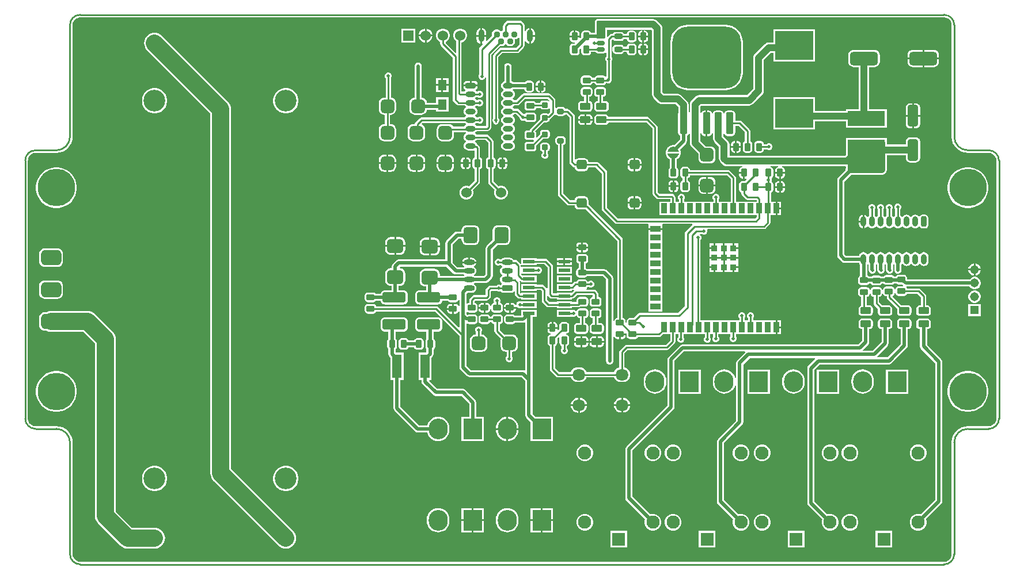
<source format=gbr>
%TF.GenerationSoftware,Altium Limited,Altium Designer,21.3.2 (30)*%
G04 Layer_Physical_Order=1*
G04 Layer_Color=255*
%FSLAX26Y26*%
%MOIN*%
%TF.SameCoordinates,FFAA3912-E1DC-4B59-95C2-56FC1F4E7B50*%
%TF.FilePolarity,Positive*%
%TF.FileFunction,Copper,L1,Top,Signal*%
%TF.Part,Single*%
G01*
G75*
%TA.AperFunction,SMDPad,CuDef*%
%ADD10R,0.220472X0.165354*%
%ADD11R,0.216535X0.088583*%
G04:AMPARAMS|DCode=12|XSize=23.622mil|YSize=47.244mil|CornerRadius=5.906mil|HoleSize=0mil|Usage=FLASHONLY|Rotation=90.000|XOffset=0mil|YOffset=0mil|HoleType=Round|Shape=RoundedRectangle|*
%AMROUNDEDRECTD12*
21,1,0.023622,0.035433,0,0,90.0*
21,1,0.011811,0.047244,0,0,90.0*
1,1,0.011811,0.017717,0.005906*
1,1,0.011811,0.017717,-0.005906*
1,1,0.011811,-0.017717,-0.005906*
1,1,0.011811,-0.017717,0.005906*
%
%ADD12ROUNDEDRECTD12*%
G04:AMPARAMS|DCode=13|XSize=31.496mil|YSize=47.244mil|CornerRadius=7.874mil|HoleSize=0mil|Usage=FLASHONLY|Rotation=90.000|XOffset=0mil|YOffset=0mil|HoleType=Round|Shape=RoundedRectangle|*
%AMROUNDEDRECTD13*
21,1,0.031496,0.031496,0,0,90.0*
21,1,0.015748,0.047244,0,0,90.0*
1,1,0.015748,0.015748,0.007874*
1,1,0.015748,0.015748,-0.007874*
1,1,0.015748,-0.015748,-0.007874*
1,1,0.015748,-0.015748,0.007874*
%
%ADD13ROUNDEDRECTD13*%
%ADD14O,0.059843X0.031496*%
G04:AMPARAMS|DCode=15|XSize=31.496mil|YSize=59.843mil|CornerRadius=7.874mil|HoleSize=0mil|Usage=FLASHONLY|Rotation=90.000|XOffset=0mil|YOffset=0mil|HoleType=Round|Shape=RoundedRectangle|*
%AMROUNDEDRECTD15*
21,1,0.031496,0.044094,0,0,90.0*
21,1,0.015748,0.059843,0,0,90.0*
1,1,0.015748,0.022047,0.007874*
1,1,0.015748,0.022047,-0.007874*
1,1,0.015748,-0.022047,-0.007874*
1,1,0.015748,-0.022047,0.007874*
%
%ADD15ROUNDEDRECTD15*%
%ADD16R,0.051181X0.061024*%
G04:AMPARAMS|DCode=17|XSize=47.244mil|YSize=35.433mil|CornerRadius=8.858mil|HoleSize=0mil|Usage=FLASHONLY|Rotation=180.000|XOffset=0mil|YOffset=0mil|HoleType=Round|Shape=RoundedRectangle|*
%AMROUNDEDRECTD17*
21,1,0.047244,0.017717,0,0,180.0*
21,1,0.029528,0.035433,0,0,180.0*
1,1,0.017716,-0.014764,0.008858*
1,1,0.017716,0.014764,0.008858*
1,1,0.017716,0.014764,-0.008858*
1,1,0.017716,-0.014764,-0.008858*
%
%ADD17ROUNDEDRECTD17*%
G04:AMPARAMS|DCode=18|XSize=47.244mil|YSize=35.433mil|CornerRadius=8.858mil|HoleSize=0mil|Usage=FLASHONLY|Rotation=270.000|XOffset=0mil|YOffset=0mil|HoleType=Round|Shape=RoundedRectangle|*
%AMROUNDEDRECTD18*
21,1,0.047244,0.017717,0,0,270.0*
21,1,0.029528,0.035433,0,0,270.0*
1,1,0.017716,-0.008858,-0.014764*
1,1,0.017716,-0.008858,0.014764*
1,1,0.017716,0.008858,0.014764*
1,1,0.017716,0.008858,-0.014764*
%
%ADD18ROUNDEDRECTD18*%
G04:AMPARAMS|DCode=19|XSize=62.992mil|YSize=41.339mil|CornerRadius=10.335mil|HoleSize=0mil|Usage=FLASHONLY|Rotation=180.000|XOffset=0mil|YOffset=0mil|HoleType=Round|Shape=RoundedRectangle|*
%AMROUNDEDRECTD19*
21,1,0.062992,0.020669,0,0,180.0*
21,1,0.042323,0.041339,0,0,180.0*
1,1,0.020669,-0.021162,0.010335*
1,1,0.020669,0.021162,0.010335*
1,1,0.020669,0.021162,-0.010335*
1,1,0.020669,-0.021162,-0.010335*
%
%ADD19ROUNDEDRECTD19*%
G04:AMPARAMS|DCode=20|XSize=135.827mil|YSize=62.992mil|CornerRadius=15.748mil|HoleSize=0mil|Usage=FLASHONLY|Rotation=0.000|XOffset=0mil|YOffset=0mil|HoleType=Round|Shape=RoundedRectangle|*
%AMROUNDEDRECTD20*
21,1,0.135827,0.031496,0,0,0.0*
21,1,0.104331,0.062992,0,0,0.0*
1,1,0.031496,0.052165,-0.015748*
1,1,0.031496,-0.052165,-0.015748*
1,1,0.031496,-0.052165,0.015748*
1,1,0.031496,0.052165,0.015748*
%
%ADD20ROUNDEDRECTD20*%
G04:AMPARAMS|DCode=21|XSize=94.488mil|YSize=82.677mil|CornerRadius=20.669mil|HoleSize=0mil|Usage=FLASHONLY|Rotation=0.000|XOffset=0mil|YOffset=0mil|HoleType=Round|Shape=RoundedRectangle|*
%AMROUNDEDRECTD21*
21,1,0.094488,0.041339,0,0,0.0*
21,1,0.053150,0.082677,0,0,0.0*
1,1,0.041339,0.026575,-0.020669*
1,1,0.041339,-0.026575,-0.020669*
1,1,0.041339,-0.026575,0.020669*
1,1,0.041339,0.026575,0.020669*
%
%ADD21ROUNDEDRECTD21*%
G04:AMPARAMS|DCode=22|XSize=78.74mil|YSize=78.74mil|CornerRadius=19.685mil|HoleSize=0mil|Usage=FLASHONLY|Rotation=270.000|XOffset=0mil|YOffset=0mil|HoleType=Round|Shape=RoundedRectangle|*
%AMROUNDEDRECTD22*
21,1,0.078740,0.039370,0,0,270.0*
21,1,0.039370,0.078740,0,0,270.0*
1,1,0.039370,-0.019685,-0.019685*
1,1,0.039370,-0.019685,0.019685*
1,1,0.039370,0.019685,0.019685*
1,1,0.039370,0.019685,-0.019685*
%
%ADD22ROUNDEDRECTD22*%
G04:AMPARAMS|DCode=23|XSize=59.055mil|YSize=55.118mil|CornerRadius=13.78mil|HoleSize=0mil|Usage=FLASHONLY|Rotation=0.000|XOffset=0mil|YOffset=0mil|HoleType=Round|Shape=RoundedRectangle|*
%AMROUNDEDRECTD23*
21,1,0.059055,0.027559,0,0,0.0*
21,1,0.031496,0.055118,0,0,0.0*
1,1,0.027559,0.015748,-0.013780*
1,1,0.027559,-0.015748,-0.013780*
1,1,0.027559,-0.015748,0.013780*
1,1,0.027559,0.015748,0.013780*
%
%ADD23ROUNDEDRECTD23*%
%ADD24R,0.035433X0.059055*%
%ADD25R,0.059055X0.035433*%
%TA.AperFunction,BGAPad,CuDef*%
%ADD26R,0.035433X0.035433*%
%TA.AperFunction,SMDPad,CuDef*%
G04:AMPARAMS|DCode=27|XSize=125.984mil|YSize=62.992mil|CornerRadius=15.748mil|HoleSize=0mil|Usage=FLASHONLY|Rotation=90.000|XOffset=0mil|YOffset=0mil|HoleType=Round|Shape=RoundedRectangle|*
%AMROUNDEDRECTD27*
21,1,0.125984,0.031496,0,0,90.0*
21,1,0.094488,0.062992,0,0,90.0*
1,1,0.031496,0.015748,0.047244*
1,1,0.031496,0.015748,-0.047244*
1,1,0.031496,-0.015748,-0.047244*
1,1,0.031496,-0.015748,0.047244*
%
%ADD27ROUNDEDRECTD27*%
G04:AMPARAMS|DCode=28|XSize=161.417mil|YSize=78.74mil|CornerRadius=19.685mil|HoleSize=0mil|Usage=FLASHONLY|Rotation=0.000|XOffset=0mil|YOffset=0mil|HoleType=Round|Shape=RoundedRectangle|*
%AMROUNDEDRECTD28*
21,1,0.161417,0.039370,0,0,0.0*
21,1,0.122047,0.078740,0,0,0.0*
1,1,0.039370,0.061024,-0.019685*
1,1,0.039370,-0.061024,-0.019685*
1,1,0.039370,-0.061024,0.019685*
1,1,0.039370,0.061024,0.019685*
%
%ADD28ROUNDEDRECTD28*%
G04:AMPARAMS|DCode=29|XSize=397.638mil|YSize=358.268mil|CornerRadius=89.567mil|HoleSize=0mil|Usage=FLASHONLY|Rotation=180.000|XOffset=0mil|YOffset=0mil|HoleType=Round|Shape=RoundedRectangle|*
%AMROUNDEDRECTD29*
21,1,0.397638,0.179134,0,0,180.0*
21,1,0.218504,0.358268,0,0,180.0*
1,1,0.179134,-0.109252,0.089567*
1,1,0.179134,0.109252,0.089567*
1,1,0.179134,0.109252,-0.089567*
1,1,0.179134,-0.109252,-0.089567*
%
%ADD29ROUNDEDRECTD29*%
G04:AMPARAMS|DCode=30|XSize=43.307mil|YSize=127.953mil|CornerRadius=10.827mil|HoleSize=0mil|Usage=FLASHONLY|Rotation=180.000|XOffset=0mil|YOffset=0mil|HoleType=Round|Shape=RoundedRectangle|*
%AMROUNDEDRECTD30*
21,1,0.043307,0.106299,0,0,180.0*
21,1,0.021654,0.127953,0,0,180.0*
1,1,0.021654,-0.010827,0.053150*
1,1,0.021654,0.010827,0.053150*
1,1,0.021654,0.010827,-0.053150*
1,1,0.021654,-0.010827,-0.053150*
%
%ADD30ROUNDEDRECTD30*%
G04:AMPARAMS|DCode=31|XSize=31.496mil|YSize=35.433mil|CornerRadius=7.874mil|HoleSize=0mil|Usage=FLASHONLY|Rotation=90.000|XOffset=0mil|YOffset=0mil|HoleType=Round|Shape=RoundedRectangle|*
%AMROUNDEDRECTD31*
21,1,0.031496,0.019685,0,0,90.0*
21,1,0.015748,0.035433,0,0,90.0*
1,1,0.015748,0.009843,0.007874*
1,1,0.015748,0.009843,-0.007874*
1,1,0.015748,-0.009843,-0.007874*
1,1,0.015748,-0.009843,0.007874*
%
%ADD31ROUNDEDRECTD31*%
G04:AMPARAMS|DCode=32|XSize=31.496mil|YSize=39.37mil|CornerRadius=7.874mil|HoleSize=0mil|Usage=FLASHONLY|Rotation=90.000|XOffset=0mil|YOffset=0mil|HoleType=Round|Shape=RoundedRectangle|*
%AMROUNDEDRECTD32*
21,1,0.031496,0.023622,0,0,90.0*
21,1,0.015748,0.039370,0,0,90.0*
1,1,0.015748,0.011811,0.007874*
1,1,0.015748,0.011811,-0.007874*
1,1,0.015748,-0.011811,-0.007874*
1,1,0.015748,-0.011811,0.007874*
%
%ADD32ROUNDEDRECTD32*%
G04:AMPARAMS|DCode=33|XSize=78.74mil|YSize=78.74mil|CornerRadius=19.685mil|HoleSize=0mil|Usage=FLASHONLY|Rotation=180.000|XOffset=0mil|YOffset=0mil|HoleType=Round|Shape=RoundedRectangle|*
%AMROUNDEDRECTD33*
21,1,0.078740,0.039370,0,0,180.0*
21,1,0.039370,0.078740,0,0,180.0*
1,1,0.039370,-0.019685,0.019685*
1,1,0.039370,0.019685,0.019685*
1,1,0.039370,0.019685,-0.019685*
1,1,0.039370,-0.019685,-0.019685*
%
%ADD33ROUNDEDRECTD33*%
%ADD34R,0.011811X0.007874*%
%ADD35R,0.055118X0.138189*%
G04:AMPARAMS|DCode=36|XSize=31.496mil|YSize=62.992mil|CornerRadius=7.874mil|HoleSize=0mil|Usage=FLASHONLY|Rotation=270.000|XOffset=0mil|YOffset=0mil|HoleType=Round|Shape=RoundedRectangle|*
%AMROUNDEDRECTD36*
21,1,0.031496,0.047244,0,0,270.0*
21,1,0.015748,0.062992,0,0,270.0*
1,1,0.015748,-0.023622,-0.007874*
1,1,0.015748,-0.023622,0.007874*
1,1,0.015748,0.023622,0.007874*
1,1,0.015748,0.023622,-0.007874*
%
%ADD36ROUNDEDRECTD36*%
%ADD37O,0.062992X0.031496*%
%ADD38R,0.067000X0.021000*%
G04:AMPARAMS|DCode=39|XSize=94.488mil|YSize=82.677mil|CornerRadius=20.669mil|HoleSize=0mil|Usage=FLASHONLY|Rotation=270.000|XOffset=0mil|YOffset=0mil|HoleType=Round|Shape=RoundedRectangle|*
%AMROUNDEDRECTD39*
21,1,0.094488,0.041339,0,0,270.0*
21,1,0.053150,0.082677,0,0,270.0*
1,1,0.041339,-0.020669,-0.026575*
1,1,0.041339,-0.020669,0.026575*
1,1,0.041339,0.020669,0.026575*
1,1,0.041339,0.020669,-0.026575*
%
%ADD39ROUNDEDRECTD39*%
G04:AMPARAMS|DCode=40|XSize=31.496mil|YSize=59.843mil|CornerRadius=7.874mil|HoleSize=0mil|Usage=FLASHONLY|Rotation=0.000|XOffset=0mil|YOffset=0mil|HoleType=Round|Shape=RoundedRectangle|*
%AMROUNDEDRECTD40*
21,1,0.031496,0.044094,0,0,0.0*
21,1,0.015748,0.059843,0,0,0.0*
1,1,0.015748,0.007874,-0.022047*
1,1,0.015748,-0.007874,-0.022047*
1,1,0.015748,-0.007874,0.022047*
1,1,0.015748,0.007874,0.022047*
%
%ADD40ROUNDEDRECTD40*%
%ADD41O,0.031496X0.059843*%
%TA.AperFunction,Conductor*%
%ADD42C,0.010000*%
%ADD43C,0.020000*%
%ADD44C,0.040000*%
%ADD45C,0.100000*%
%TA.AperFunction,NonConductor*%
%ADD46C,0.010000*%
%TA.AperFunction,ComponentPad*%
G04:AMPARAMS|DCode=47|XSize=86.614mil|YSize=118.11mil|CornerRadius=21.654mil|HoleSize=0mil|Usage=FLASHONLY|Rotation=270.000|XOffset=0mil|YOffset=0mil|HoleType=Round|Shape=RoundedRectangle|*
%AMROUNDEDRECTD47*
21,1,0.086614,0.074803,0,0,270.0*
21,1,0.043307,0.118110,0,0,270.0*
1,1,0.043307,-0.037401,-0.021654*
1,1,0.043307,-0.037401,0.021654*
1,1,0.043307,0.037401,0.021654*
1,1,0.043307,0.037401,-0.021654*
%
%ADD47ROUNDEDRECTD47*%
%ADD48C,0.125984*%
%ADD49C,0.094488*%
%ADD50R,0.110000X0.120000*%
%ADD51O,0.110000X0.120000*%
%ADD52C,0.076772*%
%ADD53R,0.076772X0.076772*%
%ADD54R,0.060000X0.060000*%
%ADD55C,0.060000*%
%ADD56O,0.035748X0.071496*%
%ADD57C,0.037717*%
%ADD58O,0.075000X0.065000*%
%ADD59R,0.051496X0.051496*%
%ADD60C,0.051496*%
%TA.AperFunction,ViaPad*%
%ADD61C,0.020000*%
%ADD62C,0.216535*%
G36*
X5371747Y3280494D02*
X5382343Y3276105D01*
X5391441Y3269124D01*
X5398422Y3260026D01*
X5402811Y3249430D01*
X5404240Y3238573D01*
X5404138Y3238060D01*
Y2590115D01*
X5403979D01*
X5405788Y2571739D01*
X5411149Y2554069D01*
X5419853Y2537784D01*
X5431567Y2523510D01*
X5445841Y2511796D01*
X5462126Y2503091D01*
X5479796Y2497731D01*
X5498172Y2495921D01*
Y2496081D01*
X5619117D01*
X5619631Y2496183D01*
X5630488Y2494754D01*
X5641083Y2490365D01*
X5650181Y2483384D01*
X5657163Y2474285D01*
X5661551Y2463690D01*
X5662415Y2457128D01*
X5662878Y2452320D01*
X5662878Y2452320D01*
X5662878Y2447394D01*
X5662878Y955777D01*
X5662980Y955263D01*
X5661551Y944406D01*
X5657162Y933811D01*
X5650181Y924713D01*
X5641082Y917731D01*
X5630487Y913343D01*
X5619630Y911913D01*
X5619117Y912015D01*
X5498172D01*
Y912175D01*
X5479796Y910365D01*
X5462126Y905005D01*
X5445841Y896301D01*
X5431567Y884586D01*
X5419853Y870313D01*
X5411148Y854028D01*
X5405788Y836358D01*
X5403978Y817981D01*
X5404138D01*
Y170029D01*
X5404240Y169515D01*
X5402811Y158658D01*
X5398422Y148063D01*
X5391441Y138965D01*
X5382342Y131983D01*
X5371747Y127594D01*
X5360890Y126165D01*
X5360377Y126267D01*
X360377D01*
X359863Y126165D01*
X349007Y127594D01*
X338411Y131983D01*
X329313Y138965D01*
X322332Y148063D01*
X317943Y158658D01*
X316514Y169515D01*
X316616Y170029D01*
Y817981D01*
X316775D01*
X314965Y836358D01*
X309605Y854028D01*
X300901Y870313D01*
X289187Y884586D01*
X274913Y896301D01*
X258628Y905005D01*
X240958Y910365D01*
X222582Y912175D01*
Y912015D01*
X101637D01*
X101123Y911913D01*
X90266Y913343D01*
X79671Y917731D01*
X70573Y924713D01*
X63591Y933811D01*
X59203Y944406D01*
X57773Y955263D01*
X57875Y955777D01*
X57875Y2447394D01*
X57875Y2452131D01*
X57875Y2452320D01*
X58338Y2457128D01*
X59202Y2463690D01*
X63591Y2474285D01*
X70573Y2483384D01*
X79671Y2490365D01*
X90266Y2494754D01*
X101123Y2496183D01*
X101636Y2496081D01*
X222581D01*
Y2495921D01*
X240958Y2497731D01*
X258628Y2503091D01*
X274913Y2511796D01*
X289186Y2523510D01*
X300901Y2537784D01*
X309605Y2554069D01*
X314965Y2571739D01*
X316775Y2590115D01*
X316615D01*
Y3238060D01*
X316513Y3238573D01*
X317942Y3249430D01*
X322331Y3260026D01*
X329313Y3269124D01*
X338411Y3276105D01*
X349006Y3280494D01*
X355560Y3281357D01*
X360377Y3281821D01*
Y3281821D01*
X360377Y3281821D01*
X5360377D01*
X5360891Y3281923D01*
X5371747Y3280494D01*
D02*
G37*
%LPC*%
G36*
X2907000Y3262294D02*
X2838000D01*
X2832147Y3261130D01*
X2827186Y3257814D01*
X2811934Y3242562D01*
X2808618Y3237601D01*
X2807454Y3231748D01*
Y3208154D01*
X2805029Y3206754D01*
X2800148Y3201873D01*
X2797157Y3201605D01*
X2794167Y3201873D01*
X2789286Y3206754D01*
X2782706Y3210553D01*
X2775366Y3212520D01*
X2767768D01*
X2760428Y3210553D01*
X2753848Y3206754D01*
X2748475Y3201381D01*
X2744675Y3194800D01*
X2742709Y3187461D01*
Y3179862D01*
X2743434Y3177157D01*
X2713467Y3147190D01*
X2709359Y3149725D01*
X2709172Y3149966D01*
X2710115Y3157126D01*
Y3170000D01*
X2687000D01*
Y3129670D01*
X2689160Y3129954D01*
X2689401Y3129767D01*
X2691936Y3125659D01*
X2674186Y3107909D01*
X2670870Y3102947D01*
X2669706Y3097095D01*
Y2951990D01*
X2669045Y2951329D01*
X2666000Y2943978D01*
Y2936022D01*
X2669045Y2928671D01*
X2674671Y2923045D01*
X2682022Y2920000D01*
X2689978D01*
X2697329Y2923045D01*
X2702955Y2928671D01*
X2704706Y2932898D01*
X2709706Y2931903D01*
Y2653335D01*
X2708665Y2652294D01*
X2654892D01*
X2652537Y2655364D01*
X2647492Y2659235D01*
X2647136Y2661919D01*
Y2662081D01*
X2647492Y2664765D01*
X2652537Y2668636D01*
X2654892Y2671706D01*
X2660010D01*
X2662671Y2669045D01*
X2670022Y2666000D01*
X2677978D01*
X2685329Y2669045D01*
X2690955Y2674671D01*
X2694000Y2682022D01*
Y2689978D01*
X2690955Y2697329D01*
X2685329Y2702955D01*
X2677978Y2706000D01*
X2670022D01*
X2662671Y2702955D01*
X2662010Y2702294D01*
X2654892D01*
X2652537Y2705364D01*
X2647492Y2709235D01*
X2647136Y2711919D01*
Y2712081D01*
X2647492Y2714765D01*
X2652537Y2718636D01*
X2656664Y2724015D01*
X2659258Y2730278D01*
X2660143Y2737000D01*
X2659258Y2743722D01*
X2656664Y2749985D01*
X2652537Y2755364D01*
X2647492Y2759235D01*
X2647136Y2761919D01*
Y2762081D01*
X2647492Y2764765D01*
X2652537Y2768636D01*
X2654319Y2770959D01*
X2659534Y2771181D01*
X2660671Y2770045D01*
X2668022Y2767000D01*
X2675978D01*
X2683329Y2770045D01*
X2688955Y2775671D01*
X2692000Y2783022D01*
Y2790978D01*
X2688955Y2798329D01*
X2683329Y2803955D01*
X2675978Y2807000D01*
X2668022D01*
X2660671Y2803955D01*
X2659534Y2802819D01*
X2654319Y2803041D01*
X2652537Y2805364D01*
X2647492Y2809235D01*
X2647136Y2811919D01*
Y2812081D01*
X2647492Y2814765D01*
X2652537Y2818636D01*
X2654319Y2820959D01*
X2659534Y2821181D01*
X2660671Y2820045D01*
X2668022Y2817000D01*
X2675978D01*
X2683329Y2820045D01*
X2688955Y2825671D01*
X2692000Y2833022D01*
Y2840978D01*
X2688955Y2848329D01*
X2683329Y2853955D01*
X2675978Y2857000D01*
X2668022D01*
X2660671Y2853955D01*
X2659534Y2852819D01*
X2654319Y2853041D01*
X2652537Y2855364D01*
X2649922Y2857370D01*
X2649686Y2858657D01*
X2650467Y2863255D01*
X2654934Y2866240D01*
X2658884Y2872152D01*
X2660271Y2879126D01*
Y2882000D01*
X2620000D01*
X2579729D01*
Y2879126D01*
X2581116Y2872152D01*
X2585066Y2866240D01*
X2589533Y2863255D01*
X2590314Y2858657D01*
X2590078Y2857370D01*
X2587463Y2855364D01*
X2585108Y2852294D01*
X2567294D01*
Y3137543D01*
X2575439Y3139726D01*
X2584561Y3144992D01*
X2592008Y3152439D01*
X2597274Y3161561D01*
X2600000Y3171734D01*
Y3182266D01*
X2597274Y3192439D01*
X2592008Y3201561D01*
X2584561Y3209008D01*
X2575439Y3214274D01*
X2565266Y3217000D01*
X2554734D01*
X2544561Y3214274D01*
X2535439Y3209008D01*
X2527992Y3201561D01*
X2522726Y3192439D01*
X2520000Y3182266D01*
Y3171734D01*
X2522726Y3161561D01*
X2527992Y3152439D01*
X2535439Y3144992D01*
X2536706Y3144261D01*
Y3079456D01*
X2532087Y3077542D01*
X2475294Y3134335D01*
Y3139687D01*
X2475439Y3139726D01*
X2484561Y3144992D01*
X2492008Y3152439D01*
X2497274Y3161561D01*
X2500000Y3171734D01*
Y3182266D01*
X2497274Y3192439D01*
X2492008Y3201561D01*
X2484561Y3209008D01*
X2475439Y3214274D01*
X2465266Y3217000D01*
X2454734D01*
X2444561Y3214274D01*
X2435439Y3209008D01*
X2427992Y3201561D01*
X2422726Y3192439D01*
X2420000Y3182266D01*
Y3171734D01*
X2422726Y3161561D01*
X2427992Y3152439D01*
X2435439Y3144992D01*
X2444561Y3139726D01*
X2444706Y3139687D01*
Y3128000D01*
X2445870Y3122147D01*
X2449186Y3117186D01*
X2516706Y3049665D01*
Y2806000D01*
X2517870Y2800147D01*
X2521186Y2795186D01*
X2540186Y2776186D01*
X2545147Y2772870D01*
X2551000Y2771706D01*
X2585108D01*
X2587463Y2768636D01*
X2592508Y2764765D01*
X2592864Y2762081D01*
Y2761919D01*
X2592508Y2759235D01*
X2587463Y2755364D01*
X2583336Y2749985D01*
X2580742Y2743722D01*
X2579857Y2737000D01*
X2580742Y2730278D01*
X2583336Y2724015D01*
X2587463Y2718636D01*
X2592508Y2714765D01*
X2592864Y2712081D01*
Y2711919D01*
X2592508Y2709235D01*
X2587463Y2705364D01*
X2584340Y2701294D01*
X2336000D01*
X2330147Y2700130D01*
X2325186Y2696814D01*
X2301280Y2672909D01*
X2297965Y2667948D01*
X2297023Y2663209D01*
X2286815D01*
X2279066Y2662189D01*
X2271844Y2659198D01*
X2265643Y2654439D01*
X2260885Y2648238D01*
X2257894Y2641017D01*
X2256874Y2633268D01*
Y2593898D01*
X2257894Y2586148D01*
X2260885Y2578927D01*
X2265643Y2572726D01*
X2271844Y2567968D01*
X2279066Y2564977D01*
X2286815Y2563956D01*
X2326185D01*
X2333934Y2564977D01*
X2341156Y2567968D01*
X2347357Y2572726D01*
X2352115Y2578927D01*
X2355106Y2586148D01*
X2356126Y2593898D01*
Y2633268D01*
X2355106Y2641017D01*
X2352115Y2648238D01*
X2347357Y2654439D01*
X2341156Y2659198D01*
X2338852Y2660152D01*
X2337679Y2666050D01*
X2342335Y2670706D01*
X2585875D01*
X2587463Y2668636D01*
X2592508Y2664765D01*
X2592864Y2662081D01*
Y2661919D01*
X2592508Y2659235D01*
X2587463Y2655364D01*
X2583336Y2649985D01*
X2582589Y2648181D01*
X2519639D01*
X2519615Y2648238D01*
X2514857Y2654439D01*
X2508656Y2659198D01*
X2501434Y2662189D01*
X2493685Y2663209D01*
X2454315D01*
X2446566Y2662189D01*
X2439344Y2659198D01*
X2433143Y2654439D01*
X2428385Y2648238D01*
X2425394Y2641017D01*
X2424374Y2633268D01*
Y2593898D01*
X2425394Y2586148D01*
X2428385Y2578927D01*
X2433143Y2572726D01*
X2439344Y2567968D01*
X2446566Y2564977D01*
X2454315Y2563956D01*
X2493685D01*
X2501434Y2564977D01*
X2508656Y2567968D01*
X2514857Y2572726D01*
X2519615Y2578927D01*
X2522606Y2586148D01*
X2523626Y2593898D01*
Y2617593D01*
X2588823D01*
X2592508Y2614765D01*
X2592864Y2612081D01*
Y2611919D01*
X2592508Y2609235D01*
X2587463Y2605364D01*
X2583336Y2599985D01*
X2580742Y2593722D01*
X2579857Y2587000D01*
X2580742Y2580278D01*
X2583336Y2574015D01*
X2587463Y2568636D01*
X2592508Y2564765D01*
X2592864Y2562081D01*
Y2561919D01*
X2592508Y2559235D01*
X2587463Y2555364D01*
X2583336Y2549985D01*
X2580742Y2543722D01*
X2579857Y2537000D01*
X2580742Y2530278D01*
X2583336Y2524015D01*
X2587463Y2518636D01*
X2592842Y2514509D01*
X2599105Y2511915D01*
X2605827Y2511030D01*
X2634173D01*
X2638706Y2511627D01*
X2643706Y2508204D01*
Y2469129D01*
X2642784Y2468945D01*
X2636546Y2464777D01*
X2632378Y2458539D01*
X2630914Y2451181D01*
Y2421653D01*
X2632378Y2414295D01*
X2636546Y2408057D01*
X2642784Y2403889D01*
X2643706Y2403706D01*
Y2335335D01*
X2611570Y2303199D01*
X2611439Y2303274D01*
X2601266Y2306000D01*
X2590734D01*
X2580561Y2303274D01*
X2571439Y2298008D01*
X2563992Y2290561D01*
X2558726Y2281439D01*
X2556000Y2271266D01*
Y2260734D01*
X2558726Y2250561D01*
X2563992Y2241439D01*
X2571439Y2233992D01*
X2580561Y2228726D01*
X2590734Y2226000D01*
X2601266D01*
X2611439Y2228726D01*
X2620561Y2233992D01*
X2628008Y2241439D01*
X2633274Y2250561D01*
X2636000Y2260734D01*
Y2271266D01*
X2633274Y2281439D01*
X2633199Y2281570D01*
X2669814Y2318186D01*
X2673130Y2323147D01*
X2674294Y2329000D01*
Y2403706D01*
X2675216Y2403889D01*
X2681454Y2408057D01*
X2685622Y2414295D01*
X2687086Y2421653D01*
Y2451181D01*
X2685622Y2458539D01*
X2681454Y2464777D01*
X2675216Y2468945D01*
X2674294Y2469129D01*
Y2526627D01*
X2673130Y2532479D01*
X2669814Y2537441D01*
X2663554Y2543701D01*
X2658593Y2547017D01*
X2657831Y2547168D01*
X2656664Y2549985D01*
X2652537Y2555364D01*
X2647492Y2559235D01*
X2647136Y2561919D01*
Y2562081D01*
X2647492Y2564765D01*
X2652537Y2568636D01*
X2654892Y2571706D01*
X2705665D01*
X2721777Y2555594D01*
Y2469129D01*
X2720854Y2468945D01*
X2714617Y2464777D01*
X2710448Y2458539D01*
X2708985Y2451181D01*
Y2421653D01*
X2710448Y2414295D01*
X2714617Y2408057D01*
X2720854Y2403889D01*
X2721777Y2403706D01*
Y2324929D01*
X2722941Y2319076D01*
X2726256Y2314115D01*
X2758801Y2281570D01*
X2758726Y2281439D01*
X2756000Y2271266D01*
Y2260734D01*
X2758726Y2250561D01*
X2763992Y2241439D01*
X2771439Y2233992D01*
X2780561Y2228726D01*
X2790734Y2226000D01*
X2801266D01*
X2811439Y2228726D01*
X2820561Y2233992D01*
X2828008Y2241439D01*
X2833274Y2250561D01*
X2836000Y2260734D01*
Y2271266D01*
X2833274Y2281439D01*
X2828008Y2290561D01*
X2820561Y2298008D01*
X2811439Y2303274D01*
X2801266Y2306000D01*
X2790734D01*
X2780561Y2303274D01*
X2780430Y2303199D01*
X2752365Y2331264D01*
Y2403706D01*
X2753287Y2403889D01*
X2759525Y2408057D01*
X2763693Y2414295D01*
X2765157Y2421653D01*
Y2451181D01*
X2763693Y2458539D01*
X2759525Y2464777D01*
X2753287Y2468945D01*
X2752365Y2469129D01*
Y2561929D01*
X2751201Y2567782D01*
X2747885Y2572744D01*
X2722814Y2597814D01*
X2717853Y2601130D01*
X2712000Y2602294D01*
X2654892D01*
X2652537Y2605364D01*
X2647492Y2609235D01*
X2647136Y2611919D01*
Y2612081D01*
X2647492Y2614765D01*
X2652537Y2618636D01*
X2654892Y2621706D01*
X2715000D01*
X2720853Y2622870D01*
X2725814Y2626186D01*
X2735814Y2636186D01*
X2739130Y2641147D01*
X2740294Y2647000D01*
Y3065799D01*
X2790653Y3116158D01*
X2793358Y3115433D01*
X2800957D01*
X2808296Y3117400D01*
X2814877Y3121199D01*
X2819757Y3126079D01*
X2822748Y3126348D01*
X2825739Y3126079D01*
X2830619Y3121199D01*
X2837200Y3117400D01*
X2844539Y3115433D01*
X2852138D01*
X2859477Y3117400D01*
X2866058Y3121199D01*
X2871431Y3126572D01*
X2875230Y3133153D01*
X2877197Y3140492D01*
Y3148091D01*
X2876001Y3152552D01*
X2877729Y3154803D01*
X2885068Y3156770D01*
X2891648Y3160569D01*
X2896706Y3165627D01*
X2898117Y3165501D01*
X2901706Y3164056D01*
Y3124335D01*
X2883665Y3106294D01*
X2797000D01*
X2791147Y3105130D01*
X2786186Y3101814D01*
X2755186Y3070814D01*
X2751870Y3065853D01*
X2750706Y3060000D01*
Y2698990D01*
X2749045Y2697329D01*
X2746000Y2689978D01*
Y2682022D01*
X2749045Y2674671D01*
X2751461Y2672255D01*
X2751870Y2670197D01*
X2755186Y2665236D01*
X2760147Y2661920D01*
X2766000Y2660756D01*
X2771853Y2661920D01*
X2776814Y2665236D01*
X2780130Y2670197D01*
X2780539Y2672255D01*
X2782955Y2674671D01*
X2786000Y2682022D01*
Y2689978D01*
X2782955Y2697329D01*
X2781294Y2698990D01*
Y3053665D01*
X2803335Y3075706D01*
X2890000D01*
X2895853Y3076870D01*
X2900814Y3080186D01*
X2927814Y3107186D01*
X2931130Y3112147D01*
X2932294Y3118000D01*
Y3146551D01*
X2937294Y3147545D01*
X2939148Y3143069D01*
X2943616Y3137246D01*
X2949439Y3132778D01*
X2956219Y3129970D01*
X2958496Y3129670D01*
Y3175000D01*
Y3220330D01*
X2956219Y3220030D01*
X2949439Y3217222D01*
X2943616Y3212754D01*
X2939148Y3206931D01*
X2937294Y3202455D01*
X2932294Y3203449D01*
Y3237000D01*
X2931130Y3242853D01*
X2927814Y3247814D01*
X2917814Y3257814D01*
X2912853Y3261130D01*
X2907000Y3262294D01*
D02*
G37*
G36*
X2365266Y3217000D02*
X2365000D01*
Y3182000D01*
X2400000D01*
Y3182266D01*
X2397274Y3192439D01*
X2392008Y3201561D01*
X2384561Y3209008D01*
X2375439Y3214274D01*
X2365266Y3217000D01*
D02*
G37*
G36*
X2355000D02*
X2354734D01*
X2344561Y3214274D01*
X2335439Y3209008D01*
X2327992Y3201561D01*
X2322726Y3192439D01*
X2320000Y3182266D01*
Y3182000D01*
X2355000D01*
Y3217000D01*
D02*
G37*
G36*
X2968496Y3220330D02*
Y3180000D01*
X2991610D01*
Y3192874D01*
X2990653Y3200151D01*
X2987844Y3206931D01*
X2983376Y3212754D01*
X2977553Y3217222D01*
X2970773Y3220030D01*
X2968496Y3220330D01*
D02*
G37*
G36*
X2687000D02*
Y3180000D01*
X2710115D01*
Y3192874D01*
X2709157Y3200151D01*
X2706348Y3206931D01*
X2701880Y3212754D01*
X2696057Y3217222D01*
X2689277Y3220030D01*
X2687000Y3220330D01*
D02*
G37*
G36*
X2677000D02*
X2674723Y3220030D01*
X2667943Y3217222D01*
X2662120Y3212754D01*
X2657652Y3206931D01*
X2654843Y3200151D01*
X2653885Y3192874D01*
Y3180000D01*
X2677000D01*
Y3220330D01*
D02*
G37*
G36*
X3627323Y3205251D02*
X3623465D01*
Y3176260D01*
X3646550D01*
Y3186024D01*
X3645087Y3193382D01*
X3640919Y3199620D01*
X3634681Y3203788D01*
X3627323Y3205251D01*
D02*
G37*
G36*
X3231394D02*
X3227535D01*
Y3176260D01*
X3250622D01*
Y3186024D01*
X3249158Y3193382D01*
X3244990Y3199620D01*
X3238752Y3203788D01*
X3231394Y3205251D01*
D02*
G37*
G36*
X3217535D02*
X3213677D01*
X3206319Y3203788D01*
X3200081Y3199620D01*
X3195913Y3193382D01*
X3194450Y3186024D01*
Y3176260D01*
X3217535D01*
Y3205251D01*
D02*
G37*
G36*
X3613465D02*
X3609606D01*
X3602248Y3203788D01*
X3596010Y3199620D01*
X3591842Y3193382D01*
X3590378Y3186024D01*
Y3176260D01*
X3613465D01*
Y3205251D01*
D02*
G37*
G36*
X3646550Y3166260D02*
X3623465D01*
Y3137268D01*
X3627323D01*
X3634681Y3138732D01*
X3640919Y3142900D01*
X3645087Y3149138D01*
X3646550Y3156496D01*
Y3166260D01*
D02*
G37*
G36*
X3613465D02*
X3590378D01*
Y3156496D01*
X3591842Y3149138D01*
X3596010Y3142900D01*
X3602248Y3138732D01*
X3609606Y3137268D01*
X3613465D01*
Y3166260D01*
D02*
G37*
G36*
X2400000Y3172000D02*
X2365000D01*
Y3137000D01*
X2365266D01*
X2375439Y3139726D01*
X2384561Y3144992D01*
X2392008Y3152439D01*
X2397274Y3161561D01*
X2400000Y3171734D01*
Y3172000D01*
D02*
G37*
G36*
X2355000D02*
X2320000D01*
Y3171734D01*
X2322726Y3161561D01*
X2327992Y3152439D01*
X2335439Y3144992D01*
X2344561Y3139726D01*
X2354734Y3137000D01*
X2355000D01*
Y3172000D01*
D02*
G37*
G36*
X2300000Y3217000D02*
X2220000D01*
Y3137000D01*
X2300000D01*
Y3217000D01*
D02*
G37*
G36*
X2991610Y3170000D02*
X2968496D01*
Y3129670D01*
X2970773Y3129970D01*
X2977553Y3132778D01*
X2983376Y3137246D01*
X2987844Y3143069D01*
X2990653Y3149849D01*
X2991610Y3157126D01*
Y3170000D01*
D02*
G37*
G36*
X2677000D02*
X2653885D01*
Y3157126D01*
X2654843Y3149849D01*
X2657652Y3143069D01*
X2662120Y3137246D01*
X2667943Y3132778D01*
X2674723Y3129970D01*
X2677000Y3129670D01*
Y3170000D01*
D02*
G37*
G36*
X3560394Y3130448D02*
X3542677D01*
X3535319Y3128985D01*
X3529081Y3124816D01*
X3524913Y3118579D01*
X3523555Y3111751D01*
X3507649D01*
X3503997Y3117217D01*
X3498084Y3121168D01*
X3491110Y3122555D01*
X3459614D01*
X3452640Y3121168D01*
X3446728Y3117217D01*
X3442777Y3111305D01*
X3441390Y3104331D01*
Y3088583D01*
X3442777Y3081609D01*
X3446728Y3075696D01*
X3452640Y3071746D01*
X3459614Y3070358D01*
X3491110D01*
X3498084Y3071746D01*
X3503997Y3075696D01*
X3507649Y3081163D01*
X3523555D01*
X3524913Y3074335D01*
X3529081Y3068097D01*
X3535319Y3063929D01*
X3542677Y3062465D01*
X3560394D01*
X3567752Y3063929D01*
X3573990Y3068097D01*
X3578158Y3074335D01*
X3579621Y3081693D01*
Y3111220D01*
X3578158Y3118579D01*
X3573990Y3124816D01*
X3567752Y3128985D01*
X3560394Y3130448D01*
D02*
G37*
G36*
X3627323D02*
X3623465D01*
Y3101457D01*
X3646550D01*
Y3111220D01*
X3645087Y3118579D01*
X3640919Y3124816D01*
X3634681Y3128985D01*
X3627323Y3130448D01*
D02*
G37*
G36*
X3613465D02*
X3609606D01*
X3602248Y3128985D01*
X3596010Y3124816D01*
X3591842Y3118579D01*
X3590378Y3111220D01*
Y3101457D01*
X3613465D01*
Y3130448D01*
D02*
G37*
G36*
X3646550Y3091457D02*
X3623465D01*
Y3062465D01*
X3627323D01*
X3634681Y3063929D01*
X3640919Y3068097D01*
X3645087Y3074335D01*
X3646550Y3081693D01*
Y3091457D01*
D02*
G37*
G36*
X3613465D02*
X3590378D01*
Y3081693D01*
X3591842Y3074335D01*
X3596010Y3068097D01*
X3602248Y3063929D01*
X3609606Y3062465D01*
X3613465D01*
Y3091457D01*
D02*
G37*
G36*
X5301283Y3093429D02*
X5245260D01*
Y3048803D01*
X5331225D01*
Y3063488D01*
X5330204Y3071238D01*
X5327213Y3078459D01*
X5322455Y3084660D01*
X5316254Y3089418D01*
X5309033Y3092409D01*
X5301283Y3093429D01*
D02*
G37*
G36*
X5235260D02*
X5179236D01*
X5171487Y3092409D01*
X5164266Y3089418D01*
X5158065Y3084660D01*
X5153306Y3078459D01*
X5150315Y3071238D01*
X5149295Y3063488D01*
Y3048803D01*
X5235260D01*
Y3093429D01*
D02*
G37*
G36*
X3391790Y3273196D02*
X3356210D01*
X3352308Y3272420D01*
X3352308Y3272420D01*
X3349000Y3271050D01*
X3345692Y3268839D01*
X3343160Y3266308D01*
X3340950Y3263000D01*
X3339580Y3259692D01*
X3338804Y3255790D01*
Y3191652D01*
X3316431D01*
X3316087Y3193382D01*
X3311919Y3199620D01*
X3305681Y3203788D01*
X3298323Y3205251D01*
X3280606D01*
X3273248Y3203788D01*
X3267010Y3199620D01*
X3262842Y3193382D01*
X3261379Y3186024D01*
Y3166107D01*
X3255622Y3160350D01*
X3250622Y3162421D01*
Y3166260D01*
X3222535D01*
X3194450D01*
Y3156496D01*
X3195913Y3149138D01*
X3200081Y3142900D01*
X3206319Y3138732D01*
X3213677Y3137268D01*
X3221653D01*
X3224203Y3132268D01*
X3222882Y3130448D01*
X3213677D01*
X3206319Y3128985D01*
X3200081Y3124816D01*
X3195913Y3118579D01*
X3194450Y3111220D01*
Y3081693D01*
X3195913Y3074335D01*
X3200081Y3068097D01*
X3206319Y3063929D01*
X3213677Y3062465D01*
X3231394D01*
X3238752Y3063929D01*
X3244990Y3068097D01*
X3249158Y3074335D01*
X3250622Y3081693D01*
Y3097673D01*
X3256759Y3103811D01*
X3261379Y3101897D01*
Y3081693D01*
X3262842Y3074335D01*
X3267010Y3068097D01*
X3273248Y3063929D01*
X3280606Y3062465D01*
X3298323D01*
X3305681Y3063929D01*
X3311919Y3068097D01*
X3316087Y3074335D01*
X3317445Y3081163D01*
X3342427D01*
X3343816Y3079084D01*
X3349077Y3075569D01*
X3355284Y3074334D01*
X3390716D01*
X3396923Y3075569D01*
X3400706Y3078097D01*
X3405387Y3076172D01*
X3405706Y3075882D01*
Y3053990D01*
X3404045Y3052329D01*
X3401000Y3044978D01*
Y3037022D01*
X3404045Y3029671D01*
X3405706Y3028010D01*
Y2940504D01*
X3404441Y2939438D01*
X3398486Y2939383D01*
X3392248Y2943552D01*
X3384890Y2945015D01*
X3355362D01*
X3348004Y2943552D01*
X3341766Y2939383D01*
X3337598Y2933146D01*
X3337415Y2932223D01*
X3324752D01*
X3324568Y2933146D01*
X3320400Y2939383D01*
X3314162Y2943552D01*
X3306804Y2945015D01*
X3277277D01*
X3269919Y2943552D01*
X3263681Y2939383D01*
X3259512Y2933146D01*
X3258049Y2925787D01*
Y2908071D01*
X3259512Y2900713D01*
X3263681Y2894475D01*
X3269919Y2890307D01*
X3277277Y2888843D01*
X3306804D01*
X3314162Y2890307D01*
X3320400Y2894475D01*
X3324568Y2900713D01*
X3324752Y2901635D01*
X3337415D01*
X3337598Y2900713D01*
X3341766Y2894475D01*
X3348004Y2890307D01*
X3355362Y2888843D01*
X3384890D01*
X3392248Y2890307D01*
X3398486Y2894475D01*
X3402654Y2900713D01*
X3402837Y2901635D01*
X3410727D01*
X3413732Y2900390D01*
X3421689D01*
X3429039Y2903435D01*
X3434666Y2909061D01*
X3437710Y2916412D01*
Y2924369D01*
X3436294Y2927788D01*
Y3028010D01*
X3437955Y3029671D01*
X3441000Y3037022D01*
Y3044978D01*
X3437955Y3052329D01*
X3436294Y3053990D01*
Y3149006D01*
X3440091Y3152569D01*
X3445715Y3152015D01*
X3446728Y3150499D01*
X3452640Y3146549D01*
X3459614Y3145162D01*
X3491110D01*
X3498084Y3146549D01*
X3503997Y3150499D01*
X3507649Y3155966D01*
X3523555D01*
X3524913Y3149138D01*
X3529081Y3142900D01*
X3535319Y3138732D01*
X3542677Y3137268D01*
X3560394D01*
X3567752Y3138732D01*
X3573990Y3142900D01*
X3578158Y3149138D01*
X3579621Y3156496D01*
Y3186024D01*
X3578158Y3193382D01*
X3573990Y3199620D01*
X3567752Y3203788D01*
X3560394Y3205251D01*
X3542677D01*
X3535319Y3203788D01*
X3529081Y3199620D01*
X3524913Y3193382D01*
X3523555Y3186554D01*
X3507649D01*
X3503997Y3192020D01*
X3498084Y3195971D01*
X3491110Y3197358D01*
X3459614D01*
X3452640Y3195971D01*
X3446728Y3192020D01*
X3443075Y3186554D01*
X3436260D01*
X3430407Y3185390D01*
X3425445Y3182074D01*
X3414196Y3170825D01*
X3409196Y3172896D01*
Y3211025D01*
X3665035D01*
X3670741Y3205319D01*
Y2835000D01*
X3671772Y2827168D01*
X3674795Y2819870D01*
X3679604Y2813604D01*
X3706603Y2786604D01*
X3706604Y2786604D01*
X3712871Y2781795D01*
X3720168Y2778772D01*
X3728000Y2777741D01*
X3728001Y2777741D01*
X3807466D01*
X3821883Y2763325D01*
Y2729586D01*
X3821697Y2729307D01*
X3820080Y2721181D01*
Y2614882D01*
X3821697Y2606756D01*
X3826300Y2599867D01*
X3831750Y2596225D01*
Y2573336D01*
X3799487Y2541073D01*
X3797888Y2541367D01*
X3796959Y2541353D01*
X3796046Y2541535D01*
X3792999Y2541535D01*
X3789952D01*
X3789041Y2541353D01*
X3788111Y2541367D01*
X3782117Y2540266D01*
X3781253Y2539923D01*
X3780336Y2539769D01*
X3774639Y2537603D01*
X3773851Y2537110D01*
X3772978Y2536792D01*
X3767766Y2533634D01*
X3767080Y2533006D01*
X3766278Y2532536D01*
X3761722Y2528488D01*
X3761161Y2527747D01*
X3760457Y2527140D01*
X3756707Y2522335D01*
X3756289Y2521505D01*
X3755706Y2520781D01*
X3752886Y2515378D01*
X3752625Y2514486D01*
X3752182Y2513668D01*
X3750384Y2507845D01*
X3750289Y2506921D01*
X3750001Y2506036D01*
X3749643Y2503010D01*
X3749690Y2502406D01*
X3749572Y2501811D01*
X3749845Y2500439D01*
X3749955Y2499044D01*
X3750230Y2498504D01*
X3750348Y2497909D01*
X3750372Y2497874D01*
X3750348Y2497839D01*
X3750230Y2497244D01*
X3749954Y2496704D01*
X3749845Y2495309D01*
X3749572Y2493937D01*
X3749690Y2493342D01*
X3749643Y2492738D01*
X3750001Y2489712D01*
X3750288Y2488828D01*
X3750384Y2487903D01*
X3752182Y2482080D01*
X3752625Y2481262D01*
X3752886Y2480370D01*
X3755706Y2474967D01*
X3756289Y2474243D01*
X3756707Y2473412D01*
X3760457Y2468608D01*
X3761161Y2468001D01*
X3761722Y2467260D01*
X3766278Y2463212D01*
X3767080Y2462742D01*
X3767766Y2462114D01*
X3772488Y2459252D01*
Y2410631D01*
X3772081Y2410360D01*
X3767913Y2404122D01*
X3766450Y2396764D01*
Y2367236D01*
X3767913Y2359878D01*
X3772081Y2353640D01*
X3778319Y2349472D01*
X3785677Y2348008D01*
X3803394D01*
X3810752Y2349472D01*
X3816990Y2353640D01*
X3821158Y2359878D01*
X3822622Y2367236D01*
Y2396764D01*
X3821158Y2404122D01*
X3816990Y2410360D01*
X3813271Y2412844D01*
Y2459107D01*
X3818234Y2462114D01*
X3818920Y2462742D01*
X3819722Y2463212D01*
X3824278Y2467260D01*
X3824839Y2468001D01*
X3825543Y2468608D01*
X3829293Y2473413D01*
X3829711Y2474243D01*
X3830293Y2474967D01*
X3833114Y2480370D01*
X3833375Y2481262D01*
X3833817Y2482080D01*
X3835615Y2487903D01*
X3835711Y2488827D01*
X3835999Y2489712D01*
X3836357Y2492738D01*
X3836310Y2493342D01*
X3836428Y2493937D01*
X3836155Y2495309D01*
X3836045Y2496704D01*
X3835770Y2497244D01*
X3835652Y2497839D01*
X3835628Y2497874D01*
X3835652Y2497909D01*
X3835770Y2498504D01*
X3836046Y2499044D01*
X3836127Y2500083D01*
X3836403Y2501088D01*
X3836357Y2501452D01*
X3836428Y2501811D01*
X3836310Y2502406D01*
X3836357Y2503010D01*
X3835999Y2506036D01*
X3835711Y2506920D01*
X3835616Y2507845D01*
X3833818Y2513668D01*
X3833375Y2514486D01*
X3833114Y2515378D01*
X3832550Y2516459D01*
X3866561Y2550470D01*
X3870981Y2557086D01*
X3872534Y2564890D01*
Y2596225D01*
X3877984Y2599867D01*
X3881598Y2605276D01*
X3886278Y2606154D01*
X3887525Y2605951D01*
X3888812Y2604393D01*
Y2553512D01*
X3889843Y2545680D01*
X3892866Y2538382D01*
X3897675Y2532116D01*
X3938374Y2491416D01*
Y2464898D01*
X3939394Y2457148D01*
X3942385Y2449927D01*
X3947143Y2443726D01*
X3953344Y2438968D01*
X3960566Y2435977D01*
X3968315Y2434956D01*
X4007685D01*
X4015434Y2435977D01*
X4022656Y2438968D01*
X4028857Y2443726D01*
X4033615Y2449927D01*
X4036606Y2457148D01*
X4037626Y2464898D01*
Y2504268D01*
X4036606Y2512017D01*
X4033615Y2519238D01*
X4028857Y2525439D01*
X4022656Y2530198D01*
X4015434Y2533189D01*
X4007685Y2534209D01*
X3981166D01*
X3949330Y2566046D01*
Y2606477D01*
X3949516Y2606756D01*
X3949986Y2609121D01*
X3955084D01*
X3955555Y2606756D01*
X3960158Y2599867D01*
X3967047Y2595264D01*
X3975173Y2593647D01*
X3981000D01*
Y2668032D01*
Y2742416D01*
X3975173D01*
X3967047Y2740800D01*
X3960158Y2736196D01*
X3956544Y2730787D01*
X3951864Y2729908D01*
X3950617Y2730111D01*
X3949330Y2731670D01*
Y2765035D01*
X3955036Y2770741D01*
X4232000D01*
X4239832Y2771772D01*
X4247130Y2774795D01*
X4253396Y2779604D01*
X4307396Y2833604D01*
X4312205Y2839870D01*
X4315228Y2847168D01*
X4316259Y2855000D01*
Y3034466D01*
X4357729Y3075936D01*
X4371764D01*
Y3026173D01*
X4612236D01*
Y3211528D01*
X4371764D01*
Y3136454D01*
X4345195D01*
X4337364Y3135423D01*
X4330066Y3132400D01*
X4323799Y3127592D01*
X4264604Y3068396D01*
X4259795Y3062130D01*
X4256772Y3054832D01*
X4255741Y3047000D01*
Y2867534D01*
X4219466Y2831259D01*
X3942502D01*
X3934671Y2830228D01*
X3927373Y2827205D01*
X3921106Y2822396D01*
X3921106Y2822396D01*
X3897675Y2798965D01*
X3892866Y2792698D01*
X3889843Y2785400D01*
X3888812Y2777568D01*
Y2731759D01*
X3884061Y2730051D01*
X3883688Y2730112D01*
X3882401Y2731670D01*
Y2775858D01*
X3881370Y2783690D01*
X3878347Y2790988D01*
X3873538Y2797255D01*
X3841396Y2829396D01*
X3835130Y2834205D01*
X3827832Y2837228D01*
X3820000Y2838259D01*
X3740534D01*
X3731259Y2847534D01*
Y3217853D01*
X3730228Y3225684D01*
X3727205Y3232982D01*
X3722396Y3239249D01*
X3722396Y3239249D01*
X3698965Y3262680D01*
X3692698Y3267489D01*
X3685400Y3270512D01*
X3677568Y3271543D01*
X3397808D01*
X3395692Y3272420D01*
X3391790Y3273196D01*
D02*
G37*
G36*
X5331225Y3038803D02*
X5245260D01*
Y2994177D01*
X5301283D01*
X5309033Y2995197D01*
X5316254Y2998188D01*
X5322455Y3002946D01*
X5327213Y3009147D01*
X5330204Y3016369D01*
X5331225Y3024118D01*
Y3038803D01*
D02*
G37*
G36*
X5235260D02*
X5149295D01*
Y3024118D01*
X5150315Y3016369D01*
X5153306Y3009147D01*
X5158065Y3002946D01*
X5164266Y2998188D01*
X5171487Y2995197D01*
X5179236Y2994177D01*
X5235260D01*
Y3038803D01*
D02*
G37*
G36*
X2491590Y2930159D02*
X2461000D01*
Y2894647D01*
X2491590D01*
Y2930159D01*
D02*
G37*
G36*
X2451000D02*
X2420410D01*
Y2894647D01*
X2451000D01*
Y2930159D01*
D02*
G37*
G36*
X2642047Y2913098D02*
X2625000D01*
Y2892000D01*
X2660271D01*
Y2894874D01*
X2658884Y2901848D01*
X2654934Y2907760D01*
X2649021Y2911711D01*
X2642047Y2913098D01*
D02*
G37*
G36*
X2615000D02*
X2597953D01*
X2590979Y2911711D01*
X2585066Y2907760D01*
X2581116Y2901848D01*
X2579729Y2894874D01*
Y2892000D01*
X2615000D01*
Y2913098D01*
D02*
G37*
G36*
X3034323Y2914992D02*
X3030465D01*
Y2886000D01*
X3053551D01*
Y2895764D01*
X3052087Y2903122D01*
X3047919Y2909360D01*
X3041681Y2913528D01*
X3034323Y2914992D01*
D02*
G37*
G36*
X3020465D02*
X3016606D01*
X3009248Y2913528D01*
X3003010Y2909360D01*
X2998842Y2903122D01*
X2997379Y2895764D01*
Y2886000D01*
X3020465D01*
Y2914992D01*
D02*
G37*
G36*
X4095252Y3239537D02*
X3876748D01*
X3857229Y3237615D01*
X3838461Y3231921D01*
X3821164Y3222676D01*
X3806003Y3210233D01*
X3793561Y3195072D01*
X3784315Y3177775D01*
X3778622Y3159007D01*
X3776699Y3139488D01*
Y2960354D01*
X3778622Y2940836D01*
X3784315Y2922067D01*
X3793561Y2904770D01*
X3806003Y2889609D01*
X3821164Y2877167D01*
X3838461Y2867921D01*
X3857229Y2862228D01*
X3876748Y2860306D01*
X4095252D01*
X4114770Y2862228D01*
X4133539Y2867921D01*
X4150836Y2877167D01*
X4165997Y2889609D01*
X4178440Y2904770D01*
X4187685Y2922067D01*
X4193378Y2940836D01*
X4195301Y2960354D01*
Y3139488D01*
X4193378Y3159007D01*
X4187685Y3177775D01*
X4178440Y3195072D01*
X4165997Y3210233D01*
X4150836Y3222676D01*
X4133539Y3231921D01*
X4114770Y3237615D01*
X4095252Y3239537D01*
D02*
G37*
G36*
X2491590Y2884647D02*
X2461000D01*
Y2849135D01*
X2491590D01*
Y2884647D01*
D02*
G37*
G36*
X2451000D02*
X2420410D01*
Y2849135D01*
X2451000D01*
Y2884647D01*
D02*
G37*
G36*
X3053551Y2876000D02*
X3030465D01*
Y2847008D01*
X3034323D01*
X3041681Y2848472D01*
X3047919Y2852640D01*
X3052087Y2858878D01*
X3053551Y2866236D01*
Y2876000D01*
D02*
G37*
G36*
X3020465D02*
X2997379D01*
Y2866236D01*
X2998842Y2858878D01*
X3003010Y2852640D01*
X3009248Y2848472D01*
X3016606Y2847008D01*
X3020465D01*
Y2876000D01*
D02*
G37*
G36*
X2835000Y3017392D02*
X2833030Y3017000D01*
X2831022D01*
X2829166Y3016231D01*
X2827196Y3015840D01*
X2825526Y3014724D01*
X2823671Y3013955D01*
X2822251Y3012535D01*
X2820581Y3011419D01*
X2819465Y3009749D01*
X2818045Y3008329D01*
X2817276Y3006474D01*
X2816160Y3004804D01*
X2815769Y3002834D01*
X2815000Y3000978D01*
Y2998970D01*
X2814608Y2997000D01*
X2815000Y2995030D01*
Y2993022D01*
X2815769Y2991166D01*
X2816160Y2989196D01*
X2816931Y2988043D01*
Y2912151D01*
X2816428Y2912085D01*
X2810164Y2909491D01*
X2804786Y2905364D01*
X2800659Y2899985D01*
X2798064Y2893722D01*
X2797179Y2887000D01*
X2798064Y2880278D01*
X2800659Y2874015D01*
X2804786Y2868636D01*
X2809831Y2864765D01*
X2810186Y2862081D01*
Y2861919D01*
X2809831Y2859235D01*
X2804786Y2855364D01*
X2800659Y2849985D01*
X2798064Y2843722D01*
X2797179Y2837000D01*
X2798064Y2830278D01*
X2800659Y2824015D01*
X2804786Y2818636D01*
X2809831Y2814765D01*
X2810186Y2812081D01*
Y2811919D01*
X2809831Y2809235D01*
X2804786Y2805364D01*
X2800659Y2799985D01*
X2798064Y2793722D01*
X2797179Y2787000D01*
X2798064Y2780278D01*
X2800659Y2774015D01*
X2804786Y2768636D01*
X2809831Y2764765D01*
X2810186Y2762081D01*
Y2761919D01*
X2809831Y2759235D01*
X2804786Y2755364D01*
X2800659Y2749985D01*
X2798064Y2743722D01*
X2797179Y2737000D01*
X2798064Y2730278D01*
X2800659Y2724015D01*
X2804786Y2718636D01*
X2809831Y2714765D01*
X2810186Y2712081D01*
Y2711919D01*
X2809831Y2709235D01*
X2804786Y2705364D01*
X2800659Y2699985D01*
X2798064Y2693722D01*
X2797179Y2687000D01*
X2798064Y2680278D01*
X2800659Y2674015D01*
X2804786Y2668636D01*
X2809831Y2664765D01*
X2810186Y2662081D01*
Y2661919D01*
X2809831Y2659235D01*
X2804786Y2655364D01*
X2800659Y2649985D01*
X2798064Y2643722D01*
X2797179Y2637000D01*
X2798064Y2630278D01*
X2800659Y2624015D01*
X2804786Y2618636D01*
X2809831Y2614765D01*
X2810186Y2612081D01*
Y2611919D01*
X2809831Y2609235D01*
X2804786Y2605364D01*
X2800659Y2599985D01*
X2798064Y2593722D01*
X2797179Y2587000D01*
X2798064Y2580278D01*
X2800659Y2574015D01*
X2804786Y2568636D01*
X2809831Y2564765D01*
X2810186Y2562081D01*
Y2561919D01*
X2809831Y2559235D01*
X2804786Y2555364D01*
X2800659Y2549985D01*
X2798064Y2543722D01*
X2797179Y2537000D01*
X2798064Y2530278D01*
X2800659Y2524015D01*
X2804786Y2518636D01*
X2810164Y2514509D01*
X2816428Y2511915D01*
X2823150Y2511030D01*
X2851496D01*
X2858218Y2511915D01*
X2864481Y2514509D01*
X2869860Y2518636D01*
X2873987Y2524015D01*
X2876581Y2530278D01*
X2877466Y2537000D01*
X2876581Y2543722D01*
X2873987Y2549985D01*
X2869860Y2555364D01*
X2864814Y2559235D01*
X2864459Y2561919D01*
Y2562081D01*
X2864814Y2564765D01*
X2869860Y2568636D01*
X2873987Y2574015D01*
X2876581Y2580278D01*
X2877466Y2587000D01*
X2876581Y2593722D01*
X2873987Y2599985D01*
X2869860Y2605364D01*
X2864814Y2609235D01*
X2864459Y2611919D01*
Y2612081D01*
X2864814Y2614765D01*
X2869860Y2618636D01*
X2873987Y2624015D01*
X2876581Y2630278D01*
X2877466Y2637000D01*
X2876581Y2643722D01*
X2873987Y2649985D01*
X2869860Y2655364D01*
X2864814Y2659235D01*
X2864459Y2661919D01*
Y2662081D01*
X2864814Y2664765D01*
X2869860Y2668636D01*
X2873987Y2674015D01*
X2876581Y2680278D01*
X2877466Y2687000D01*
X2876581Y2693722D01*
X2873987Y2699985D01*
X2869860Y2705364D01*
X2864814Y2709235D01*
X2864459Y2711919D01*
Y2712081D01*
X2864814Y2714765D01*
X2869860Y2718636D01*
X2872215Y2721706D01*
X2881665D01*
X2902465Y2700907D01*
Y2698557D01*
X2905509Y2691206D01*
X2911135Y2685580D01*
X2918486Y2682535D01*
X2926443D01*
X2933794Y2685580D01*
X2933978Y2685562D01*
X2937640Y2680081D01*
X2943878Y2675913D01*
X2951236Y2674450D01*
X2980764D01*
X2988122Y2675913D01*
X2994360Y2680081D01*
X2998528Y2686319D01*
X2999992Y2693677D01*
Y2711394D01*
X2998528Y2718752D01*
X2994360Y2724990D01*
X2988122Y2729158D01*
X2980764Y2730622D01*
X2951236D01*
X2943878Y2729158D01*
X2937640Y2724990D01*
X2933978Y2719509D01*
X2933794Y2719491D01*
X2926443Y2722535D01*
X2924093D01*
X2898814Y2747814D01*
X2893853Y2751130D01*
X2888000Y2752294D01*
X2872215D01*
X2869860Y2755364D01*
X2864814Y2759235D01*
X2864459Y2761919D01*
Y2762081D01*
X2864814Y2764765D01*
X2869860Y2768636D01*
X2872215Y2771706D01*
X2890000D01*
X2895853Y2772870D01*
X2900814Y2776186D01*
X2935335Y2810706D01*
X3065665D01*
X3079182Y2797189D01*
X3078847Y2795209D01*
X3073586Y2794083D01*
X3073178Y2794694D01*
X3067265Y2798644D01*
X3060291Y2800031D01*
X3040606D01*
X3033632Y2798644D01*
X3027720Y2794694D01*
X3023769Y2788781D01*
X3023414Y2786993D01*
X2997651D01*
X2994360Y2791919D01*
X2988122Y2796087D01*
X2980764Y2797551D01*
X2951236D01*
X2943878Y2796087D01*
X2937640Y2791919D01*
X2933472Y2785681D01*
X2932008Y2778323D01*
Y2760606D01*
X2933472Y2753248D01*
X2937640Y2747010D01*
X2943878Y2742842D01*
X2951236Y2741379D01*
X2980764D01*
X2988122Y2742842D01*
X2994360Y2747010D01*
X2998528Y2753248D01*
X2999156Y2756405D01*
X3025560D01*
X3027720Y2753173D01*
X3033632Y2749222D01*
X3040606Y2747835D01*
X3060291D01*
X3067265Y2749222D01*
X3073178Y2753173D01*
X3075706Y2756957D01*
X3080706Y2755440D01*
Y2734335D01*
X3069032Y2722661D01*
X3067265Y2723841D01*
X3060291Y2725228D01*
X3040606D01*
X3033632Y2723841D01*
X3027720Y2719891D01*
X3023769Y2713978D01*
X3022382Y2707004D01*
Y2692692D01*
X2966259Y2636569D01*
X2962943Y2631607D01*
X2962136Y2627550D01*
X2951236D01*
X2943878Y2626087D01*
X2937640Y2621919D01*
X2933472Y2615681D01*
X2932008Y2608323D01*
Y2590606D01*
X2933472Y2583248D01*
X2937640Y2577010D01*
X2943878Y2572842D01*
X2951236Y2571378D01*
X2980764D01*
X2982368Y2571698D01*
X2984831Y2567090D01*
X2978363Y2560621D01*
X2951236D01*
X2943878Y2559158D01*
X2937640Y2554990D01*
X2933472Y2548752D01*
X2932008Y2541394D01*
Y2523677D01*
X2933472Y2516319D01*
X2937640Y2510081D01*
X2943878Y2505913D01*
X2951236Y2504449D01*
X2980764D01*
X2988122Y2505913D01*
X2994360Y2510081D01*
X2998528Y2516319D01*
X2999992Y2523677D01*
Y2538993D01*
X3039128Y2578129D01*
X3040606Y2577835D01*
X3060291D01*
X3067265Y2579222D01*
X3073178Y2583173D01*
X3077128Y2589085D01*
X3078515Y2596059D01*
Y2611807D01*
X3077128Y2618781D01*
X3073178Y2624694D01*
X3067265Y2628644D01*
X3060291Y2630031D01*
X3040606D01*
X3033632Y2628644D01*
X3027720Y2624694D01*
X3023769Y2618781D01*
X3022382Y2611807D01*
Y2604641D01*
X3004280Y2586539D01*
X2999673Y2589002D01*
X2999992Y2590606D01*
Y2608323D01*
X2998528Y2615681D01*
X2994563Y2621615D01*
X3045979Y2673032D01*
X3060291D01*
X3067265Y2674419D01*
X3073178Y2678370D01*
X3077128Y2684282D01*
X3078515Y2691256D01*
Y2691462D01*
X3079675Y2691692D01*
X3084637Y2695008D01*
X3106814Y2717186D01*
X3108142Y2719172D01*
X3114093Y2719078D01*
X3116302Y2715771D01*
X3122215Y2711821D01*
X3129189Y2710433D01*
X3152811D01*
X3159785Y2711821D01*
X3165698Y2715771D01*
X3168599Y2720114D01*
X3173906Y2720465D01*
X3192706Y2701665D01*
Y2442000D01*
X3193870Y2436147D01*
X3197186Y2431186D01*
X3211186Y2417186D01*
X3216147Y2413870D01*
X3222000Y2412706D01*
X3222765D01*
X3224309Y2404942D01*
X3229565Y2397076D01*
X3237430Y2391821D01*
X3246709Y2389975D01*
X3278205D01*
X3287483Y2391821D01*
X3295349Y2397076D01*
X3300604Y2404942D01*
X3302149Y2412706D01*
X3343665D01*
X3378706Y2377665D01*
Y2172000D01*
X3379870Y2166147D01*
X3383186Y2161186D01*
X3454186Y2090186D01*
X3459147Y2086870D01*
X3465000Y2085706D01*
X3647601D01*
X3651362Y2082716D01*
X3651362Y2080706D01*
Y2060000D01*
X3690890D01*
X3730417D01*
Y2080706D01*
X3730417Y2082716D01*
X3734179Y2085706D01*
X3902230D01*
X3902706Y2085079D01*
X3904077Y2080706D01*
X3864186Y2040814D01*
X3860870Y2035853D01*
X3859706Y2030000D01*
Y1607335D01*
X3820898Y1568526D01*
X3598768D01*
X3592915Y1567362D01*
X3587953Y1564047D01*
X3563457Y1539551D01*
X3542236D01*
X3534878Y1538087D01*
X3528640Y1533919D01*
X3524472Y1527681D01*
X3523008Y1520323D01*
Y1513057D01*
X3518008Y1510384D01*
X3517992Y1510395D01*
Y1520323D01*
X3516528Y1527681D01*
X3512360Y1533919D01*
X3506122Y1538087D01*
X3499294Y1539445D01*
Y1994000D01*
X3498130Y1999853D01*
X3494814Y2004814D01*
X3302657Y2196972D01*
X3302450Y2197110D01*
Y2220780D01*
X3300604Y2230058D01*
X3295349Y2237924D01*
X3287483Y2243179D01*
X3278205Y2245025D01*
X3246709D01*
X3237430Y2243179D01*
X3229565Y2237924D01*
X3224309Y2230058D01*
X3222765Y2222294D01*
X3196335D01*
X3156294Y2262335D01*
Y2541126D01*
X3159785Y2541820D01*
X3165698Y2545771D01*
X3169648Y2551683D01*
X3171035Y2558657D01*
Y2574405D01*
X3169648Y2581380D01*
X3165698Y2587292D01*
X3159785Y2591242D01*
X3152811Y2592630D01*
X3129189D01*
X3122215Y2591242D01*
X3116302Y2587292D01*
X3112352Y2581380D01*
X3110965Y2574405D01*
Y2558657D01*
X3112352Y2551683D01*
X3116302Y2545771D01*
X3122215Y2541820D01*
X3125706Y2541126D01*
Y2256000D01*
X3126870Y2250147D01*
X3130186Y2245186D01*
X3179186Y2196186D01*
X3184147Y2192870D01*
X3190000Y2191706D01*
X3222765D01*
X3224309Y2183942D01*
X3229565Y2176076D01*
X3237430Y2170821D01*
X3246709Y2168975D01*
X3278205D01*
X3285871Y2170500D01*
X3468706Y1987665D01*
Y1539445D01*
X3461878Y1538087D01*
X3455640Y1533919D01*
X3451472Y1527681D01*
X3450392Y1522250D01*
X3445392Y1522742D01*
Y1771000D01*
X3443840Y1778804D01*
X3439419Y1785419D01*
X3408955Y1815884D01*
X3402339Y1820304D01*
X3394535Y1821856D01*
X3294738D01*
X3293360Y1823919D01*
X3287122Y1828087D01*
X3285892Y1828332D01*
Y1855005D01*
X3288122Y1855448D01*
X3294360Y1859617D01*
X3298528Y1865854D01*
X3299992Y1873213D01*
Y1890929D01*
X3298528Y1898287D01*
X3294360Y1904525D01*
X3288122Y1908693D01*
X3280764Y1910157D01*
X3251236D01*
X3243878Y1908693D01*
X3237640Y1904525D01*
X3233472Y1898287D01*
X3232008Y1890929D01*
Y1873213D01*
X3233472Y1865854D01*
X3237640Y1859617D01*
X3243878Y1855448D01*
X3245108Y1855204D01*
Y1828531D01*
X3242878Y1828087D01*
X3236640Y1823919D01*
X3232472Y1817681D01*
X3231008Y1810323D01*
Y1792606D01*
X3232472Y1785248D01*
X3236640Y1779010D01*
X3242878Y1774842D01*
X3250236Y1773379D01*
X3279764D01*
X3287122Y1774842D01*
X3293360Y1779010D01*
X3294738Y1781073D01*
X3386089D01*
X3404608Y1762553D01*
Y1289000D01*
X3405000Y1287030D01*
Y1285022D01*
X3405769Y1283166D01*
X3406160Y1281196D01*
X3407276Y1279526D01*
X3408045Y1277671D01*
X3409465Y1276251D01*
X3410581Y1274581D01*
X3412251Y1273465D01*
X3413671Y1272045D01*
X3415526Y1271276D01*
X3417196Y1270160D01*
X3419166Y1269769D01*
X3421022Y1269000D01*
X3423030D01*
X3425000Y1268608D01*
X3426970Y1269000D01*
X3428978D01*
X3430834Y1269769D01*
X3432804Y1270160D01*
X3434474Y1271276D01*
X3436329Y1272045D01*
X3437749Y1273465D01*
X3439419Y1274581D01*
X3440535Y1276251D01*
X3441955Y1277671D01*
X3442724Y1279526D01*
X3443840Y1281196D01*
X3444231Y1283166D01*
X3445000Y1285022D01*
Y1287030D01*
X3445392Y1289000D01*
Y1433258D01*
X3450392Y1433750D01*
X3451472Y1428319D01*
X3455640Y1422081D01*
X3461878Y1417913D01*
X3469236Y1416449D01*
X3479000D01*
Y1444535D01*
X3484000D01*
Y1449535D01*
X3517992D01*
Y1449909D01*
X3522992Y1452195D01*
X3523008Y1452180D01*
Y1435677D01*
X3524472Y1428319D01*
X3528640Y1422081D01*
X3534878Y1417913D01*
X3542236Y1416449D01*
X3571764D01*
X3579122Y1417913D01*
X3585360Y1422081D01*
X3589528Y1428319D01*
X3589711Y1429242D01*
X3710937D01*
X3716790Y1430406D01*
X3721751Y1433721D01*
X3734015Y1445984D01*
X3774809D01*
Y1408437D01*
X3750665Y1384294D01*
X3523000D01*
X3517147Y1383130D01*
X3512186Y1379814D01*
X3485186Y1352814D01*
X3481870Y1347853D01*
X3480706Y1342000D01*
Y1252512D01*
X3479905Y1252406D01*
X3469567Y1248124D01*
X3460689Y1241311D01*
X3453876Y1232433D01*
X3451333Y1226294D01*
X3290667D01*
X3288124Y1232433D01*
X3281311Y1241311D01*
X3272433Y1248124D01*
X3262095Y1252406D01*
X3251000Y1253867D01*
X3241000D01*
X3229905Y1252406D01*
X3219567Y1248124D01*
X3210689Y1241311D01*
X3203876Y1232433D01*
X3201333Y1226294D01*
X3132335D01*
X3109829Y1248799D01*
Y1377289D01*
X3110752Y1377472D01*
X3116990Y1381640D01*
X3121158Y1387878D01*
X3122622Y1395236D01*
Y1422363D01*
X3129090Y1428831D01*
X3133698Y1426368D01*
X3133379Y1424764D01*
Y1395236D01*
X3134842Y1387878D01*
X3139010Y1381640D01*
X3145248Y1377472D01*
X3146171Y1377289D01*
Y1361455D01*
X3146045Y1361329D01*
X3143000Y1353978D01*
Y1346022D01*
X3146045Y1338671D01*
X3151671Y1333045D01*
X3159022Y1330000D01*
X3166978D01*
X3174329Y1333045D01*
X3179955Y1338671D01*
X3183000Y1346022D01*
Y1353978D01*
X3179955Y1361329D01*
X3176758Y1364526D01*
Y1377289D01*
X3177681Y1377472D01*
X3183919Y1381640D01*
X3188087Y1387878D01*
X3189551Y1395236D01*
Y1424764D01*
X3188087Y1432122D01*
X3183919Y1438360D01*
X3177681Y1442528D01*
X3171675Y1443723D01*
Y1448821D01*
X3177681Y1450015D01*
X3183919Y1454184D01*
X3188087Y1460421D01*
X3189551Y1467780D01*
Y1497307D01*
X3188087Y1504665D01*
X3183919Y1510903D01*
X3177681Y1515071D01*
X3170323Y1516535D01*
X3152606D01*
X3145248Y1515071D01*
X3139010Y1510903D01*
X3134842Y1504665D01*
X3133379Y1497307D01*
Y1476377D01*
X3127622Y1470620D01*
X3122622Y1472691D01*
Y1477543D01*
X3094536D01*
X3066450D01*
Y1467780D01*
X3067913Y1460421D01*
X3072081Y1454184D01*
X3078319Y1450015D01*
X3084326Y1448821D01*
Y1443723D01*
X3078319Y1442528D01*
X3072081Y1438360D01*
X3067913Y1432122D01*
X3066450Y1424764D01*
Y1395236D01*
X3067913Y1387878D01*
X3072081Y1381640D01*
X3078319Y1377472D01*
X3079242Y1377289D01*
Y1242465D01*
X3080406Y1236612D01*
X3083721Y1231650D01*
X3115186Y1200186D01*
X3120147Y1196870D01*
X3126000Y1195706D01*
X3201333D01*
X3203876Y1189567D01*
X3210689Y1180689D01*
X3219567Y1173876D01*
X3229905Y1169594D01*
X3241000Y1168133D01*
X3251000D01*
X3262095Y1169594D01*
X3272433Y1173876D01*
X3281311Y1180689D01*
X3288124Y1189567D01*
X3290667Y1195706D01*
X3451333D01*
X3453876Y1189567D01*
X3460689Y1180689D01*
X3469567Y1173876D01*
X3479905Y1169594D01*
X3491000Y1168133D01*
X3501000D01*
X3512095Y1169594D01*
X3522433Y1173876D01*
X3531311Y1180689D01*
X3538124Y1189567D01*
X3542406Y1199905D01*
X3543867Y1211000D01*
X3542406Y1222095D01*
X3538124Y1232433D01*
X3531311Y1241311D01*
X3522433Y1248124D01*
X3512095Y1252406D01*
X3511294Y1252512D01*
Y1335665D01*
X3529335Y1353706D01*
X3757000D01*
X3762853Y1354870D01*
X3767814Y1358186D01*
X3800917Y1391288D01*
X3804232Y1396250D01*
X3805396Y1402102D01*
Y1445984D01*
X3821706D01*
Y1428093D01*
X3820045Y1426431D01*
X3817000Y1419081D01*
Y1411124D01*
X3820045Y1403773D01*
X3825671Y1398147D01*
X3833022Y1395102D01*
X3840978D01*
X3848329Y1398147D01*
X3853955Y1403773D01*
X3857000Y1411124D01*
Y1419081D01*
X3853955Y1426431D01*
X3852294Y1428093D01*
Y1445984D01*
X3974809D01*
Y1428093D01*
X3973147Y1426431D01*
X3970102Y1419081D01*
Y1411124D01*
X3973147Y1403773D01*
X3978773Y1398147D01*
X3986124Y1395102D01*
X3994081D01*
X4001432Y1398147D01*
X4007058Y1403773D01*
X4010102Y1411124D01*
Y1419081D01*
X4007058Y1426431D01*
X4005396Y1428093D01*
Y1445984D01*
X4023706D01*
Y1430990D01*
X4022045Y1429329D01*
X4019000Y1421978D01*
Y1414022D01*
X4022045Y1406671D01*
X4027671Y1401045D01*
X4035022Y1398000D01*
X4042978D01*
X4050329Y1401045D01*
X4055955Y1406671D01*
X4059000Y1414022D01*
Y1421978D01*
X4055955Y1429329D01*
X4054294Y1430990D01*
Y1445984D01*
X4124706D01*
Y1433990D01*
X4123045Y1432329D01*
X4120000Y1424978D01*
Y1417022D01*
X4123045Y1409671D01*
X4128671Y1404045D01*
X4136022Y1401000D01*
X4143978D01*
X4151329Y1404045D01*
X4156955Y1409671D01*
X4160000Y1417022D01*
Y1424978D01*
X4156955Y1432329D01*
X4155294Y1433990D01*
Y1445984D01*
X4385102D01*
Y1485512D01*
Y1525039D01*
X4255396D01*
Y1538112D01*
X4257058Y1539773D01*
X4260102Y1547124D01*
Y1555081D01*
X4257058Y1562431D01*
X4251431Y1568058D01*
X4244081Y1571102D01*
X4236124D01*
X4228773Y1568058D01*
X4223147Y1562431D01*
X4220102Y1555081D01*
Y1547124D01*
X4223147Y1539773D01*
X4224809Y1538112D01*
Y1525039D01*
X4205396D01*
Y1538112D01*
X4207058Y1539773D01*
X4210102Y1547124D01*
Y1555081D01*
X4207058Y1562431D01*
X4201431Y1568058D01*
X4194081Y1571102D01*
X4186124D01*
X4178773Y1568058D01*
X4173147Y1562431D01*
X4170102Y1555081D01*
Y1547124D01*
X4173147Y1539773D01*
X4174809Y1538112D01*
Y1525039D01*
X3951294D01*
Y1992010D01*
X3952955Y1993671D01*
X3956000Y2001022D01*
Y2008978D01*
X3952955Y2016329D01*
X3947578Y2021706D01*
X3947667Y2022960D01*
X3948925Y2026706D01*
X3958010D01*
X3959671Y2025045D01*
X3967022Y2022000D01*
X3974978D01*
X3982329Y2025045D01*
X3987955Y2030671D01*
X3991000Y2038022D01*
Y2045978D01*
X3989042Y2050706D01*
X3992111Y2055706D01*
X4319000D01*
X4324853Y2056870D01*
X4329814Y2060186D01*
X4350917Y2081288D01*
X4354232Y2086250D01*
X4355396Y2092102D01*
Y2134961D01*
X4385103D01*
Y2174488D01*
X4390103D01*
D01*
X4385103D01*
Y2214016D01*
X4359569D01*
Y2266383D01*
X4360492Y2266567D01*
X4366730Y2270735D01*
X4370898Y2276973D01*
X4372362Y2284331D01*
Y2313858D01*
X4370898Y2321216D01*
X4366730Y2327454D01*
X4361998Y2330616D01*
X4364276Y2336116D01*
Y2344073D01*
X4361998Y2349573D01*
X4366730Y2352735D01*
X4370898Y2358973D01*
X4372362Y2366331D01*
Y2395858D01*
X4370898Y2403216D01*
X4366730Y2409454D01*
X4360492Y2413622D01*
X4354868Y2414741D01*
X4355360Y2419741D01*
X4400120D01*
X4400612Y2414741D01*
X4394988Y2413622D01*
X4388750Y2409454D01*
X4384582Y2403216D01*
X4383119Y2395858D01*
Y2386094D01*
X4411205D01*
X4439291D01*
Y2395858D01*
X4437827Y2403216D01*
X4433659Y2409454D01*
X4427421Y2413622D01*
X4421797Y2414741D01*
X4422289Y2419741D01*
X4787904D01*
X4791429Y2416195D01*
X4791317Y2397155D01*
X4747581Y2353419D01*
X4743160Y2346803D01*
X4741608Y2339000D01*
Y1902000D01*
X4743160Y1894196D01*
X4747581Y1887581D01*
X4770236Y1864926D01*
X4776851Y1860505D01*
X4784655Y1858953D01*
X4868671D01*
X4870818Y1853770D01*
X4874500Y1848971D01*
Y1784484D01*
X4874354Y1784455D01*
X4868116Y1780287D01*
X4863948Y1774049D01*
X4862484Y1766691D01*
Y1748974D01*
X4863948Y1741616D01*
X4868116Y1735378D01*
X4874354Y1731210D01*
X4881712Y1729747D01*
X4911239D01*
X4918597Y1731210D01*
X4924835Y1735378D01*
X4927427Y1739257D01*
X4937095D01*
X4940291Y1734475D01*
X4946528Y1730307D01*
X4953886Y1728843D01*
X4983414D01*
X4990772Y1730307D01*
X4997010Y1734475D01*
X5000205Y1739257D01*
X5011275D01*
X5012465Y1737475D01*
X5018703Y1733307D01*
X5026061Y1731843D01*
X5055589D01*
X5062947Y1733307D01*
X5069185Y1737475D01*
X5070376Y1739257D01*
X5084475D01*
X5084640Y1739010D01*
X5090878Y1734842D01*
X5098236Y1733379D01*
X5118121D01*
X5123878Y1727621D01*
X5123876Y1727447D01*
X5122341Y1722621D01*
X5098236D01*
X5090878Y1721158D01*
X5084640Y1716990D01*
X5080472Y1710752D01*
X5079309Y1704904D01*
X5074211D01*
X5073353Y1709216D01*
X5069185Y1715454D01*
X5062947Y1719622D01*
X5055589Y1721086D01*
X5026061D01*
X5018703Y1719622D01*
X5012465Y1715454D01*
X5008297Y1709216D01*
X5006834Y1701858D01*
X5001976Y1702203D01*
X5001178Y1706216D01*
X4997010Y1712454D01*
X4990772Y1716622D01*
X4983414Y1718086D01*
X4953886D01*
X4946528Y1716622D01*
X4940291Y1712454D01*
X4936122Y1706216D01*
X4935202Y1701588D01*
X4930104D01*
X4929003Y1707120D01*
X4924835Y1713358D01*
X4918597Y1717526D01*
X4911239Y1718989D01*
X4881712D01*
X4874354Y1717526D01*
X4868116Y1713358D01*
X4863948Y1707120D01*
X4862484Y1699762D01*
Y1682045D01*
X4863948Y1674687D01*
X4868116Y1668449D01*
X4874354Y1664281D01*
X4881182Y1662923D01*
Y1612415D01*
X4878380Y1611858D01*
X4871654Y1607363D01*
X4867159Y1600637D01*
X4865581Y1592703D01*
Y1572033D01*
X4867159Y1564099D01*
X4871654Y1557373D01*
X4878380Y1552879D01*
X4886314Y1551300D01*
X4928637D01*
X4936571Y1552879D01*
X4943297Y1557373D01*
X4947792Y1564099D01*
X4949370Y1572033D01*
Y1592703D01*
X4947792Y1600637D01*
X4943297Y1607363D01*
X4936571Y1611858D01*
X4928637Y1613436D01*
X4911769D01*
Y1662923D01*
X4918597Y1664281D01*
X4924835Y1668449D01*
X4929003Y1674687D01*
X4929924Y1679316D01*
X4935022D01*
X4936122Y1673784D01*
X4940291Y1667546D01*
X4946528Y1663378D01*
X4953356Y1662019D01*
Y1624587D01*
X4954521Y1618734D01*
X4957836Y1613773D01*
X4977245Y1594364D01*
X4976914Y1592703D01*
Y1572033D01*
X4978493Y1564099D01*
X4982987Y1557373D01*
X4989713Y1552879D01*
X4997647Y1551300D01*
X5039970D01*
X5047904Y1552879D01*
X5054631Y1557373D01*
X5059125Y1564099D01*
X5060703Y1572033D01*
Y1592703D01*
X5059125Y1600637D01*
X5054631Y1607363D01*
X5047904Y1611858D01*
X5039970Y1613436D01*
X5001430D01*
X4983944Y1630922D01*
Y1662019D01*
X4990772Y1663378D01*
X4997010Y1667546D01*
X5001178Y1673784D01*
X5002642Y1681142D01*
X5007499Y1680797D01*
X5008297Y1676784D01*
X5012465Y1670546D01*
X5018703Y1666378D01*
X5026061Y1664914D01*
X5028993D01*
Y1659713D01*
X5030157Y1653860D01*
X5033473Y1648899D01*
X5088483Y1593888D01*
X5088248Y1592703D01*
Y1572033D01*
X5089826Y1564099D01*
X5094320Y1557373D01*
X5101047Y1552879D01*
X5108981Y1551300D01*
X5151303D01*
X5159238Y1552879D01*
X5165964Y1557373D01*
X5170458Y1564099D01*
X5172037Y1572033D01*
Y1592703D01*
X5170458Y1600637D01*
X5165964Y1607363D01*
X5159238Y1611858D01*
X5151303Y1613436D01*
X5112193D01*
X5063793Y1661836D01*
X5064970Y1667730D01*
X5069185Y1670546D01*
X5073353Y1676784D01*
X5074516Y1682631D01*
X5079614D01*
X5080472Y1678319D01*
X5084640Y1672081D01*
X5090878Y1667913D01*
X5098236Y1666449D01*
X5127764D01*
X5135122Y1667913D01*
X5141360Y1672081D01*
X5145528Y1678319D01*
X5145711Y1679242D01*
X5205130D01*
X5226181Y1658190D01*
Y1613436D01*
X5220314D01*
X5212380Y1611858D01*
X5205654Y1607363D01*
X5201159Y1600637D01*
X5199581Y1592703D01*
Y1572033D01*
X5201159Y1564099D01*
X5205654Y1557373D01*
X5212380Y1552879D01*
X5220314Y1551300D01*
X5262637D01*
X5270571Y1552879D01*
X5277297Y1557373D01*
X5281792Y1564099D01*
X5283370Y1572033D01*
Y1592703D01*
X5281792Y1600637D01*
X5277297Y1607363D01*
X5270571Y1611858D01*
X5262637Y1613436D01*
X5256769D01*
Y1664525D01*
X5255605Y1670377D01*
X5252290Y1675339D01*
X5222279Y1705350D01*
X5217317Y1708665D01*
X5211465Y1709829D01*
X5145711D01*
X5145528Y1710752D01*
X5141615Y1716608D01*
X5142056Y1718529D01*
X5143448Y1721608D01*
X5507495D01*
X5508395Y1720050D01*
X5515050Y1713395D01*
X5523202Y1708688D01*
X5532294Y1706252D01*
X5541706D01*
X5550798Y1708688D01*
X5558950Y1713395D01*
X5565605Y1720050D01*
X5570312Y1728202D01*
X5572748Y1737294D01*
Y1746706D01*
X5570312Y1755798D01*
X5565605Y1763950D01*
X5558950Y1770605D01*
X5550798Y1775312D01*
X5541706Y1777748D01*
X5532294D01*
X5523202Y1775312D01*
X5515050Y1770605D01*
X5508395Y1763950D01*
X5507495Y1762392D01*
X5146991D01*
Y1770323D01*
X5145528Y1777681D01*
X5141360Y1783919D01*
X5135122Y1788087D01*
X5127764Y1789551D01*
X5098236D01*
X5090878Y1788087D01*
X5084640Y1783919D01*
X5082048Y1780040D01*
X5070751D01*
X5069185Y1782383D01*
X5062947Y1786552D01*
X5055589Y1788015D01*
X5026061D01*
X5018703Y1786552D01*
X5012465Y1782383D01*
X5010900Y1780040D01*
X4996027D01*
X4990772Y1783552D01*
X4983414Y1785015D01*
X4953886D01*
X4946528Y1783552D01*
X4941274Y1780040D01*
X4925000D01*
X4924835Y1780287D01*
X4918597Y1784455D01*
X4915284Y1785114D01*
Y1850252D01*
X4920090Y1853567D01*
X4921074Y1853437D01*
X4924263Y1849281D01*
Y1818345D01*
X4925815Y1810542D01*
X4929004Y1805768D01*
X4929045Y1805671D01*
X4929119Y1805596D01*
X4930235Y1803926D01*
X4931905Y1802811D01*
X4934671Y1800045D01*
X4942022Y1797000D01*
X4949978D01*
X4957329Y1800045D01*
X4962955Y1805671D01*
X4966000Y1813022D01*
Y1820978D01*
X4965046Y1823281D01*
Y1850389D01*
X4969702Y1853618D01*
X4971074Y1853437D01*
X4974263Y1849281D01*
Y1818345D01*
X4975815Y1810542D01*
X4979004Y1805768D01*
X4979045Y1805671D01*
X4979119Y1805596D01*
X4980235Y1803926D01*
X4981905Y1802811D01*
X4984671Y1800045D01*
X4992022Y1797000D01*
X4999978D01*
X5007329Y1800045D01*
X5012955Y1805671D01*
X5016000Y1813022D01*
Y1820978D01*
X5015046Y1823281D01*
Y1850389D01*
X5019702Y1853618D01*
X5021074Y1853437D01*
X5024263Y1849281D01*
Y1818345D01*
X5025815Y1810542D01*
X5029004Y1805768D01*
X5029045Y1805671D01*
X5029119Y1805596D01*
X5030235Y1803926D01*
X5031905Y1802811D01*
X5034671Y1800045D01*
X5042022Y1797000D01*
X5049978D01*
X5057329Y1800045D01*
X5062955Y1805671D01*
X5066000Y1813022D01*
Y1820978D01*
X5065046Y1823281D01*
Y1850389D01*
X5068032Y1852459D01*
X5072608Y1849597D01*
Y1817309D01*
X5072691Y1816893D01*
Y1813022D01*
X5075736Y1805671D01*
X5081362Y1800045D01*
X5088713Y1797000D01*
X5092584D01*
X5093000Y1796917D01*
X5093416Y1797000D01*
X5096669D01*
X5099675Y1798245D01*
X5100804Y1798469D01*
X5101761Y1799109D01*
X5104020Y1800045D01*
X5105749Y1801774D01*
X5107419Y1802890D01*
X5108535Y1804560D01*
X5109646Y1805671D01*
X5110248Y1807123D01*
X5111840Y1809505D01*
X5112399Y1812316D01*
X5112691Y1813022D01*
Y1813786D01*
X5113392Y1817309D01*
Y1850632D01*
X5115544Y1853437D01*
X5118228Y1853792D01*
X5118390D01*
X5121074Y1853437D01*
X5124945Y1848391D01*
X5130324Y1844264D01*
X5136587Y1841670D01*
X5143309Y1840785D01*
X5150031Y1841670D01*
X5156294Y1844264D01*
X5161673Y1848391D01*
X5165544Y1853437D01*
X5168228Y1853792D01*
X5168390D01*
X5171074Y1853437D01*
X5174945Y1848391D01*
X5180324Y1844264D01*
X5186587Y1841670D01*
X5193309Y1840785D01*
X5200031Y1841670D01*
X5206294Y1844264D01*
X5211673Y1848391D01*
X5215544Y1853437D01*
X5218228Y1853792D01*
X5218390D01*
X5221074Y1853437D01*
X5224945Y1848391D01*
X5230324Y1844264D01*
X5236587Y1841670D01*
X5243309Y1840785D01*
X5250031Y1841670D01*
X5256294Y1844264D01*
X5261673Y1848391D01*
X5265800Y1853770D01*
X5268394Y1860033D01*
X5269279Y1866755D01*
Y1895101D01*
X5268394Y1901823D01*
X5265800Y1908086D01*
X5261673Y1913465D01*
X5256294Y1917592D01*
X5250031Y1920187D01*
X5243309Y1921072D01*
X5236587Y1920187D01*
X5230324Y1917592D01*
X5224945Y1913465D01*
X5221074Y1908420D01*
X5218390Y1908065D01*
X5218228D01*
X5215544Y1908420D01*
X5211673Y1913465D01*
X5206294Y1917592D01*
X5200031Y1920187D01*
X5193309Y1921072D01*
X5186587Y1920187D01*
X5180324Y1917592D01*
X5174945Y1913465D01*
X5171074Y1908420D01*
X5168390Y1908065D01*
X5168228D01*
X5165544Y1908420D01*
X5161673Y1913465D01*
X5156294Y1917592D01*
X5150031Y1920187D01*
X5143309Y1921072D01*
X5136587Y1920187D01*
X5130324Y1917592D01*
X5124945Y1913465D01*
X5121074Y1908420D01*
X5118390Y1908065D01*
X5118228D01*
X5115544Y1908420D01*
X5111673Y1913465D01*
X5106294Y1917592D01*
X5100031Y1920187D01*
X5093309Y1921072D01*
X5086587Y1920187D01*
X5080324Y1917592D01*
X5074945Y1913465D01*
X5071074Y1908420D01*
X5068390Y1908065D01*
X5068228D01*
X5065544Y1908420D01*
X5061673Y1913465D01*
X5056294Y1917592D01*
X5050031Y1920187D01*
X5043309Y1921072D01*
X5036587Y1920187D01*
X5030324Y1917592D01*
X5024945Y1913465D01*
X5021074Y1908420D01*
X5018390Y1908065D01*
X5018228D01*
X5015544Y1908420D01*
X5011673Y1913465D01*
X5006294Y1917592D01*
X5000031Y1920187D01*
X4993309Y1921072D01*
X4986587Y1920187D01*
X4980324Y1917592D01*
X4974945Y1913465D01*
X4971074Y1908420D01*
X4968390Y1908065D01*
X4968228D01*
X4965544Y1908420D01*
X4961673Y1913465D01*
X4956294Y1917592D01*
X4950031Y1920187D01*
X4943309Y1921072D01*
X4936587Y1920187D01*
X4930324Y1917592D01*
X4924945Y1913465D01*
X4921074Y1908420D01*
X4918390Y1908065D01*
X4918228D01*
X4915544Y1908420D01*
X4911673Y1913465D01*
X4906294Y1917592D01*
X4900031Y1920187D01*
X4893309Y1921072D01*
X4886587Y1920187D01*
X4880324Y1917592D01*
X4874945Y1913465D01*
X4870818Y1908086D01*
X4868224Y1901823D01*
X4867949Y1899737D01*
X4793102D01*
X4782392Y1910447D01*
Y2330553D01*
X4821643Y2369804D01*
X5001725D01*
X5005626Y2370580D01*
X5013345Y2373777D01*
X5016652Y2375987D01*
X5022560Y2381895D01*
X5024770Y2385203D01*
X5027967Y2392921D01*
X5028743Y2396823D01*
Y2483977D01*
X5138282D01*
Y2466992D01*
X5139167Y2460271D01*
X5141761Y2454007D01*
X5145888Y2448628D01*
X5151267Y2444501D01*
X5157530Y2441907D01*
X5164252Y2441022D01*
X5195748D01*
X5202470Y2441907D01*
X5208733Y2444501D01*
X5214112Y2448628D01*
X5218239Y2454007D01*
X5220833Y2460271D01*
X5221718Y2466992D01*
Y2561480D01*
X5220833Y2568202D01*
X5218239Y2574465D01*
X5214112Y2579844D01*
X5208733Y2583971D01*
X5202470Y2586566D01*
X5195748Y2587450D01*
X5164252D01*
X5157530Y2586566D01*
X5151267Y2583971D01*
X5145888Y2579844D01*
X5141761Y2574465D01*
X5139167Y2568202D01*
X5138282Y2561480D01*
Y2544495D01*
X5028743D01*
Y2558000D01*
X5028599Y2558724D01*
X5028638Y2559460D01*
X5028268Y2562021D01*
Y2583291D01*
X4791732D01*
Y2506675D01*
X4791473Y2504709D01*
Y2485965D01*
X4785767Y2480259D01*
X4118259D01*
Y2544999D01*
X4118259Y2545000D01*
X4117228Y2552832D01*
X4114205Y2560129D01*
X4109396Y2566396D01*
X4109396Y2566397D01*
X4084565Y2591228D01*
Y2604918D01*
X4089192Y2606597D01*
X4089565Y2606529D01*
X4094016Y2599867D01*
X4100905Y2595264D01*
X4109032Y2593647D01*
X4130685D01*
X4138811Y2595264D01*
X4145700Y2599867D01*
X4150303Y2606756D01*
X4151920Y2614882D01*
Y2652738D01*
X4171634D01*
X4207777Y2616594D01*
Y2563726D01*
X4206784Y2563528D01*
X4200546Y2559360D01*
X4196378Y2553122D01*
X4194914Y2545764D01*
Y2516236D01*
X4196378Y2508878D01*
X4200546Y2502640D01*
X4206784Y2498472D01*
X4214142Y2497008D01*
X4231929D01*
X4239287Y2498472D01*
X4245525Y2502640D01*
X4249693Y2508878D01*
X4251157Y2516236D01*
Y2545764D01*
X4249693Y2553122D01*
X4245525Y2559360D01*
X4239287Y2563528D01*
X4238365Y2563711D01*
Y2622929D01*
X4237201Y2628782D01*
X4233885Y2633743D01*
X4188783Y2678846D01*
X4183821Y2682161D01*
X4177968Y2683325D01*
X4151920D01*
Y2721181D01*
X4150303Y2729307D01*
X4145700Y2736196D01*
X4138811Y2740800D01*
X4130685Y2742416D01*
X4109032D01*
X4100905Y2740800D01*
X4094016Y2736196D01*
X4089413Y2729307D01*
X4088943Y2726942D01*
X4083845D01*
X4083374Y2729307D01*
X4078771Y2736196D01*
X4071882Y2740800D01*
X4063756Y2742416D01*
X4042102D01*
X4033976Y2740800D01*
X4027087Y2736196D01*
X4022484Y2729307D01*
X4022014Y2726942D01*
X4016916D01*
X4016445Y2729307D01*
X4011842Y2736196D01*
X4004953Y2740800D01*
X3996827Y2742416D01*
X3991000D01*
Y2668032D01*
Y2593647D01*
X3996827D01*
X4004953Y2595264D01*
X4011842Y2599867D01*
X4016445Y2606756D01*
X4016916Y2609121D01*
X4022014D01*
X4022484Y2606756D01*
X4024047Y2604416D01*
Y2578694D01*
X4025078Y2570863D01*
X4028101Y2563565D01*
X4032910Y2557298D01*
X4057741Y2532466D01*
Y2464000D01*
X4058772Y2456168D01*
X4061795Y2448870D01*
X4066604Y2442604D01*
X4080604Y2428604D01*
X4086870Y2423795D01*
X4094168Y2420772D01*
X4102000Y2419741D01*
X4191655D01*
X4192148Y2414741D01*
X4186524Y2413622D01*
X4180286Y2409454D01*
X4176118Y2403216D01*
X4174654Y2395858D01*
Y2386094D01*
X4202740D01*
Y2381094D01*
X4207740D01*
Y2347103D01*
X4211599D01*
X4215237Y2347827D01*
X4217700Y2343219D01*
X4207567Y2333086D01*
X4193882D01*
X4186524Y2331622D01*
X4180286Y2327454D01*
X4176118Y2321216D01*
X4174654Y2313858D01*
Y2284331D01*
X4176118Y2276973D01*
X4180286Y2270735D01*
X4186524Y2266567D01*
X4187446Y2266383D01*
Y2259260D01*
X4188610Y2253407D01*
X4191926Y2248445D01*
X4212186Y2228186D01*
X4217147Y2224870D01*
X4223000Y2223706D01*
X4274665D01*
X4274809Y2223563D01*
Y2214016D01*
X4155396D01*
Y2351898D01*
X4154232Y2357750D01*
X4150917Y2362712D01*
X4120814Y2392814D01*
X4115853Y2396130D01*
X4110000Y2397294D01*
X3889445D01*
X3888087Y2404122D01*
X3883919Y2410360D01*
X3877681Y2414528D01*
X3870323Y2415992D01*
X3852606D01*
X3845248Y2414528D01*
X3839010Y2410360D01*
X3834842Y2404122D01*
X3833379Y2396764D01*
Y2367236D01*
X3834842Y2359878D01*
X3839010Y2353640D01*
X3845248Y2349472D01*
X3846171Y2349289D01*
Y2335711D01*
X3845248Y2335528D01*
X3839010Y2331360D01*
X3834842Y2325122D01*
X3833379Y2317764D01*
Y2288236D01*
X3834842Y2280878D01*
X3839010Y2274640D01*
X3845248Y2270472D01*
X3852606Y2269008D01*
X3870323D01*
X3877681Y2270472D01*
X3883919Y2274640D01*
X3888087Y2280878D01*
X3889551Y2288236D01*
Y2317764D01*
X3888087Y2325122D01*
X3883919Y2331360D01*
X3877681Y2335528D01*
X3876758Y2335711D01*
Y2349289D01*
X3877681Y2349472D01*
X3883919Y2353640D01*
X3888087Y2359878D01*
X3889445Y2366706D01*
X4103665D01*
X4124809Y2345563D01*
Y2214016D01*
X4055396D01*
Y2224907D01*
X4057058Y2226568D01*
X4060102Y2233919D01*
Y2241876D01*
X4057058Y2249227D01*
X4051432Y2254853D01*
X4044081Y2257898D01*
X4036124D01*
X4028773Y2254853D01*
X4023147Y2249227D01*
X4020102Y2241876D01*
Y2233919D01*
X4023147Y2226568D01*
X4024809Y2224907D01*
Y2214016D01*
X3855396D01*
Y2225112D01*
X3857058Y2226773D01*
X3860102Y2234124D01*
Y2242081D01*
X3857058Y2249432D01*
X3851432Y2255058D01*
X3844081Y2258102D01*
X3836124D01*
X3828773Y2255058D01*
X3823147Y2249432D01*
X3820102Y2242081D01*
Y2234124D01*
X3823147Y2226773D01*
X3824809Y2225112D01*
Y2214016D01*
X3805396D01*
Y2238142D01*
X3804232Y2243995D01*
X3800917Y2248956D01*
X3795059Y2254814D01*
X3790097Y2258130D01*
X3784244Y2259294D01*
X3713335D01*
X3702294Y2270335D01*
Y2646000D01*
X3701130Y2651853D01*
X3697814Y2656814D01*
X3654469Y2700160D01*
X3649507Y2703475D01*
X3643655Y2704639D01*
X3418908D01*
X3418316Y2707614D01*
X3413822Y2714340D01*
X3407096Y2718835D01*
X3399161Y2720413D01*
X3356839D01*
X3348904Y2718835D01*
X3342178Y2714340D01*
X3337684Y2707614D01*
X3336106Y2699680D01*
Y2679011D01*
X3337684Y2671077D01*
X3342178Y2664350D01*
X3348904Y2659856D01*
X3356839Y2658278D01*
X3399161D01*
X3407096Y2659856D01*
X3413822Y2664350D01*
X3418316Y2671077D01*
X3418908Y2674052D01*
X3637320D01*
X3671706Y2639665D01*
Y2264000D01*
X3672870Y2258147D01*
X3676186Y2253186D01*
X3696186Y2233186D01*
X3701147Y2229870D01*
X3707000Y2228706D01*
X3774809D01*
Y2214016D01*
X3712386D01*
Y2134961D01*
X4274809D01*
Y2124437D01*
X4266665Y2116294D01*
X3471335D01*
X3409294Y2178335D01*
Y2384000D01*
X3408130Y2389853D01*
X3404814Y2394814D01*
X3360814Y2438814D01*
X3355853Y2442130D01*
X3350000Y2443294D01*
X3302149D01*
X3300604Y2451058D01*
X3295349Y2458924D01*
X3287483Y2464179D01*
X3278205Y2466025D01*
X3246709D01*
X3237430Y2464179D01*
X3229565Y2458924D01*
X3228294Y2457022D01*
X3223294Y2458539D01*
Y2708000D01*
X3222130Y2713853D01*
X3218814Y2718814D01*
X3190283Y2747346D01*
X3185321Y2750661D01*
X3179468Y2751825D01*
X3169350D01*
X3165698Y2757292D01*
X3159785Y2761243D01*
X3152811Y2762630D01*
X3129189D01*
X3122215Y2761243D01*
X3116302Y2757292D01*
X3116294Y2757279D01*
X3111294Y2758796D01*
Y2802000D01*
X3110130Y2807853D01*
X3106814Y2812814D01*
X3082814Y2836814D01*
X3077853Y2840130D01*
X3072000Y2841294D01*
X2929000D01*
X2923147Y2840130D01*
X2918186Y2836814D01*
X2883665Y2802294D01*
X2872215D01*
X2869860Y2805364D01*
X2864814Y2809235D01*
X2864459Y2811919D01*
Y2812081D01*
X2864814Y2814765D01*
X2869860Y2818636D01*
X2873987Y2824015D01*
X2876581Y2830278D01*
X2877466Y2837000D01*
X2876581Y2843722D01*
X2873987Y2849985D01*
X2869860Y2855364D01*
X2864814Y2859235D01*
X2864740Y2859796D01*
X2867153Y2864409D01*
X2930813D01*
X2931913Y2858878D01*
X2936081Y2852640D01*
X2942319Y2848472D01*
X2949677Y2847008D01*
X2967394D01*
X2974752Y2848472D01*
X2980990Y2852640D01*
X2985158Y2858878D01*
X2986622Y2866236D01*
Y2895764D01*
X2985158Y2903122D01*
X2980990Y2909360D01*
X2974752Y2913528D01*
X2967394Y2914992D01*
X2949677D01*
X2942319Y2913528D01*
X2936081Y2909360D01*
X2933296Y2905192D01*
X2869991D01*
X2869860Y2905364D01*
X2864481Y2909491D01*
X2858218Y2912085D01*
X2857715Y2912151D01*
Y2994677D01*
X2856162Y3002481D01*
X2851742Y3009096D01*
X2849419Y3011419D01*
X2847749Y3012535D01*
X2846329Y3013955D01*
X2844474Y3014724D01*
X2842804Y3015840D01*
X2840834Y3016231D01*
X2838978Y3017000D01*
X2836970D01*
X2835000Y3017392D01*
D02*
G37*
G36*
X4958764Y3093429D02*
X4836717D01*
X4828967Y3092409D01*
X4821746Y3089418D01*
X4815545Y3084660D01*
X4810787Y3078459D01*
X4807796Y3071238D01*
X4806775Y3063488D01*
Y3024118D01*
X4807796Y3016369D01*
X4810787Y3009147D01*
X4815545Y3002946D01*
X4821746Y2998188D01*
X4828967Y2995197D01*
X4836717Y2994177D01*
X4867481D01*
Y2750614D01*
X4791732D01*
Y2738841D01*
X4612236D01*
Y2817827D01*
X4371764D01*
Y2632472D01*
X4612236D01*
Y2678324D01*
X4791732D01*
Y2642032D01*
X5028268D01*
Y2750614D01*
X4927999D01*
Y2994177D01*
X4958764D01*
X4966513Y2995197D01*
X4973734Y2998188D01*
X4979935Y3002946D01*
X4984694Y3009147D01*
X4987685Y3016369D01*
X4988705Y3024118D01*
Y3063488D01*
X4987685Y3071238D01*
X4984694Y3078459D01*
X4979935Y3084660D01*
X4973734Y3089418D01*
X4966513Y3092409D01*
X4958764Y3093429D01*
D02*
G37*
G36*
X2316331Y3020392D02*
X2314361Y3020000D01*
X2312353D01*
X2310497Y3019231D01*
X2308527Y3018840D01*
X2306858Y3017724D01*
X2305002Y3016955D01*
X2303581Y3015535D01*
X2301912Y3014419D01*
X2301746Y3014254D01*
X2300631Y3012584D01*
X2299376Y3011329D01*
X2298697Y3009690D01*
X2297326Y3007638D01*
X2296845Y3005218D01*
X2296331Y3003978D01*
Y3002636D01*
X2295774Y2999834D01*
Y2816533D01*
X2288731Y2815606D01*
X2281510Y2812615D01*
X2275309Y2807857D01*
X2270551Y2801656D01*
X2267559Y2794434D01*
X2266539Y2786685D01*
Y2747315D01*
X2267559Y2739566D01*
X2270551Y2732344D01*
X2275309Y2726143D01*
X2281510Y2721385D01*
X2288731Y2718394D01*
X2296480Y2717374D01*
X2335851D01*
X2343600Y2718394D01*
X2350821Y2721385D01*
X2357022Y2726143D01*
X2361780Y2732344D01*
X2364772Y2739566D01*
X2365699Y2746608D01*
X2420410D01*
Y2736931D01*
X2491590D01*
Y2817954D01*
X2420410D01*
Y2787392D01*
X2365699D01*
X2364772Y2794434D01*
X2361780Y2801656D01*
X2357022Y2807857D01*
X2350821Y2812615D01*
X2343600Y2815606D01*
X2336557Y2816533D01*
Y2999168D01*
X2336723Y3000000D01*
X2336331Y3001970D01*
Y3003978D01*
X2335562Y3005834D01*
X2335171Y3007804D01*
X2334055Y3009474D01*
X2333286Y3011329D01*
X2331866Y3012749D01*
X2330750Y3014419D01*
X2329080Y3015535D01*
X2327660Y3016955D01*
X2325805Y3017724D01*
X2324135Y3018840D01*
X2322165Y3019231D01*
X2320309Y3020000D01*
X2318301D01*
X2316331Y3020392D01*
D02*
G37*
G36*
X3384890Y2878086D02*
X3355362D01*
X3348004Y2876622D01*
X3341766Y2872454D01*
X3337598Y2866216D01*
X3336135Y2858858D01*
Y2841142D01*
X3337598Y2833784D01*
X3341766Y2827546D01*
X3348004Y2823378D01*
X3354832Y2822019D01*
Y2796786D01*
X3348904Y2795607D01*
X3342178Y2791112D01*
X3337684Y2784386D01*
X3336106Y2776452D01*
Y2755782D01*
X3337684Y2747848D01*
X3342178Y2741122D01*
X3348904Y2736628D01*
X3356839Y2735049D01*
X3399161D01*
X3407096Y2736628D01*
X3413822Y2741122D01*
X3418316Y2747848D01*
X3419894Y2755782D01*
Y2776452D01*
X3418316Y2784386D01*
X3413822Y2791112D01*
X3407096Y2795607D01*
X3399161Y2797185D01*
X3385420D01*
Y2822019D01*
X3392248Y2823378D01*
X3398486Y2827546D01*
X3402654Y2833784D01*
X3404117Y2841142D01*
Y2858858D01*
X3402654Y2866216D01*
X3398486Y2872454D01*
X3392248Y2876622D01*
X3384890Y2878086D01*
D02*
G37*
G36*
X3306804D02*
X3277277D01*
X3269919Y2876622D01*
X3263681Y2872454D01*
X3259512Y2866216D01*
X3258049Y2858858D01*
Y2841142D01*
X3259512Y2833784D01*
X3263681Y2827546D01*
X3269919Y2823378D01*
X3276747Y2822019D01*
Y2797185D01*
X3263005D01*
X3255071Y2795607D01*
X3248345Y2791112D01*
X3243850Y2784386D01*
X3242272Y2776452D01*
Y2755782D01*
X3243850Y2747848D01*
X3248345Y2741122D01*
X3255071Y2736628D01*
X3263005Y2735049D01*
X3305328D01*
X3313262Y2736628D01*
X3319988Y2741122D01*
X3324483Y2747848D01*
X3326061Y2755782D01*
Y2776452D01*
X3324483Y2784386D01*
X3319988Y2791112D01*
X3313262Y2795607D01*
X3307334Y2796786D01*
Y2822019D01*
X3314162Y2823378D01*
X3320400Y2827546D01*
X3324568Y2833784D01*
X3326032Y2841142D01*
Y2858858D01*
X3324568Y2866216D01*
X3320400Y2872454D01*
X3314162Y2876622D01*
X3306804Y2878086D01*
D02*
G37*
G36*
X1558189Y2871682D02*
X1543811D01*
X1529709Y2868877D01*
X1516425Y2863375D01*
X1504470Y2855387D01*
X1494303Y2845220D01*
X1486315Y2833265D01*
X1480813Y2819981D01*
X1478008Y2805879D01*
Y2791501D01*
X1480813Y2777399D01*
X1486315Y2764115D01*
X1494303Y2752160D01*
X1504470Y2741993D01*
X1516425Y2734005D01*
X1529709Y2728503D01*
X1543811Y2725698D01*
X1558189D01*
X1572291Y2728503D01*
X1585575Y2734005D01*
X1597530Y2741993D01*
X1607697Y2752160D01*
X1615685Y2764115D01*
X1621187Y2777399D01*
X1623992Y2791501D01*
Y2805879D01*
X1621187Y2819981D01*
X1615685Y2833265D01*
X1607697Y2845220D01*
X1597530Y2855387D01*
X1585575Y2863375D01*
X1572291Y2868877D01*
X1558189Y2871682D01*
D02*
G37*
G36*
X798346D02*
X783968D01*
X769866Y2868877D01*
X756583Y2863375D01*
X744628Y2855387D01*
X734461Y2845220D01*
X726473Y2833265D01*
X720970Y2819981D01*
X718165Y2805879D01*
Y2791501D01*
X720970Y2777399D01*
X726473Y2764115D01*
X734461Y2752160D01*
X744628Y2741993D01*
X756583Y2734005D01*
X769866Y2728503D01*
X783968Y2725698D01*
X798346D01*
X812448Y2728503D01*
X825732Y2734005D01*
X837687Y2741993D01*
X847854Y2752160D01*
X855842Y2764115D01*
X861345Y2777399D01*
X864149Y2791501D01*
Y2805879D01*
X861345Y2819981D01*
X855842Y2833265D01*
X847854Y2845220D01*
X837687Y2855387D01*
X825732Y2863375D01*
X812448Y2868877D01*
X798346Y2871682D01*
D02*
G37*
G36*
X5195748Y2784301D02*
X5185000D01*
Y2716086D01*
X5221718D01*
Y2758331D01*
X5220833Y2765052D01*
X5218239Y2771316D01*
X5214112Y2776694D01*
X5208733Y2780822D01*
X5202470Y2783416D01*
X5195748Y2784301D01*
D02*
G37*
G36*
X5175000D02*
X5164252D01*
X5157530Y2783416D01*
X5151267Y2780822D01*
X5145888Y2776694D01*
X5141761Y2771316D01*
X5139167Y2765052D01*
X5138282Y2758331D01*
Y2716086D01*
X5175000D01*
Y2784301D01*
D02*
G37*
G36*
X3305328Y2720413D02*
X3289166D01*
Y2694346D01*
X3326061D01*
Y2699680D01*
X3324483Y2707614D01*
X3319988Y2714340D01*
X3313262Y2718835D01*
X3305328Y2720413D01*
D02*
G37*
G36*
X3279166D02*
X3263005D01*
X3255071Y2718835D01*
X3248345Y2714340D01*
X3243850Y2707614D01*
X3242272Y2699680D01*
Y2694346D01*
X3279166D01*
Y2720413D01*
D02*
G37*
G36*
X3326061Y2684346D02*
X3289166D01*
Y2658278D01*
X3305328D01*
X3313262Y2659856D01*
X3319988Y2664350D01*
X3324483Y2671077D01*
X3326061Y2679011D01*
Y2684346D01*
D02*
G37*
G36*
X3279166D02*
X3242272D01*
Y2679011D01*
X3243850Y2671077D01*
X3248345Y2664350D01*
X3255071Y2659856D01*
X3263005Y2658278D01*
X3279166D01*
Y2684346D01*
D02*
G37*
G36*
X5221718Y2706086D02*
X5185000D01*
Y2637872D01*
X5195748D01*
X5202470Y2638757D01*
X5208733Y2641352D01*
X5214112Y2645479D01*
X5218239Y2650857D01*
X5220833Y2657121D01*
X5221718Y2663843D01*
Y2706086D01*
D02*
G37*
G36*
X5175000D02*
X5138282D01*
Y2663843D01*
X5139167Y2657121D01*
X5141761Y2650857D01*
X5145888Y2645479D01*
X5151267Y2641352D01*
X5157530Y2638757D01*
X5164252Y2637872D01*
X5175000D01*
Y2706086D01*
D02*
G37*
G36*
X2147978Y2962000D02*
X2140022D01*
X2132671Y2958955D01*
X2127045Y2953329D01*
X2124000Y2945978D01*
Y2938022D01*
X2127045Y2930671D01*
X2128706Y2929010D01*
Y2816626D01*
X2119315D01*
X2111566Y2815606D01*
X2104344Y2812615D01*
X2098143Y2807857D01*
X2093385Y2801656D01*
X2090394Y2794434D01*
X2089374Y2786685D01*
Y2747315D01*
X2090394Y2739566D01*
X2093385Y2732344D01*
X2098143Y2726143D01*
X2104344Y2721385D01*
X2111566Y2718394D01*
X2119315Y2717374D01*
X2123706D01*
Y2663209D01*
X2119315D01*
X2111566Y2662189D01*
X2104344Y2659198D01*
X2098143Y2654439D01*
X2093385Y2648238D01*
X2090394Y2641017D01*
X2089374Y2633268D01*
Y2593898D01*
X2090394Y2586148D01*
X2093385Y2578927D01*
X2098143Y2572726D01*
X2104344Y2567968D01*
X2111566Y2564977D01*
X2119315Y2563956D01*
X2158685D01*
X2166434Y2564977D01*
X2173656Y2567968D01*
X2179857Y2572726D01*
X2184615Y2578927D01*
X2187606Y2586148D01*
X2188626Y2593898D01*
Y2633268D01*
X2187606Y2641017D01*
X2184615Y2648238D01*
X2179857Y2654439D01*
X2173656Y2659198D01*
X2166434Y2662189D01*
X2158685Y2663209D01*
X2154294D01*
Y2717374D01*
X2158685D01*
X2166435Y2718394D01*
X2173656Y2721385D01*
X2179857Y2726143D01*
X2184615Y2732344D01*
X2187606Y2739566D01*
X2188626Y2747315D01*
Y2786685D01*
X2187606Y2794434D01*
X2184615Y2801656D01*
X2179857Y2807857D01*
X2173656Y2812615D01*
X2166435Y2815606D01*
X2159294Y2816546D01*
Y2929010D01*
X2160955Y2930671D01*
X2164000Y2938022D01*
Y2945978D01*
X2160955Y2953329D01*
X2155329Y2958955D01*
X2147978Y2962000D01*
D02*
G37*
G36*
X4164929Y2564992D02*
X4161071D01*
Y2536000D01*
X4184157D01*
Y2545764D01*
X4182693Y2553122D01*
X4178525Y2559360D01*
X4172287Y2563528D01*
X4164929Y2564992D01*
D02*
G37*
G36*
X4151071D02*
X4147213D01*
X4139855Y2563528D01*
X4133617Y2559360D01*
X4129449Y2553122D01*
X4127985Y2545764D01*
Y2536000D01*
X4151071D01*
Y2564992D01*
D02*
G37*
G36*
X4298858D02*
X4281142D01*
X4273784Y2563528D01*
X4267546Y2559360D01*
X4263378Y2553122D01*
X4261914Y2545764D01*
Y2516236D01*
X4263378Y2508878D01*
X4267546Y2502640D01*
X4273784Y2498472D01*
X4281142Y2497008D01*
X4298858D01*
X4306217Y2498472D01*
X4312454Y2502640D01*
X4316623Y2508878D01*
X4318080Y2516206D01*
X4334510D01*
X4335671Y2515045D01*
X4343022Y2512000D01*
X4350978D01*
X4358329Y2515045D01*
X4363955Y2520671D01*
X4367000Y2528022D01*
Y2535978D01*
X4363955Y2543329D01*
X4358329Y2548955D01*
X4350978Y2552000D01*
X4343022D01*
X4335671Y2548955D01*
X4333510Y2546794D01*
X4317881D01*
X4316623Y2553122D01*
X4312454Y2559360D01*
X4306217Y2563528D01*
X4298858Y2564992D01*
D02*
G37*
G36*
X4184157Y2526000D02*
X4161071D01*
Y2497008D01*
X4164929D01*
X4172287Y2498472D01*
X4178525Y2502640D01*
X4182693Y2508878D01*
X4184157Y2516236D01*
Y2526000D01*
D02*
G37*
G36*
X4151071D02*
X4127985D01*
Y2516236D01*
X4129449Y2508878D01*
X4133617Y2502640D01*
X4139855Y2498472D01*
X4147213Y2497008D01*
X4151071D01*
Y2526000D01*
D02*
G37*
G36*
X3060291Y2555228D02*
X3040606D01*
X3033632Y2553841D01*
X3027720Y2549890D01*
X3023769Y2543978D01*
X3022382Y2537004D01*
Y2521256D01*
X3023769Y2514282D01*
X3027720Y2508369D01*
X3033632Y2504419D01*
X3035155Y2504116D01*
Y2494542D01*
X3033494Y2492880D01*
X3030449Y2485529D01*
Y2477573D01*
X3033494Y2470222D01*
X3039120Y2464596D01*
X3046471Y2461551D01*
X3054427D01*
X3061778Y2464596D01*
X3067404Y2470222D01*
X3070449Y2477573D01*
Y2485529D01*
X3067404Y2492880D01*
X3065743Y2494542D01*
Y2504116D01*
X3067265Y2504419D01*
X3073178Y2508369D01*
X3077128Y2514282D01*
X3078515Y2521256D01*
Y2537004D01*
X3077128Y2543978D01*
X3073178Y2549890D01*
X3067265Y2553841D01*
X3060291Y2555228D01*
D02*
G37*
G36*
X2812858Y2470409D02*
X2809000D01*
Y2441417D01*
X2832086D01*
Y2451181D01*
X2830622Y2458539D01*
X2826454Y2464777D01*
X2820216Y2468945D01*
X2812858Y2470409D01*
D02*
G37*
G36*
X2799000D02*
X2795142D01*
X2787784Y2468945D01*
X2781546Y2464777D01*
X2777378Y2458539D01*
X2775914Y2451181D01*
Y2441417D01*
X2799000D01*
Y2470409D01*
D02*
G37*
G36*
X2493685Y2486044D02*
X2479000D01*
Y2441417D01*
X2523626D01*
Y2456102D01*
X2522606Y2463852D01*
X2519615Y2471073D01*
X2514857Y2477274D01*
X2508656Y2482032D01*
X2501434Y2485023D01*
X2493685Y2486044D01*
D02*
G37*
G36*
X2158685D02*
X2144000D01*
Y2441417D01*
X2188626D01*
Y2456102D01*
X2187606Y2463852D01*
X2184615Y2471073D01*
X2179857Y2477274D01*
X2173656Y2482032D01*
X2166434Y2485023D01*
X2158685Y2486044D01*
D02*
G37*
G36*
X2326185D02*
X2311500D01*
Y2441417D01*
X2356126D01*
Y2456102D01*
X2355106Y2463852D01*
X2352115Y2471073D01*
X2347357Y2477274D01*
X2341156Y2482032D01*
X2333934Y2485023D01*
X2326185Y2486044D01*
D02*
G37*
G36*
X2600929Y2470409D02*
X2597071D01*
Y2441417D01*
X2620157D01*
Y2451181D01*
X2618693Y2458539D01*
X2614525Y2464777D01*
X2608287Y2468945D01*
X2600929Y2470409D01*
D02*
G37*
G36*
X2587071D02*
X2583213D01*
X2575854Y2468945D01*
X2569617Y2464777D01*
X2565448Y2458539D01*
X2563985Y2451181D01*
Y2441417D01*
X2587071D01*
Y2470409D01*
D02*
G37*
G36*
X2469000Y2486044D02*
X2454315D01*
X2446566Y2485023D01*
X2439344Y2482032D01*
X2433143Y2477274D01*
X2428385Y2471073D01*
X2425394Y2463852D01*
X2424374Y2456102D01*
Y2441417D01*
X2469000D01*
Y2486044D01*
D02*
G37*
G36*
X2301500D02*
X2286815D01*
X2279066Y2485023D01*
X2271844Y2482032D01*
X2265643Y2477274D01*
X2260885Y2471073D01*
X2257894Y2463852D01*
X2256874Y2456102D01*
Y2441417D01*
X2301500D01*
Y2486044D01*
D02*
G37*
G36*
X2134000D02*
X2119315D01*
X2111566Y2485023D01*
X2104344Y2482032D01*
X2098143Y2477274D01*
X2093385Y2471073D01*
X2090394Y2463852D01*
X2089374Y2456102D01*
Y2441417D01*
X2134000D01*
Y2486044D01*
D02*
G37*
G36*
X3585291Y2466025D02*
X3574543D01*
Y2433000D01*
X3609537D01*
Y2441780D01*
X3607691Y2451058D01*
X3602435Y2458924D01*
X3594570Y2464179D01*
X3585291Y2466025D01*
D02*
G37*
G36*
X3564543D02*
X3553795D01*
X3544517Y2464179D01*
X3536651Y2458924D01*
X3531396Y2451058D01*
X3529550Y2441780D01*
Y2433000D01*
X3564543D01*
Y2466025D01*
D02*
G37*
G36*
X2832086Y2431417D02*
X2809000D01*
Y2402426D01*
X2812858D01*
X2820216Y2403889D01*
X2826454Y2408057D01*
X2830622Y2414295D01*
X2832086Y2421653D01*
Y2431417D01*
D02*
G37*
G36*
X2799000D02*
X2775914D01*
Y2421653D01*
X2777378Y2414295D01*
X2781546Y2408057D01*
X2787784Y2403889D01*
X2795142Y2402426D01*
X2799000D01*
Y2431417D01*
D02*
G37*
G36*
X2620157Y2431417D02*
X2597071D01*
Y2402426D01*
X2600929D01*
X2608287Y2403889D01*
X2614525Y2408057D01*
X2618693Y2414295D01*
X2620157Y2421653D01*
Y2431417D01*
D02*
G37*
G36*
X2587071D02*
X2563985D01*
Y2421653D01*
X2565448Y2414295D01*
X2569617Y2408057D01*
X2575854Y2403889D01*
X2583213Y2402426D01*
X2587071D01*
Y2431417D01*
D02*
G37*
G36*
X3609537Y2423000D02*
X3574543D01*
Y2389975D01*
X3585291D01*
X3594570Y2391821D01*
X3602435Y2397076D01*
X3607691Y2404942D01*
X3609537Y2414220D01*
Y2423000D01*
D02*
G37*
G36*
X3564543D02*
X3529550D01*
Y2414220D01*
X3531396Y2404942D01*
X3536651Y2397076D01*
X3544517Y2391821D01*
X3553795Y2389975D01*
X3564543D01*
Y2423000D01*
D02*
G37*
G36*
X2523626Y2431417D02*
X2479000D01*
Y2386791D01*
X2493685D01*
X2501434Y2387811D01*
X2508656Y2390802D01*
X2514857Y2395561D01*
X2519615Y2401762D01*
X2522606Y2408983D01*
X2523626Y2416732D01*
Y2431417D01*
D02*
G37*
G36*
X2469000D02*
X2424374D01*
Y2416732D01*
X2425394Y2408983D01*
X2428385Y2401762D01*
X2433143Y2395561D01*
X2439344Y2390802D01*
X2446566Y2387811D01*
X2454315Y2386791D01*
X2469000D01*
Y2431417D01*
D02*
G37*
G36*
X2356126D02*
X2311500D01*
Y2386791D01*
X2326185D01*
X2333934Y2387811D01*
X2341156Y2390802D01*
X2347357Y2395561D01*
X2352115Y2401762D01*
X2355106Y2408983D01*
X2356126Y2416732D01*
Y2431417D01*
D02*
G37*
G36*
X2301500D02*
X2256874D01*
Y2416732D01*
X2257894Y2408983D01*
X2260885Y2401762D01*
X2265643Y2395561D01*
X2271844Y2390802D01*
X2279066Y2387811D01*
X2286815Y2386791D01*
X2301500D01*
Y2431417D01*
D02*
G37*
G36*
X2188626D02*
X2144000D01*
Y2386791D01*
X2158685D01*
X2166434Y2387811D01*
X2173656Y2390802D01*
X2179857Y2395561D01*
X2184615Y2401762D01*
X2187606Y2408983D01*
X2188626Y2416732D01*
Y2431417D01*
D02*
G37*
G36*
X2134000D02*
X2089374D01*
Y2416732D01*
X2090394Y2408983D01*
X2093385Y2401762D01*
X2098143Y2395561D01*
X2104344Y2390802D01*
X2111566Y2387811D01*
X2119315Y2386791D01*
X2134000D01*
Y2431417D01*
D02*
G37*
G36*
X4439291Y2376094D02*
X4416205D01*
Y2347103D01*
X4420063D01*
X4427421Y2348567D01*
X4433659Y2352735D01*
X4437827Y2358973D01*
X4439291Y2366331D01*
Y2376094D01*
D02*
G37*
G36*
X4406205D02*
X4383119D01*
Y2366331D01*
X4384582Y2358973D01*
X4388750Y2352735D01*
X4394988Y2348567D01*
X4402346Y2347103D01*
X4406205D01*
Y2376094D01*
D02*
G37*
G36*
X4197740Y2376094D02*
X4174654D01*
Y2366331D01*
X4176118Y2358973D01*
X4180286Y2352735D01*
X4186524Y2348567D01*
X4193882Y2347103D01*
X4197740D01*
Y2376094D01*
D02*
G37*
G36*
X4007685Y2357044D02*
X3993000D01*
Y2312417D01*
X4037626D01*
Y2327102D01*
X4036606Y2334852D01*
X4033615Y2342073D01*
X4028857Y2348274D01*
X4022656Y2353032D01*
X4015434Y2356023D01*
X4007685Y2357044D01*
D02*
G37*
G36*
X3983000D02*
X3968315D01*
X3960566Y2356023D01*
X3953344Y2353032D01*
X3947143Y2348274D01*
X3942385Y2342073D01*
X3939394Y2334852D01*
X3938374Y2327102D01*
Y2312417D01*
X3983000D01*
Y2357044D01*
D02*
G37*
G36*
X3803394Y2336992D02*
X3799536D01*
Y2308000D01*
X3822622D01*
Y2317764D01*
X3821158Y2325122D01*
X3816990Y2331360D01*
X3810752Y2335528D01*
X3803394Y2336992D01*
D02*
G37*
G36*
X3789536D02*
X3785677D01*
X3778319Y2335528D01*
X3772081Y2331360D01*
X3767913Y2325122D01*
X3766450Y2317764D01*
Y2308000D01*
X3789536D01*
Y2336992D01*
D02*
G37*
G36*
X4420063Y2333086D02*
X4416205D01*
Y2304094D01*
X4439291D01*
Y2313858D01*
X4437827Y2321216D01*
X4433659Y2327454D01*
X4427421Y2331622D01*
X4420063Y2333086D01*
D02*
G37*
G36*
X4406205D02*
X4402346D01*
X4394988Y2331622D01*
X4388750Y2327454D01*
X4384582Y2321216D01*
X4383119Y2313858D01*
Y2304094D01*
X4406205D01*
Y2333086D01*
D02*
G37*
G36*
X3822622Y2298000D02*
X3799536D01*
Y2269008D01*
X3803394D01*
X3810752Y2270472D01*
X3816990Y2274640D01*
X3821158Y2280878D01*
X3822622Y2288236D01*
Y2298000D01*
D02*
G37*
G36*
X3789536D02*
X3766450D01*
Y2288236D01*
X3767913Y2280878D01*
X3772081Y2274640D01*
X3778319Y2270472D01*
X3785677Y2269008D01*
X3789536D01*
Y2298000D01*
D02*
G37*
G36*
X4439291Y2294094D02*
X4416205D01*
Y2265103D01*
X4420063D01*
X4427421Y2266567D01*
X4433659Y2270735D01*
X4437827Y2276973D01*
X4439291Y2284331D01*
Y2294094D01*
D02*
G37*
G36*
X4406205D02*
X4383119D01*
Y2284331D01*
X4384582Y2276973D01*
X4388750Y2270735D01*
X4394988Y2266567D01*
X4402346Y2265103D01*
X4406205D01*
Y2294094D01*
D02*
G37*
G36*
X4037626Y2302417D02*
X3993000D01*
Y2257791D01*
X4007685D01*
X4015434Y2258811D01*
X4022656Y2261802D01*
X4028857Y2266561D01*
X4033615Y2272762D01*
X4036606Y2279983D01*
X4037626Y2287732D01*
Y2302417D01*
D02*
G37*
G36*
X3983000D02*
X3938374D01*
Y2287732D01*
X3939394Y2279983D01*
X3942385Y2272762D01*
X3947143Y2266561D01*
X3953344Y2261802D01*
X3960566Y2258811D01*
X3968315Y2257791D01*
X3983000D01*
Y2302417D01*
D02*
G37*
G36*
X3585291Y2245025D02*
X3574543D01*
Y2212000D01*
X3609537D01*
Y2220780D01*
X3607691Y2230058D01*
X3602435Y2237924D01*
X3594570Y2243179D01*
X3585291Y2245025D01*
D02*
G37*
G36*
X3564543D02*
X3553795D01*
X3544517Y2243179D01*
X3536651Y2237924D01*
X3531396Y2230058D01*
X3529550Y2220780D01*
Y2212000D01*
X3564543D01*
Y2245025D01*
D02*
G37*
G36*
X4417819Y2214016D02*
X4395103D01*
Y2179488D01*
X4417819D01*
Y2214016D01*
D02*
G37*
G36*
X5507489Y2412850D02*
X5488873D01*
X5470487Y2409938D01*
X5452782Y2404186D01*
X5436195Y2395734D01*
X5421135Y2384792D01*
X5407972Y2371629D01*
X5397029Y2356568D01*
X5388578Y2339982D01*
X5382826Y2322277D01*
X5379913Y2303891D01*
Y2285275D01*
X5382826Y2266888D01*
X5388578Y2249184D01*
X5397029Y2232597D01*
X5407972Y2217537D01*
X5421135Y2204373D01*
X5436195Y2193431D01*
X5452782Y2184980D01*
X5470487Y2179227D01*
X5488873Y2176315D01*
X5507489D01*
X5525876Y2179227D01*
X5543580Y2184980D01*
X5560167Y2193431D01*
X5575227Y2204373D01*
X5588391Y2217537D01*
X5599333Y2232597D01*
X5607784Y2249184D01*
X5613537Y2266888D01*
X5616449Y2285275D01*
Y2303891D01*
X5613537Y2322277D01*
X5607784Y2339982D01*
X5599333Y2356568D01*
X5588391Y2371629D01*
X5575227Y2384792D01*
X5560167Y2395734D01*
X5543580Y2404186D01*
X5525876Y2409938D01*
X5507489Y2412850D01*
D02*
G37*
G36*
X231899D02*
X213283D01*
X194896Y2409938D01*
X177192Y2404186D01*
X160605Y2395734D01*
X145544Y2384792D01*
X132381Y2371629D01*
X121439Y2356568D01*
X112988Y2339982D01*
X107235Y2322277D01*
X104323Y2303891D01*
Y2285275D01*
X107235Y2266888D01*
X112988Y2249184D01*
X121439Y2232597D01*
X132381Y2217537D01*
X145544Y2204373D01*
X160605Y2193431D01*
X177192Y2184980D01*
X194896Y2179227D01*
X213283Y2176315D01*
X231899D01*
X250285Y2179227D01*
X267990Y2184980D01*
X284576Y2193431D01*
X299637Y2204373D01*
X312800Y2217537D01*
X323742Y2232597D01*
X332194Y2249184D01*
X337946Y2266888D01*
X340858Y2285275D01*
Y2303891D01*
X337946Y2322277D01*
X332194Y2339982D01*
X323742Y2356568D01*
X312800Y2371629D01*
X299637Y2384792D01*
X284576Y2395734D01*
X267990Y2404186D01*
X250285Y2409938D01*
X231899Y2412850D01*
D02*
G37*
G36*
X3609537Y2202000D02*
X3574543D01*
Y2168975D01*
X3585291D01*
X3594570Y2170821D01*
X3602435Y2176076D01*
X3607691Y2183942D01*
X3609537Y2193220D01*
Y2202000D01*
D02*
G37*
G36*
X3564543D02*
X3529550D01*
Y2193220D01*
X3531396Y2183942D01*
X3536651Y2176076D01*
X3544517Y2170821D01*
X3553795Y2168975D01*
X3564543D01*
Y2202000D01*
D02*
G37*
G36*
X4417819Y2169488D02*
X4395103D01*
Y2134961D01*
X4417819D01*
Y2169488D01*
D02*
G37*
G36*
X5095978Y2202000D02*
X5088022D01*
X5080671Y2198955D01*
X5075045Y2193329D01*
X5072000Y2185978D01*
Y2178022D01*
X5075045Y2170671D01*
X5077361Y2168355D01*
Y2132641D01*
X5074945Y2130788D01*
X5071074Y2125743D01*
X5068390Y2125387D01*
X5068228D01*
X5065544Y2125743D01*
X5061673Y2130788D01*
X5058603Y2133144D01*
Y2167319D01*
X5060264Y2168980D01*
X5063309Y2176331D01*
Y2184287D01*
X5060264Y2191638D01*
X5054638Y2197264D01*
X5047287Y2200309D01*
X5039331D01*
X5031980Y2197264D01*
X5026354Y2191638D01*
X5023309Y2184287D01*
Y2176331D01*
X5026354Y2168980D01*
X5028015Y2167319D01*
Y2133144D01*
X5024945Y2130788D01*
X5021074Y2125743D01*
X5018390Y2125387D01*
X5018228D01*
X5015544Y2125743D01*
X5011673Y2130788D01*
X5008603Y2133144D01*
Y2167319D01*
X5010264Y2168980D01*
X5013309Y2176331D01*
Y2184287D01*
X5010264Y2191638D01*
X5004638Y2197264D01*
X4997287Y2200309D01*
X4989331D01*
X4981980Y2197264D01*
X4976354Y2191638D01*
X4973309Y2184287D01*
Y2176331D01*
X4976354Y2168980D01*
X4978015Y2167319D01*
Y2133144D01*
X4974945Y2130788D01*
X4971074Y2125743D01*
X4968390Y2125387D01*
X4968228D01*
X4965544Y2125743D01*
X4961673Y2130788D01*
X4958603Y2133144D01*
Y2167319D01*
X4960264Y2168980D01*
X4963309Y2176331D01*
Y2184287D01*
X4960264Y2191638D01*
X4954638Y2197264D01*
X4947287Y2200309D01*
X4939331D01*
X4931980Y2197264D01*
X4926354Y2191638D01*
X4923309Y2184287D01*
Y2176331D01*
X4926354Y2168980D01*
X4928015Y2167319D01*
Y2133144D01*
X4924945Y2130788D01*
X4921074Y2125743D01*
X4918390Y2125387D01*
X4918228D01*
X4915544Y2125743D01*
X4911673Y2130788D01*
X4906294Y2134915D01*
X4900031Y2137510D01*
X4898309Y2137736D01*
Y2098251D01*
Y2058766D01*
X4900031Y2058992D01*
X4906294Y2061587D01*
X4911673Y2065714D01*
X4915544Y2070759D01*
X4918228Y2071115D01*
X4918390D01*
X4921074Y2070759D01*
X4924945Y2065714D01*
X4930324Y2061587D01*
X4936587Y2058992D01*
X4943309Y2058108D01*
X4950031Y2058992D01*
X4956294Y2061587D01*
X4961673Y2065714D01*
X4965544Y2070759D01*
X4968228Y2071115D01*
X4968390D01*
X4971074Y2070759D01*
X4974945Y2065714D01*
X4980324Y2061587D01*
X4986587Y2058992D01*
X4993309Y2058108D01*
X5000031Y2058992D01*
X5006294Y2061587D01*
X5011673Y2065714D01*
X5015544Y2070759D01*
X5018228Y2071115D01*
X5018390D01*
X5021074Y2070759D01*
X5024945Y2065714D01*
X5030324Y2061587D01*
X5036587Y2058992D01*
X5043309Y2058108D01*
X5050031Y2058992D01*
X5056294Y2061587D01*
X5061673Y2065714D01*
X5065544Y2070759D01*
X5068228Y2071115D01*
X5068390D01*
X5071074Y2070759D01*
X5074945Y2065714D01*
X5080324Y2061587D01*
X5086587Y2058992D01*
X5093309Y2058108D01*
X5100031Y2058992D01*
X5106294Y2061587D01*
X5111673Y2065714D01*
X5115544Y2070759D01*
X5118228Y2071115D01*
X5118390D01*
X5121074Y2070759D01*
X5124945Y2065714D01*
X5130324Y2061587D01*
X5136587Y2058992D01*
X5143309Y2058108D01*
X5150031Y2058992D01*
X5156294Y2061587D01*
X5161673Y2065714D01*
X5165544Y2070759D01*
X5168228Y2071115D01*
X5168390D01*
X5171074Y2070759D01*
X5174945Y2065714D01*
X5180324Y2061587D01*
X5186587Y2058992D01*
X5193309Y2058108D01*
X5200031Y2058992D01*
X5206294Y2061587D01*
X5211673Y2065714D01*
X5213679Y2068329D01*
X5214966Y2068564D01*
X5219564Y2067784D01*
X5222548Y2063317D01*
X5228461Y2059367D01*
X5235435Y2057980D01*
X5251183D01*
X5258157Y2059367D01*
X5264069Y2063317D01*
X5268020Y2069230D01*
X5269407Y2076204D01*
Y2120298D01*
X5268020Y2127272D01*
X5264069Y2133185D01*
X5258157Y2137135D01*
X5251183Y2138522D01*
X5235435D01*
X5228461Y2137135D01*
X5222548Y2133185D01*
X5219564Y2128718D01*
X5214966Y2127938D01*
X5213679Y2128173D01*
X5211673Y2130788D01*
X5206294Y2134915D01*
X5200031Y2137510D01*
X5193309Y2138394D01*
X5186587Y2137510D01*
X5180324Y2134915D01*
X5174945Y2130788D01*
X5171074Y2125743D01*
X5168390Y2125387D01*
X5168228D01*
X5165544Y2125743D01*
X5161673Y2130788D01*
X5156294Y2134915D01*
X5150031Y2137510D01*
X5143309Y2138394D01*
X5136587Y2137510D01*
X5130324Y2134915D01*
X5124945Y2130788D01*
X5121074Y2125743D01*
X5118390Y2125387D01*
X5118228D01*
X5115544Y2125743D01*
X5111673Y2130788D01*
X5107948Y2133646D01*
Y2169664D01*
X5108955Y2170671D01*
X5112000Y2178022D01*
Y2185978D01*
X5108955Y2193329D01*
X5103329Y2198955D01*
X5095978Y2202000D01*
D02*
G37*
G36*
X4888309Y2137736D02*
X4886587Y2137510D01*
X4880324Y2134915D01*
X4874945Y2130788D01*
X4870818Y2125409D01*
X4868224Y2119146D01*
X4867339Y2112424D01*
Y2103251D01*
X4888309D01*
Y2137736D01*
D02*
G37*
G36*
Y2093251D02*
X4867339D01*
Y2084078D01*
X4868224Y2077356D01*
X4870818Y2071093D01*
X4874945Y2065714D01*
X4880324Y2061587D01*
X4886587Y2058992D01*
X4888309Y2058766D01*
Y2093251D01*
D02*
G37*
G36*
X2819669Y2077509D02*
X2778331D01*
X2770324Y2076455D01*
X2762864Y2073364D01*
X2756457Y2068448D01*
X2751541Y2062042D01*
X2748451Y2054581D01*
X2747397Y2046575D01*
Y1993425D01*
X2747641Y1991573D01*
X2713581Y1957514D01*
X2709160Y1950898D01*
X2707608Y1943094D01*
Y1792447D01*
X2697608Y1782447D01*
X2643752D01*
X2641350Y1784290D01*
X2640995Y1786975D01*
Y1787136D01*
X2641350Y1789820D01*
X2646395Y1793691D01*
X2650522Y1799070D01*
X2653117Y1805333D01*
X2654002Y1812055D01*
X2653117Y1818777D01*
X2650522Y1825040D01*
X2646395Y1830419D01*
X2641350Y1834290D01*
X2640995Y1836975D01*
Y1837136D01*
X2641350Y1839820D01*
X2646395Y1843691D01*
X2650522Y1849070D01*
X2653117Y1855333D01*
X2653343Y1857055D01*
X2612284D01*
X2571224D01*
X2571450Y1855333D01*
X2574045Y1849070D01*
X2578172Y1843691D01*
X2583217Y1839820D01*
X2583572Y1837136D01*
Y1836975D01*
X2583217Y1834290D01*
X2580815Y1832447D01*
X2543392D01*
X2515392Y1860447D01*
Y1964553D01*
X2550447Y1999608D01*
X2567397D01*
Y1993425D01*
X2568451Y1985419D01*
X2571541Y1977958D01*
X2576457Y1971552D01*
X2582864Y1966636D01*
X2590324Y1963545D01*
X2598331Y1962491D01*
X2639669D01*
X2647676Y1963545D01*
X2655136Y1966636D01*
X2661543Y1971552D01*
X2666459Y1977958D01*
X2669549Y1985419D01*
X2670603Y1993425D01*
Y2046575D01*
X2669549Y2054581D01*
X2666459Y2062042D01*
X2661543Y2068448D01*
X2655136Y2073364D01*
X2647676Y2076455D01*
X2639669Y2077509D01*
X2598331D01*
X2590324Y2076455D01*
X2582864Y2073364D01*
X2576457Y2068448D01*
X2571541Y2062042D01*
X2568451Y2054581D01*
X2567397Y2046575D01*
Y2040392D01*
X2542000D01*
X2534196Y2038840D01*
X2527581Y2034419D01*
X2480581Y1987419D01*
X2476160Y1980804D01*
X2474608Y1973000D01*
Y1878392D01*
X2204000D01*
X2196196Y1876840D01*
X2189581Y1872419D01*
X2169581Y1852419D01*
X2165160Y1845804D01*
X2163608Y1838000D01*
Y1828603D01*
X2157425D01*
X2149419Y1827549D01*
X2141958Y1824459D01*
X2135552Y1819543D01*
X2130636Y1813136D01*
X2127545Y1805676D01*
X2126491Y1797669D01*
Y1756331D01*
X2127545Y1748324D01*
X2130636Y1740864D01*
X2135552Y1734457D01*
X2141958Y1729541D01*
X2149419Y1726451D01*
X2157425Y1725397D01*
X2163608D01*
Y1700654D01*
X2125447D01*
X2118726Y1699769D01*
X2112462Y1697174D01*
X2107084Y1693047D01*
X2102956Y1687668D01*
X2100362Y1681405D01*
X2100089Y1679327D01*
X2070738D01*
X2069360Y1681390D01*
X2063122Y1685558D01*
X2055764Y1687021D01*
X2026236D01*
X2018878Y1685558D01*
X2012640Y1681390D01*
X2008472Y1675152D01*
X2007008Y1667794D01*
Y1650077D01*
X2008472Y1642719D01*
X2012640Y1636481D01*
X2018878Y1632313D01*
X2026236Y1630849D01*
X2055764D01*
X2063122Y1632313D01*
X2069360Y1636481D01*
X2070738Y1638544D01*
X2100089D01*
X2100362Y1636466D01*
X2102956Y1630202D01*
X2107084Y1624824D01*
X2112462Y1620697D01*
X2118726Y1618102D01*
X2125447Y1617217D01*
X2229778D01*
X2236500Y1618102D01*
X2242763Y1620697D01*
X2248142Y1624824D01*
X2252269Y1630202D01*
X2254863Y1636466D01*
X2255748Y1643187D01*
Y1674683D01*
X2254863Y1681405D01*
X2252269Y1687668D01*
X2248142Y1693047D01*
X2242763Y1697174D01*
X2236500Y1699769D01*
X2229778Y1700654D01*
X2204392D01*
Y1725397D01*
X2210575D01*
X2218581Y1726451D01*
X2226042Y1729541D01*
X2232448Y1734457D01*
X2237364Y1740864D01*
X2240455Y1748324D01*
X2241509Y1756331D01*
Y1797669D01*
X2240455Y1805676D01*
X2237364Y1813136D01*
X2232448Y1819543D01*
X2226042Y1824459D01*
X2218581Y1827549D01*
X2210575Y1828603D01*
X2210513D01*
X2208442Y1833603D01*
X2212447Y1837608D01*
X2480553D01*
X2520526Y1797636D01*
X2527141Y1793216D01*
X2534945Y1791663D01*
X2580815D01*
X2583217Y1789820D01*
X2583572Y1787136D01*
Y1786975D01*
X2583217Y1784290D01*
X2580815Y1782447D01*
X2441509D01*
Y1793669D01*
X2440455Y1801676D01*
X2437364Y1809136D01*
X2432448Y1815543D01*
X2426042Y1820459D01*
X2418581Y1823549D01*
X2410575Y1824603D01*
X2357425D01*
X2349419Y1823549D01*
X2341958Y1820459D01*
X2335552Y1815543D01*
X2330636Y1809136D01*
X2327545Y1801676D01*
X2326491Y1793669D01*
Y1752331D01*
X2327545Y1744324D01*
X2330636Y1736864D01*
X2335552Y1730457D01*
X2341958Y1725541D01*
X2349419Y1722451D01*
X2357425Y1721397D01*
X2363608D01*
Y1700654D01*
X2325447D01*
X2318726Y1699769D01*
X2312462Y1697174D01*
X2307084Y1693047D01*
X2302956Y1687668D01*
X2300362Y1681405D01*
X2299477Y1674683D01*
Y1643187D01*
X2300362Y1636466D01*
X2302956Y1630202D01*
X2307084Y1624824D01*
X2312462Y1620697D01*
X2318726Y1618102D01*
X2325447Y1617217D01*
X2429778D01*
X2436500Y1618102D01*
X2442763Y1620697D01*
X2448142Y1624824D01*
X2452269Y1630202D01*
X2454863Y1636466D01*
X2455137Y1638544D01*
X2488262D01*
X2489640Y1636481D01*
X2495878Y1632313D01*
X2503236Y1630849D01*
X2532764D01*
X2540122Y1632313D01*
X2546360Y1636481D01*
X2550528Y1642719D01*
X2550608Y1643123D01*
X2555608Y1642630D01*
Y1608312D01*
X2550608Y1607819D01*
X2550528Y1608223D01*
X2546360Y1614461D01*
X2540122Y1618629D01*
X2532764Y1620092D01*
X2523000D01*
Y1592006D01*
Y1563920D01*
X2532764D01*
X2540122Y1565384D01*
X2546360Y1569552D01*
X2550528Y1575790D01*
X2550608Y1576194D01*
X2555608Y1575701D01*
Y1554000D01*
Y1485553D01*
X2550989Y1483640D01*
X2431808Y1602821D01*
X2426846Y1606136D01*
X2420994Y1607300D01*
X2073711D01*
X2073528Y1608223D01*
X2069360Y1614461D01*
X2063122Y1618629D01*
X2055764Y1620092D01*
X2026236D01*
X2018878Y1618629D01*
X2012640Y1614461D01*
X2008472Y1608223D01*
X2007008Y1600865D01*
Y1583148D01*
X2008472Y1575790D01*
X2012640Y1569552D01*
X2018878Y1565384D01*
X2026236Y1563920D01*
X2055764D01*
X2063122Y1565384D01*
X2069360Y1569552D01*
X2073528Y1575790D01*
X2073711Y1576712D01*
X2414659D01*
X2555608Y1435763D01*
Y1254000D01*
X2557160Y1246196D01*
X2561581Y1239581D01*
X2598581Y1202581D01*
X2605196Y1198160D01*
X2613000Y1196608D01*
X2915522D01*
X2937577Y1174553D01*
Y975032D01*
X2939129Y967228D01*
X2943549Y960612D01*
X2967000Y937162D01*
Y826000D01*
X3097000D01*
Y966000D01*
X2995838D01*
X2978360Y983478D01*
Y1182999D01*
X2978360Y1183000D01*
X2978360Y1183001D01*
Y1546555D01*
X3001468D01*
Y1587555D01*
X2914468D01*
Y1551982D01*
X2877706D01*
X2876328Y1554045D01*
X2870090Y1558213D01*
X2862732Y1559677D01*
X2833205D01*
X2825847Y1558213D01*
X2819609Y1554045D01*
X2815441Y1547807D01*
X2813977Y1540449D01*
Y1522732D01*
X2815441Y1515374D01*
X2819609Y1509136D01*
X2825847Y1504968D01*
X2833205Y1503505D01*
X2862732D01*
X2870090Y1504968D01*
X2876328Y1509136D01*
X2877706Y1511199D01*
X2923575D01*
X2931379Y1512751D01*
X2933167Y1513946D01*
X2937577Y1511589D01*
Y1237264D01*
X2933167Y1234908D01*
X2931772Y1235840D01*
X2923968Y1237392D01*
X2621447D01*
X2596392Y1262447D01*
Y1437000D01*
Y1504625D01*
X2601392Y1507298D01*
X2604878Y1504968D01*
X2612236Y1503505D01*
X2641764D01*
X2649122Y1504968D01*
X2655360Y1509136D01*
X2659528Y1515374D01*
X2660992Y1522732D01*
Y1540449D01*
X2659528Y1547807D01*
X2655360Y1554045D01*
X2649122Y1558213D01*
X2641764Y1559677D01*
X2612236D01*
X2604878Y1558213D01*
X2603026Y1556975D01*
X2601863D01*
X2596392Y1562447D01*
Y1571554D01*
X2601392Y1574227D01*
X2604878Y1571897D01*
X2612236Y1570434D01*
X2641764D01*
X2649122Y1571897D01*
X2655360Y1576065D01*
X2659528Y1582303D01*
X2660992Y1589661D01*
Y1607378D01*
X2659528Y1614736D01*
X2655360Y1620974D01*
X2649122Y1625142D01*
X2642294Y1626500D01*
Y1636665D01*
X2646335Y1640706D01*
X2712000D01*
X2717853Y1641870D01*
X2722814Y1645186D01*
X2732814Y1655186D01*
X2736130Y1660147D01*
X2737294Y1666000D01*
Y1693665D01*
X2740390Y1696761D01*
X2770065D01*
X2771726Y1695100D01*
X2779077Y1692055D01*
X2787033D01*
X2793235Y1694624D01*
X2795460Y1691295D01*
X2801372Y1687344D01*
X2808347Y1685957D01*
X2855590D01*
X2862565Y1687344D01*
X2868477Y1691295D01*
X2870706Y1694631D01*
X2875706Y1693114D01*
Y1679000D01*
X2876870Y1673147D01*
X2880186Y1668186D01*
X2892131Y1656241D01*
X2897092Y1652925D01*
X2902945Y1651761D01*
X2914468D01*
Y1646555D01*
X3001468D01*
Y1687555D01*
X2914468D01*
Y1682349D01*
X2909280D01*
X2906294Y1685335D01*
Y1742000D01*
X2905130Y1747853D01*
X2903069Y1750936D01*
X2906674Y1754541D01*
X2909092Y1752925D01*
X2914468Y1751856D01*
Y1746555D01*
X3001468D01*
Y1787555D01*
X2916871D01*
X2913390Y1791444D01*
X2914249Y1796450D01*
X2914468Y1796555D01*
X2915294Y1796555D01*
X3001468D01*
Y1796555D01*
X3006468Y1798472D01*
X3010022Y1797000D01*
X3017978D01*
X3025329Y1800045D01*
X3030955Y1805671D01*
X3034000Y1813022D01*
Y1820978D01*
X3030955Y1828329D01*
X3025329Y1833955D01*
X3017978Y1837000D01*
X3010022D01*
X3006468Y1835528D01*
X3001468Y1837555D01*
Y1837555D01*
X2915294D01*
X2914468Y1837555D01*
X2910294Y1839548D01*
Y1843207D01*
X2910294Y1844000D01*
X2910733Y1845283D01*
X2914884Y1846555D01*
X2918604Y1846555D01*
X3001468D01*
Y1851761D01*
X3045610D01*
X3065706Y1831665D01*
Y1711500D01*
X3060706Y1709983D01*
X3058814Y1712814D01*
X3043759Y1727870D01*
X3038798Y1731185D01*
X3032945Y1732349D01*
X3001468D01*
Y1737555D01*
X2914468D01*
Y1696555D01*
X3001468D01*
Y1701761D01*
X3026610D01*
X3032706Y1695665D01*
Y1638000D01*
X3033870Y1632147D01*
X3037186Y1627186D01*
X3058131Y1606241D01*
X3063092Y1602925D01*
X3068945Y1601761D01*
X3118468D01*
Y1596555D01*
X3205468D01*
Y1601761D01*
X3243621D01*
X3249473Y1602925D01*
X3252964Y1605258D01*
X3253110Y1605229D01*
X3282638D01*
X3289996Y1606693D01*
X3296234Y1610861D01*
X3300402Y1617099D01*
X3301865Y1624457D01*
Y1642173D01*
X3300402Y1649531D01*
X3296234Y1655769D01*
X3289996Y1659937D01*
X3282638Y1661401D01*
X3253110D01*
X3245752Y1659937D01*
X3239514Y1655769D01*
X3235346Y1649531D01*
X3233883Y1642173D01*
Y1632349D01*
X3205468D01*
Y1637555D01*
X3118468D01*
Y1632349D01*
X3075280D01*
X3063294Y1644335D01*
Y1666500D01*
X3068294Y1668017D01*
X3070186Y1665186D01*
X3079131Y1656241D01*
X3084092Y1652925D01*
X3089945Y1651761D01*
X3118468D01*
Y1646555D01*
X3205468D01*
Y1651761D01*
X3208055D01*
X3213908Y1652925D01*
X3218869Y1656241D01*
X3235335Y1672706D01*
X3327665D01*
X3327832Y1672539D01*
Y1661295D01*
X3321004Y1659937D01*
X3314766Y1655769D01*
X3310598Y1649531D01*
X3309135Y1642173D01*
Y1624457D01*
X3310598Y1617099D01*
X3314766Y1610861D01*
X3321004Y1606693D01*
X3328362Y1605229D01*
X3357890D01*
X3365248Y1606693D01*
X3371486Y1610861D01*
X3375654Y1617099D01*
X3377117Y1624457D01*
Y1642173D01*
X3375654Y1649531D01*
X3371486Y1655769D01*
X3365248Y1659937D01*
X3358420Y1661295D01*
Y1678874D01*
X3357256Y1684727D01*
X3353940Y1689688D01*
X3344814Y1698814D01*
X3339853Y1702130D01*
X3334000Y1703294D01*
X3291415D01*
X3290645Y1704254D01*
X3291678Y1710958D01*
X3293360Y1712081D01*
X3297528Y1718319D01*
X3297711Y1719242D01*
X3303474D01*
X3304671Y1718045D01*
X3312022Y1715000D01*
X3319978D01*
X3327329Y1718045D01*
X3332955Y1723671D01*
X3336000Y1731022D01*
Y1738978D01*
X3332955Y1746329D01*
X3327329Y1751955D01*
X3319978Y1755000D01*
X3312022D01*
X3304671Y1751955D01*
X3302545Y1749829D01*
X3297711D01*
X3297528Y1750752D01*
X3293360Y1756990D01*
X3287122Y1761158D01*
X3279764Y1762621D01*
X3250236D01*
X3242878Y1761158D01*
X3236640Y1756990D01*
X3232472Y1750752D01*
X3232289Y1749829D01*
X3227535D01*
X3221683Y1748665D01*
X3216721Y1745350D01*
X3210197Y1738825D01*
X3205468Y1737555D01*
Y1737555D01*
X3205468Y1737555D01*
X3118468D01*
Y1696555D01*
X3205468D01*
Y1701761D01*
X3210055D01*
X3215908Y1702925D01*
X3218186Y1698814D01*
X3209384Y1690013D01*
X3205468Y1687555D01*
Y1687555D01*
X3205468Y1687555D01*
X3118468D01*
Y1682349D01*
X3096294D01*
Y1838000D01*
X3095130Y1843853D01*
X3091814Y1848814D01*
X3062759Y1877870D01*
X3057798Y1881185D01*
X3051945Y1882349D01*
X3001468D01*
Y1887555D01*
X2914468D01*
Y1851383D01*
X2914468Y1851235D01*
X2914468Y1851235D01*
X2914468Y1848642D01*
X2909468Y1848150D01*
X2909130Y1849853D01*
X2905814Y1854814D01*
X2889279Y1871350D01*
X2884317Y1874665D01*
X2878465Y1875829D01*
X2869602D01*
X2866080Y1880419D01*
X2860702Y1884546D01*
X2854438Y1887140D01*
X2847716Y1888025D01*
X2816220D01*
X2809499Y1887140D01*
X2803235Y1884546D01*
X2797857Y1880419D01*
X2797731Y1880255D01*
X2791399Y1879886D01*
X2791329Y1879955D01*
X2783978Y1883000D01*
X2776022D01*
X2768671Y1879955D01*
X2763045Y1874329D01*
X2760000Y1866978D01*
Y1859022D01*
X2763045Y1851671D01*
X2768671Y1846045D01*
X2776022Y1843000D01*
X2783978D01*
X2791329Y1846045D01*
X2796504Y1845454D01*
X2797857Y1843691D01*
X2802902Y1839820D01*
X2803257Y1837136D01*
Y1836975D01*
X2802902Y1834290D01*
X2797857Y1830419D01*
X2793730Y1825040D01*
X2791135Y1818777D01*
X2790250Y1812055D01*
X2791135Y1805333D01*
X2793730Y1799070D01*
X2797857Y1793691D01*
X2802902Y1789820D01*
X2803257Y1787136D01*
Y1786975D01*
X2802902Y1784290D01*
X2797857Y1780419D01*
X2793730Y1775040D01*
X2791135Y1768777D01*
X2790250Y1762055D01*
X2791135Y1755333D01*
X2793730Y1749070D01*
X2797857Y1743691D01*
X2800472Y1741685D01*
X2800707Y1740398D01*
X2799927Y1735800D01*
X2795460Y1732816D01*
X2793235Y1729486D01*
X2787033Y1732055D01*
X2779077D01*
X2771726Y1729010D01*
X2770065Y1727349D01*
X2734055D01*
X2728202Y1726185D01*
X2723241Y1722870D01*
X2711186Y1710814D01*
X2707870Y1705853D01*
X2706706Y1700000D01*
Y1672335D01*
X2705665Y1671294D01*
X2640000D01*
X2634147Y1670130D01*
X2629186Y1666814D01*
X2616186Y1653814D01*
X2612870Y1648853D01*
X2611706Y1643000D01*
Y1626500D01*
X2604878Y1625142D01*
X2601392Y1622813D01*
X2596392Y1625485D01*
Y1679962D01*
X2602515Y1686085D01*
X2628032D01*
X2634753Y1686970D01*
X2641017Y1689564D01*
X2646395Y1693691D01*
X2650522Y1699070D01*
X2653117Y1705333D01*
X2654002Y1712055D01*
X2653117Y1718777D01*
X2650522Y1725040D01*
X2646395Y1730419D01*
X2641350Y1734290D01*
X2640995Y1736975D01*
Y1737136D01*
X2641350Y1739820D01*
X2643752Y1741663D01*
X2706055D01*
X2713859Y1743216D01*
X2720474Y1747636D01*
X2742419Y1769581D01*
X2746840Y1776196D01*
X2748392Y1784000D01*
Y1934648D01*
X2776479Y1962735D01*
X2778331Y1962491D01*
X2819669D01*
X2827676Y1963545D01*
X2835136Y1966636D01*
X2841543Y1971552D01*
X2846459Y1977958D01*
X2849549Y1985419D01*
X2850603Y1993425D01*
Y2046575D01*
X2849549Y2054581D01*
X2846459Y2062042D01*
X2841543Y2068448D01*
X2835136Y2073364D01*
X2827676Y2076455D01*
X2819669Y2077509D01*
D02*
G37*
G36*
X2210575Y2008603D02*
X2189000D01*
Y1962000D01*
X2241509D01*
Y1977669D01*
X2240455Y1985676D01*
X2237364Y1993136D01*
X2232448Y1999543D01*
X2226042Y2004459D01*
X2218581Y2007549D01*
X2210575Y2008603D01*
D02*
G37*
G36*
X2179000D02*
X2157425D01*
X2149419Y2007549D01*
X2141958Y2004459D01*
X2135552Y1999543D01*
X2130636Y1993136D01*
X2127545Y1985676D01*
X2126491Y1977669D01*
Y1962000D01*
X2179000D01*
Y2008603D01*
D02*
G37*
G36*
X2410575Y2004603D02*
X2389000D01*
Y1958000D01*
X2441509D01*
Y1973669D01*
X2440455Y1981676D01*
X2437364Y1989136D01*
X2432448Y1995543D01*
X2426042Y2000459D01*
X2418581Y2003549D01*
X2410575Y2004603D01*
D02*
G37*
G36*
X2379000D02*
X2357425D01*
X2349419Y2003549D01*
X2341958Y2000459D01*
X2335552Y1995543D01*
X2330636Y1989136D01*
X2327545Y1981676D01*
X2326491Y1973669D01*
Y1958000D01*
X2379000D01*
Y2004603D01*
D02*
G37*
G36*
X3280764Y1977086D02*
X3271000D01*
Y1954000D01*
X3299992D01*
Y1957858D01*
X3298528Y1965216D01*
X3294360Y1971454D01*
X3288122Y1975622D01*
X3280764Y1977086D01*
D02*
G37*
G36*
X3261000D02*
X3251236D01*
X3243878Y1975622D01*
X3237640Y1971454D01*
X3233472Y1965216D01*
X3232008Y1957858D01*
Y1954000D01*
X3261000D01*
Y1977086D01*
D02*
G37*
G36*
X4169000Y1971890D02*
X4146284D01*
Y1949173D01*
X4169000D01*
Y1971890D01*
D02*
G37*
G36*
X4026047D02*
X4003331D01*
Y1949173D01*
X4026047D01*
Y1971890D01*
D02*
G37*
G36*
X4136284D02*
X4091166D01*
Y1944173D01*
X4081166D01*
Y1971890D01*
X4036047D01*
Y1944173D01*
X4031047D01*
Y1939173D01*
X4003331D01*
Y1916457D01*
Y1894055D01*
X4031047D01*
Y1884055D01*
X4003331D01*
Y1861339D01*
Y1838937D01*
X4031047D01*
Y1833937D01*
X4036047D01*
Y1806220D01*
X4081166D01*
Y1833937D01*
X4091166D01*
Y1806220D01*
X4136284D01*
Y1833937D01*
X4141284D01*
Y1838937D01*
X4169000D01*
Y1861339D01*
Y1884055D01*
X4141283D01*
Y1894055D01*
X4169000D01*
Y1916457D01*
Y1939173D01*
X4141284D01*
Y1944173D01*
X4136284D01*
Y1971890D01*
D02*
G37*
G36*
X3299992Y1944000D02*
X3271000D01*
Y1920914D01*
X3280764D01*
X3288122Y1922378D01*
X3294360Y1926546D01*
X3298528Y1932784D01*
X3299992Y1940142D01*
Y1944000D01*
D02*
G37*
G36*
X3261000D02*
X3232008D01*
Y1940142D01*
X3233472Y1932784D01*
X3237640Y1926546D01*
X3243878Y1922378D01*
X3251236Y1920914D01*
X3261000D01*
Y1944000D01*
D02*
G37*
G36*
X2241509Y1952000D02*
X2189000D01*
Y1905397D01*
X2210575D01*
X2218581Y1906451D01*
X2226042Y1909541D01*
X2232448Y1914457D01*
X2237364Y1920864D01*
X2240455Y1928324D01*
X2241509Y1936331D01*
Y1952000D01*
D02*
G37*
G36*
X2179000D02*
X2126491D01*
Y1936331D01*
X2127545Y1928324D01*
X2130636Y1920864D01*
X2135552Y1914457D01*
X2141958Y1909541D01*
X2149419Y1906451D01*
X2157425Y1905397D01*
X2179000D01*
Y1952000D01*
D02*
G37*
G36*
X2441509Y1948000D02*
X2389000D01*
Y1901397D01*
X2410575D01*
X2418581Y1902451D01*
X2426042Y1905541D01*
X2432448Y1910457D01*
X2437364Y1916864D01*
X2440455Y1924324D01*
X2441509Y1932331D01*
Y1948000D01*
D02*
G37*
G36*
X2379000D02*
X2326491D01*
Y1932331D01*
X2327545Y1924324D01*
X2330636Y1916864D01*
X2335552Y1910457D01*
X2341958Y1905541D01*
X2349419Y1902451D01*
X2357425Y1901397D01*
X2379000D01*
Y1948000D01*
D02*
G37*
G36*
X3205468Y1887555D02*
X3166968D01*
Y1872055D01*
X3205468D01*
Y1887555D01*
D02*
G37*
G36*
X3156968D02*
X3118468D01*
Y1872055D01*
X3156968D01*
Y1887555D01*
D02*
G37*
G36*
X2628032Y1888025D02*
X2617284D01*
Y1867055D01*
X2653343D01*
X2653117Y1868777D01*
X2650522Y1875040D01*
X2646395Y1880419D01*
X2641017Y1884546D01*
X2634753Y1887140D01*
X2628032Y1888025D01*
D02*
G37*
G36*
X2607284D02*
X2596535D01*
X2589814Y1887140D01*
X2583550Y1884546D01*
X2578172Y1880419D01*
X2574045Y1875040D01*
X2571450Y1868777D01*
X2571224Y1867055D01*
X2607284D01*
Y1888025D01*
D02*
G37*
G36*
X3205468Y1862055D02*
X3166968D01*
Y1846555D01*
X3205468D01*
Y1862055D01*
D02*
G37*
G36*
X3156968D02*
X3118468D01*
Y1846555D01*
X3156968D01*
Y1862055D01*
D02*
G37*
G36*
X229401Y1942428D02*
X154599D01*
X146335Y1941340D01*
X138635Y1938150D01*
X132023Y1933077D01*
X126949Y1926464D01*
X123760Y1918764D01*
X122672Y1910501D01*
Y1867194D01*
X123760Y1858931D01*
X126949Y1851231D01*
X132023Y1844618D01*
X138635Y1839545D01*
X146335Y1836355D01*
X154599Y1835267D01*
X229401D01*
X237665Y1836355D01*
X245365Y1839545D01*
X251977Y1844618D01*
X257051Y1851231D01*
X260240Y1858931D01*
X261328Y1867194D01*
Y1910501D01*
X260240Y1918764D01*
X257051Y1926464D01*
X251977Y1933077D01*
X245365Y1938150D01*
X237665Y1941340D01*
X229401Y1942428D01*
D02*
G37*
G36*
X5542000Y1856409D02*
Y1825740D01*
X5572669D01*
X5570312Y1834538D01*
X5565605Y1842690D01*
X5558950Y1849346D01*
X5550798Y1854052D01*
X5542000Y1856409D01*
D02*
G37*
G36*
X5532000D02*
X5523202Y1854052D01*
X5515050Y1849346D01*
X5508395Y1842690D01*
X5503688Y1834538D01*
X5501331Y1825740D01*
X5532000D01*
Y1856409D01*
D02*
G37*
G36*
X4169000Y1828937D02*
X4146284D01*
Y1806220D01*
X4169000D01*
Y1828937D01*
D02*
G37*
G36*
X4026047Y1828937D02*
X4003331D01*
Y1806220D01*
X4026047D01*
Y1828937D01*
D02*
G37*
G36*
X3205468Y1837555D02*
X3118468D01*
Y1796555D01*
X3205468D01*
Y1837555D01*
D02*
G37*
G36*
X5532000Y1815740D02*
X5501331D01*
X5503688Y1806942D01*
X5508395Y1798790D01*
X5515050Y1792135D01*
X5523202Y1787428D01*
X5532000Y1785071D01*
Y1815740D01*
D02*
G37*
G36*
X5572669D02*
X5542000D01*
Y1785071D01*
X5550798Y1787428D01*
X5558950Y1792135D01*
X5565605Y1798790D01*
X5570312Y1806942D01*
X5572669Y1815740D01*
D02*
G37*
G36*
X3205468Y1787555D02*
X3118468D01*
Y1746555D01*
X3205468D01*
Y1787555D01*
D02*
G37*
G36*
X229401Y1757388D02*
X154599D01*
X146335Y1756300D01*
X138635Y1753111D01*
X132023Y1748037D01*
X126949Y1741425D01*
X123760Y1733725D01*
X122672Y1725462D01*
Y1682155D01*
X123760Y1673891D01*
X126949Y1666191D01*
X132023Y1659579D01*
X138635Y1654505D01*
X146335Y1651316D01*
X154599Y1650228D01*
X229401D01*
X237665Y1651316D01*
X245365Y1654505D01*
X251977Y1659579D01*
X257051Y1666191D01*
X260240Y1673891D01*
X261328Y1682155D01*
Y1725462D01*
X260240Y1733725D01*
X257051Y1741425D01*
X251977Y1748037D01*
X245365Y1753111D01*
X237665Y1756300D01*
X229401Y1757388D01*
D02*
G37*
G36*
X2914468Y1637555D02*
X2911884Y1635829D01*
X2908923Y1637055D01*
X2900967D01*
X2893616Y1634010D01*
X2887990Y1628384D01*
X2884945Y1621033D01*
Y1616393D01*
X2883697Y1615928D01*
X2879945Y1615562D01*
X2876328Y1620974D01*
X2870090Y1625142D01*
X2862732Y1626606D01*
X2852968D01*
Y1603520D01*
X2881960D01*
Y1607378D01*
X2886829Y1608527D01*
X2887990Y1605726D01*
X2893616Y1600100D01*
X2900967Y1597055D01*
X2908923D01*
X2911884Y1598282D01*
X2914468Y1596555D01*
Y1596555D01*
X3001468D01*
Y1637555D01*
X2914468D01*
Y1637555D01*
D02*
G37*
G36*
X5541706Y1699008D02*
X5532294D01*
X5523202Y1696572D01*
X5515050Y1691865D01*
X5508395Y1685210D01*
X5503688Y1677058D01*
X5501252Y1667966D01*
Y1658553D01*
X5503688Y1649462D01*
X5508395Y1641310D01*
X5515050Y1634654D01*
X5523202Y1629948D01*
X5532294Y1627512D01*
X5541706D01*
X5550798Y1629948D01*
X5558950Y1634654D01*
X5565605Y1641310D01*
X5570312Y1649462D01*
X5572748Y1658553D01*
Y1667966D01*
X5570312Y1677058D01*
X5565605Y1685210D01*
X5558950Y1691865D01*
X5550798Y1696572D01*
X5541706Y1699008D01*
D02*
G37*
G36*
X2776947Y1659968D02*
X2768990D01*
X2761639Y1656924D01*
X2756013Y1651298D01*
X2752968Y1643947D01*
Y1635990D01*
X2755007Y1631068D01*
X2752755Y1625801D01*
X2752339Y1625439D01*
X2750847Y1625142D01*
X2744609Y1620974D01*
X2740441Y1614736D01*
X2739211Y1608555D01*
X2734113D01*
X2732884Y1614736D01*
X2728715Y1620974D01*
X2722478Y1625142D01*
X2715119Y1626606D01*
X2705356D01*
Y1598520D01*
Y1570434D01*
X2715119D01*
X2722478Y1571897D01*
X2728715Y1576065D01*
X2732884Y1582303D01*
X2734113Y1588485D01*
X2739211D01*
X2740441Y1582303D01*
X2744609Y1576065D01*
X2750847Y1571897D01*
X2758205Y1570434D01*
X2787732D01*
X2795090Y1571897D01*
X2801328Y1576065D01*
X2805496Y1582303D01*
X2806960Y1589661D01*
Y1607378D01*
X2805496Y1614736D01*
X2801328Y1620974D01*
X2795090Y1625142D01*
X2793598Y1625439D01*
X2793182Y1625801D01*
X2790930Y1631068D01*
X2792968Y1635990D01*
Y1643947D01*
X2789924Y1651298D01*
X2784298Y1656924D01*
X2776947Y1659968D01*
D02*
G37*
G36*
X2695356Y1626606D02*
X2685592D01*
X2678234Y1625142D01*
X2671996Y1620974D01*
X2667828Y1614736D01*
X2666364Y1607378D01*
Y1603520D01*
X2695356D01*
Y1626606D01*
D02*
G37*
G36*
X2842968Y1626606D02*
X2833205D01*
X2825847Y1625142D01*
X2819609Y1620974D01*
X2815441Y1614736D01*
X2813977Y1607378D01*
Y1603520D01*
X2842968D01*
Y1626606D01*
D02*
G37*
G36*
X2513000Y1620092D02*
X2503236D01*
X2495878Y1618629D01*
X2489640Y1614461D01*
X2485472Y1608223D01*
X2484008Y1600865D01*
Y1597006D01*
X2513000D01*
Y1620092D01*
D02*
G37*
G36*
X3282638Y1594472D02*
X3253110D01*
X3245752Y1593008D01*
X3239514Y1588840D01*
X3235346Y1582602D01*
X3235248Y1582108D01*
X3229822Y1580462D01*
X3226274Y1584010D01*
X3218923Y1587055D01*
X3210967D01*
X3208035Y1585841D01*
X3205468Y1587555D01*
Y1587555D01*
X3118468D01*
Y1546555D01*
X3205468D01*
Y1546555D01*
X3208035Y1548270D01*
X3210967Y1547055D01*
X3218923D01*
X3226274Y1550100D01*
X3229600Y1553426D01*
X3235026Y1551780D01*
X3235346Y1550169D01*
X3239514Y1543931D01*
X3245752Y1539763D01*
X3252580Y1538405D01*
Y1509839D01*
X3238839D01*
X3230904Y1508261D01*
X3224178Y1503767D01*
X3219684Y1497041D01*
X3218106Y1489106D01*
Y1468437D01*
X3219684Y1460503D01*
X3224178Y1453777D01*
X3230904Y1449282D01*
X3238839Y1447704D01*
X3281161D01*
X3289096Y1449282D01*
X3295822Y1453777D01*
X3300316Y1460503D01*
X3301894Y1468437D01*
Y1489106D01*
X3300316Y1497041D01*
X3295822Y1503767D01*
X3289096Y1508261D01*
X3283168Y1509440D01*
Y1538405D01*
X3289996Y1539763D01*
X3296234Y1543931D01*
X3300402Y1550169D01*
X3301865Y1557527D01*
Y1575244D01*
X3300402Y1582602D01*
X3296234Y1588840D01*
X3289996Y1593008D01*
X3282638Y1594472D01*
D02*
G37*
G36*
X3730417Y2050000D02*
X3690890D01*
X3651362D01*
Y2027284D01*
Y1977284D01*
Y1927284D01*
Y1877284D01*
Y1827284D01*
Y1777284D01*
Y1727284D01*
Y1677284D01*
Y1627284D01*
Y1577284D01*
X3730417D01*
Y1627284D01*
Y1677284D01*
Y1727284D01*
Y1777284D01*
Y1827284D01*
Y1877284D01*
Y1927284D01*
Y1977284D01*
Y2027284D01*
Y2050000D01*
D02*
G37*
G36*
X2695356Y1593520D02*
X2666364D01*
Y1589661D01*
X2667828Y1582303D01*
X2671996Y1576065D01*
X2678234Y1571897D01*
X2685592Y1570434D01*
X2695356D01*
Y1593520D01*
D02*
G37*
G36*
X2881960Y1593520D02*
X2852968D01*
Y1570434D01*
X2862732D01*
X2870090Y1571897D01*
X2876328Y1576065D01*
X2880496Y1582303D01*
X2881960Y1589661D01*
Y1593520D01*
D02*
G37*
G36*
X2842968D02*
X2813977D01*
Y1589661D01*
X2815441Y1582303D01*
X2819609Y1576065D01*
X2825847Y1571897D01*
X2833205Y1570434D01*
X2842968D01*
Y1593520D01*
D02*
G37*
G36*
X2513000Y1587006D02*
X2484008D01*
Y1583148D01*
X2485472Y1575790D01*
X2489640Y1569552D01*
X2495878Y1565384D01*
X2503236Y1563920D01*
X2513000D01*
Y1587006D01*
D02*
G37*
G36*
X5572748Y1620268D02*
X5501252D01*
Y1548772D01*
X5572748D01*
Y1620268D01*
D02*
G37*
G36*
X2787732Y1559677D02*
X2758205D01*
X2750847Y1558213D01*
X2744609Y1554045D01*
X2740441Y1547807D01*
X2740257Y1546885D01*
X2733067D01*
X2732884Y1547807D01*
X2728715Y1554045D01*
X2722478Y1558213D01*
X2715119Y1559677D01*
X2685592D01*
X2678234Y1558213D01*
X2671996Y1554045D01*
X2667828Y1547807D01*
X2666364Y1540449D01*
Y1522732D01*
X2667828Y1515374D01*
X2671996Y1509136D01*
X2678234Y1504968D01*
X2685592Y1503505D01*
X2715119D01*
X2722478Y1504968D01*
X2728715Y1509136D01*
X2732884Y1515374D01*
X2733067Y1516297D01*
X2740257D01*
X2740441Y1515374D01*
X2744609Y1509136D01*
X2750847Y1504968D01*
X2757675Y1503610D01*
Y1463614D01*
X2758839Y1457762D01*
X2762154Y1452800D01*
X2794923Y1420031D01*
X2793956Y1412685D01*
Y1373315D01*
X2794977Y1365565D01*
X2797968Y1358344D01*
X2802726Y1352143D01*
X2808927Y1347385D01*
X2816148Y1344394D01*
X2823898Y1343374D01*
X2828706D01*
Y1316990D01*
X2827045Y1315329D01*
X2824000Y1307978D01*
Y1300022D01*
X2827045Y1292671D01*
X2832671Y1287045D01*
X2840022Y1284000D01*
X2847978D01*
X2855329Y1287045D01*
X2860955Y1292671D01*
X2864000Y1300022D01*
Y1307978D01*
X2860955Y1315329D01*
X2859294Y1316990D01*
Y1343374D01*
X2863268D01*
X2871017Y1344394D01*
X2878238Y1347385D01*
X2884439Y1352143D01*
X2889198Y1358344D01*
X2892189Y1365565D01*
X2893209Y1373315D01*
Y1412685D01*
X2892189Y1420435D01*
X2889198Y1427656D01*
X2884439Y1433857D01*
X2878238Y1438615D01*
X2871017Y1441606D01*
X2863268Y1442626D01*
X2823898D01*
X2816552Y1441659D01*
X2788262Y1469949D01*
Y1503610D01*
X2795090Y1504968D01*
X2801328Y1509136D01*
X2805496Y1515374D01*
X2806960Y1522732D01*
Y1540449D01*
X2805496Y1547807D01*
X2801328Y1554045D01*
X2795090Y1558213D01*
X2787732Y1559677D01*
D02*
G37*
G36*
X4417819Y1525039D02*
X4395102D01*
Y1490512D01*
X4417819D01*
Y1525039D01*
D02*
G37*
G36*
X3103394Y1516535D02*
X3099536D01*
Y1487543D01*
X3122622D01*
Y1497307D01*
X3121158Y1504665D01*
X3116990Y1510903D01*
X3110752Y1515071D01*
X3103394Y1516535D01*
D02*
G37*
G36*
X3089536D02*
X3085677D01*
X3078319Y1515071D01*
X3072081Y1510903D01*
X3067913Y1504665D01*
X3066450Y1497307D01*
Y1487543D01*
X3089536D01*
Y1516535D01*
D02*
G37*
G36*
X3357890Y1594472D02*
X3328362D01*
X3321004Y1593008D01*
X3314766Y1588840D01*
X3310598Y1582602D01*
X3309135Y1575244D01*
Y1557527D01*
X3310598Y1550169D01*
X3314766Y1543931D01*
X3321004Y1539763D01*
X3327832Y1538405D01*
Y1509440D01*
X3321904Y1508261D01*
X3315178Y1503767D01*
X3310684Y1497041D01*
X3309106Y1489106D01*
Y1468437D01*
X3310684Y1460503D01*
X3315178Y1453777D01*
X3321904Y1449282D01*
X3329839Y1447704D01*
X3372161D01*
X3380096Y1449282D01*
X3386822Y1453777D01*
X3391316Y1460503D01*
X3392894Y1468437D01*
Y1489106D01*
X3391316Y1497041D01*
X3386822Y1503767D01*
X3380096Y1508261D01*
X3372161Y1509839D01*
X3358420D01*
Y1538405D01*
X3365248Y1539763D01*
X3371486Y1543931D01*
X3375654Y1550169D01*
X3377117Y1557527D01*
Y1575244D01*
X3375654Y1582602D01*
X3371486Y1588840D01*
X3365248Y1593008D01*
X3357890Y1594472D01*
D02*
G37*
G36*
X4417819Y1480512D02*
X4395102D01*
Y1445984D01*
X4417819D01*
Y1480512D01*
D02*
G37*
G36*
X3517992Y1439535D02*
X3489000D01*
Y1416449D01*
X3498764D01*
X3506122Y1417913D01*
X3512360Y1422081D01*
X3516528Y1428319D01*
X3517992Y1435677D01*
Y1439535D01*
D02*
G37*
G36*
X2329858Y1422992D02*
X2312142D01*
X2304784Y1421528D01*
X2298546Y1417360D01*
X2294378Y1411122D01*
X2294034Y1409392D01*
X2258966D01*
X2258622Y1411122D01*
X2254454Y1417360D01*
X2248216Y1421528D01*
X2240858Y1422992D01*
X2223142D01*
X2215784Y1421528D01*
X2209546Y1417360D01*
X2205378Y1411122D01*
X2203914Y1403764D01*
Y1374236D01*
X2205378Y1366878D01*
X2209546Y1360640D01*
X2215784Y1356472D01*
X2223142Y1355008D01*
X2240858D01*
X2248216Y1356472D01*
X2254454Y1360640D01*
X2258622Y1366878D01*
X2258966Y1368608D01*
X2294034D01*
X2294378Y1366878D01*
X2298546Y1360640D01*
X2304784Y1356472D01*
X2312142Y1355008D01*
X2329858D01*
X2337216Y1356472D01*
X2343454Y1360640D01*
X2347622Y1366878D01*
X2349086Y1374236D01*
Y1403764D01*
X2347622Y1411122D01*
X2343454Y1417360D01*
X2337216Y1421528D01*
X2329858Y1422992D01*
D02*
G37*
G36*
X3281161Y1433068D02*
X3265000D01*
Y1407000D01*
X3301894D01*
Y1412335D01*
X3300316Y1420269D01*
X3295822Y1426995D01*
X3289096Y1431489D01*
X3281161Y1433068D01*
D02*
G37*
G36*
X3372161D02*
X3356000D01*
Y1407000D01*
X3392894D01*
Y1412335D01*
X3391316Y1420269D01*
X3386822Y1426995D01*
X3380096Y1431489D01*
X3372161Y1433068D01*
D02*
G37*
G36*
X3255000D02*
X3238839D01*
X3230904Y1431489D01*
X3224178Y1426995D01*
X3219684Y1420269D01*
X3218106Y1412335D01*
Y1407000D01*
X3255000D01*
Y1433068D01*
D02*
G37*
G36*
X3346000D02*
X3329839D01*
X3321904Y1431489D01*
X3315178Y1426995D01*
X3310684Y1420269D01*
X3309106Y1412335D01*
Y1407000D01*
X3346000D01*
Y1433068D01*
D02*
G37*
G36*
X3392894Y1397000D02*
X3356000D01*
Y1370932D01*
X3372161D01*
X3380096Y1372511D01*
X3386822Y1377005D01*
X3391316Y1383731D01*
X3392894Y1391665D01*
Y1397000D01*
D02*
G37*
G36*
X3346000D02*
X3309106D01*
Y1391665D01*
X3310684Y1383731D01*
X3315178Y1377005D01*
X3321904Y1372511D01*
X3329839Y1370932D01*
X3346000D01*
Y1397000D01*
D02*
G37*
G36*
X3301894D02*
X3265000D01*
Y1370932D01*
X3281161D01*
X3289096Y1372511D01*
X3295822Y1377005D01*
X3300316Y1383731D01*
X3301894Y1391665D01*
Y1397000D01*
D02*
G37*
G36*
X3255000D02*
X3218106D01*
Y1391665D01*
X3219684Y1383731D01*
X3224178Y1377005D01*
X3230904Y1372511D01*
X3238839Y1370932D01*
X3255000D01*
Y1397000D01*
D02*
G37*
G36*
X2670978Y1490000D02*
X2663022D01*
X2655671Y1486955D01*
X2650045Y1481329D01*
X2647000Y1473978D01*
Y1466022D01*
X2650045Y1458671D01*
X2651123Y1457592D01*
Y1442626D01*
X2646732D01*
X2638983Y1441606D01*
X2631762Y1438615D01*
X2625561Y1433857D01*
X2620802Y1427656D01*
X2617811Y1420435D01*
X2616791Y1412685D01*
Y1373315D01*
X2617811Y1365565D01*
X2620802Y1358344D01*
X2625561Y1352143D01*
X2631762Y1347385D01*
X2638983Y1344394D01*
X2646732Y1343374D01*
X2686102D01*
X2693852Y1344394D01*
X2701073Y1347385D01*
X2707274Y1352143D01*
X2712032Y1358344D01*
X2715023Y1365565D01*
X2716044Y1373315D01*
Y1412685D01*
X2715023Y1420435D01*
X2712032Y1427656D01*
X2707274Y1433857D01*
X2701073Y1438615D01*
X2693852Y1441606D01*
X2686102Y1442626D01*
X2681711D01*
Y1456427D01*
X2683955Y1458671D01*
X2687000Y1466022D01*
Y1473978D01*
X2683955Y1481329D01*
X2678329Y1486955D01*
X2670978Y1490000D01*
D02*
G37*
G36*
X5151303Y1536664D02*
X5108981D01*
X5101047Y1535086D01*
X5094320Y1530591D01*
X5089826Y1523865D01*
X5088248Y1515931D01*
Y1495262D01*
X5089826Y1487328D01*
X5094320Y1480601D01*
X5101047Y1476107D01*
X5108981Y1474529D01*
X5109750D01*
Y1432000D01*
Y1387589D01*
X5033553Y1311392D01*
X4974301D01*
X4972230Y1316392D01*
X5033228Y1377390D01*
X5037648Y1384005D01*
X5039201Y1391809D01*
Y1428092D01*
X5040000Y1430022D01*
Y1437978D01*
X5039201Y1439908D01*
Y1474529D01*
X5039970D01*
X5047904Y1476107D01*
X5054631Y1480601D01*
X5059125Y1487328D01*
X5060703Y1495262D01*
Y1515931D01*
X5059125Y1523865D01*
X5054631Y1530591D01*
X5047904Y1535086D01*
X5039970Y1536664D01*
X4997647D01*
X4989713Y1535086D01*
X4982987Y1530591D01*
X4978493Y1523865D01*
X4976914Y1515931D01*
Y1495262D01*
X4978493Y1487328D01*
X4982987Y1480601D01*
X4989713Y1476107D01*
X4997647Y1474529D01*
X4998417D01*
Y1400255D01*
X4946553Y1348392D01*
X4891301D01*
X4889230Y1353392D01*
X4921895Y1386056D01*
X4926315Y1392672D01*
X4927867Y1400476D01*
Y1474529D01*
X4928637D01*
X4936571Y1476107D01*
X4943297Y1480601D01*
X4947792Y1487328D01*
X4949370Y1495262D01*
Y1515931D01*
X4947792Y1523865D01*
X4943297Y1530591D01*
X4936571Y1535086D01*
X4928637Y1536664D01*
X4886314D01*
X4878380Y1535086D01*
X4871654Y1530591D01*
X4867159Y1523865D01*
X4865581Y1515931D01*
Y1495262D01*
X4867159Y1487328D01*
X4871654Y1480601D01*
X4878380Y1476107D01*
X4886314Y1474529D01*
X4887084D01*
Y1439180D01*
X4887000Y1438978D01*
Y1431022D01*
X4887084Y1430820D01*
Y1408922D01*
X4863553Y1385392D01*
X3846000D01*
X3838196Y1383840D01*
X3831581Y1379419D01*
X3765581Y1313419D01*
X3761160Y1306804D01*
X3759608Y1299000D01*
Y1031447D01*
X3521581Y793419D01*
X3517160Y786804D01*
X3515608Y779000D01*
Y494433D01*
X3517160Y486630D01*
X3521581Y480014D01*
X3629249Y372345D01*
X3626465Y361953D01*
Y349213D01*
X3629762Y336906D01*
X3636132Y325873D01*
X3645141Y316864D01*
X3656174Y310494D01*
X3668480Y307197D01*
X3681220D01*
X3693527Y310494D01*
X3704560Y316864D01*
X3713569Y325873D01*
X3719939Y336906D01*
X3723236Y349213D01*
Y361953D01*
X3719939Y374259D01*
X3713569Y385292D01*
X3704560Y394301D01*
X3693527Y400671D01*
X3681220Y403969D01*
X3668480D01*
X3658088Y401184D01*
X3556392Y502880D01*
Y770553D01*
X3794419Y1008581D01*
X3798840Y1015196D01*
X3800392Y1023000D01*
Y1290553D01*
X3854447Y1344608D01*
X4207699D01*
X4209770Y1339608D01*
X4163581Y1293419D01*
X4159160Y1286804D01*
X4157608Y1279000D01*
Y1183417D01*
X4152608Y1183171D01*
X4152060Y1188742D01*
X4148343Y1200995D01*
X4142307Y1212287D01*
X4134184Y1222184D01*
X4124287Y1230307D01*
X4112995Y1236343D01*
X4100742Y1240060D01*
X4088000Y1241314D01*
X4075258Y1240060D01*
X4063005Y1236343D01*
X4051713Y1230307D01*
X4041816Y1222184D01*
X4033693Y1212287D01*
X4027657Y1200995D01*
X4023941Y1188742D01*
X4022686Y1176000D01*
Y1166000D01*
X4023941Y1153258D01*
X4027657Y1141005D01*
X4033693Y1129713D01*
X4041816Y1119816D01*
X4051713Y1111693D01*
X4063005Y1105657D01*
X4075258Y1101940D01*
X4088000Y1100686D01*
X4100742Y1101940D01*
X4112995Y1105657D01*
X4124287Y1111693D01*
X4134184Y1119816D01*
X4142307Y1129713D01*
X4148343Y1141005D01*
X4152060Y1153258D01*
X4152608Y1158829D01*
X4157608Y1158583D01*
Y943447D01*
X4051581Y837419D01*
X4047160Y830804D01*
X4045608Y823000D01*
Y475433D01*
X4047160Y467630D01*
X4051581Y461014D01*
X4140249Y372345D01*
X4137465Y361953D01*
Y349213D01*
X4140762Y336906D01*
X4147132Y325873D01*
X4156141Y316864D01*
X4167174Y310494D01*
X4179480Y307197D01*
X4192221D01*
X4204527Y310494D01*
X4215560Y316864D01*
X4224569Y325873D01*
X4230939Y336906D01*
X4234236Y349213D01*
Y361953D01*
X4230939Y374259D01*
X4224569Y385292D01*
X4215560Y394301D01*
X4204527Y400671D01*
X4192221Y403969D01*
X4179480D01*
X4169088Y401184D01*
X4086392Y483880D01*
Y814553D01*
X4192419Y920581D01*
X4196840Y927196D01*
X4198392Y935000D01*
Y1270553D01*
X4235447Y1307608D01*
X4613699D01*
X4615770Y1302608D01*
X4574581Y1261419D01*
X4570160Y1254804D01*
X4568608Y1247000D01*
Y467433D01*
X4570160Y459630D01*
X4574581Y453014D01*
X4655249Y372346D01*
X4652465Y361953D01*
Y349213D01*
X4655762Y336906D01*
X4662132Y325873D01*
X4671141Y316864D01*
X4682174Y310494D01*
X4694480Y307197D01*
X4707221D01*
X4719527Y310494D01*
X4730560Y316864D01*
X4739569Y325873D01*
X4745939Y336906D01*
X4749236Y349213D01*
Y361953D01*
X4745939Y374259D01*
X4739569Y385292D01*
X4730560Y394301D01*
X4719527Y400671D01*
X4707221Y403969D01*
X4694480D01*
X4684088Y401184D01*
X4609392Y475880D01*
Y1238553D01*
X4641447Y1270608D01*
X5042000D01*
X5049804Y1272160D01*
X5056419Y1276581D01*
X5144561Y1364723D01*
X5144561Y1364723D01*
X5148982Y1371339D01*
X5150534Y1379142D01*
X5150534Y1379143D01*
Y1432000D01*
Y1474529D01*
X5151303D01*
X5159238Y1476107D01*
X5165964Y1480601D01*
X5170458Y1487328D01*
X5172037Y1495262D01*
Y1515931D01*
X5170458Y1523865D01*
X5165964Y1530591D01*
X5159238Y1535086D01*
X5151303Y1536664D01*
D02*
G37*
G36*
X5154000Y1241000D02*
X5024000D01*
Y1101000D01*
X5154000D01*
Y1241000D01*
D02*
G37*
G36*
X4753500D02*
X4623500D01*
Y1101000D01*
X4753500D01*
Y1241000D01*
D02*
G37*
G36*
X4353000D02*
X4223000D01*
Y1101000D01*
X4353000D01*
Y1241000D01*
D02*
G37*
G36*
X3952500D02*
X3822500D01*
Y1101000D01*
X3952500D01*
Y1241000D01*
D02*
G37*
G36*
X4889000Y1241314D02*
X4876258Y1240060D01*
X4864005Y1236343D01*
X4852713Y1230307D01*
X4842816Y1222184D01*
X4834693Y1212287D01*
X4828657Y1200995D01*
X4824940Y1188742D01*
X4823685Y1176000D01*
Y1166000D01*
X4824940Y1153258D01*
X4828657Y1141005D01*
X4834693Y1129713D01*
X4842816Y1119816D01*
X4852713Y1111693D01*
X4864005Y1105657D01*
X4876258Y1101940D01*
X4889000Y1100686D01*
X4901742Y1101940D01*
X4913995Y1105657D01*
X4925287Y1111693D01*
X4935184Y1119816D01*
X4943307Y1129713D01*
X4949343Y1141005D01*
X4953060Y1153258D01*
X4954315Y1166000D01*
Y1176000D01*
X4953060Y1188742D01*
X4949343Y1200995D01*
X4943307Y1212287D01*
X4935184Y1222184D01*
X4925287Y1230307D01*
X4913995Y1236343D01*
X4901742Y1240060D01*
X4889000Y1241314D01*
D02*
G37*
G36*
X4488500D02*
X4475758Y1240060D01*
X4463505Y1236343D01*
X4452213Y1230307D01*
X4442316Y1222184D01*
X4434193Y1212287D01*
X4428157Y1200995D01*
X4424440Y1188742D01*
X4423185Y1176000D01*
Y1166000D01*
X4424440Y1153258D01*
X4428157Y1141005D01*
X4434193Y1129713D01*
X4442316Y1119816D01*
X4452213Y1111693D01*
X4463505Y1105657D01*
X4475758Y1101940D01*
X4488500Y1100686D01*
X4501242Y1101940D01*
X4513495Y1105657D01*
X4524787Y1111693D01*
X4534684Y1119816D01*
X4542807Y1129713D01*
X4548843Y1141005D01*
X4552560Y1153258D01*
X4553815Y1166000D01*
Y1176000D01*
X4552560Y1188742D01*
X4548843Y1200995D01*
X4542807Y1212287D01*
X4534684Y1222184D01*
X4524787Y1230307D01*
X4513495Y1236343D01*
X4501242Y1240060D01*
X4488500Y1241314D01*
D02*
G37*
G36*
X3687500D02*
X3674758Y1240060D01*
X3662505Y1236343D01*
X3651213Y1230307D01*
X3641316Y1222184D01*
X3633193Y1212287D01*
X3627157Y1200995D01*
X3623441Y1188742D01*
X3622186Y1176000D01*
Y1166000D01*
X3623441Y1153258D01*
X3627157Y1141005D01*
X3633193Y1129713D01*
X3641316Y1119816D01*
X3651213Y1111693D01*
X3662505Y1105657D01*
X3674758Y1101940D01*
X3687500Y1100686D01*
X3700242Y1101940D01*
X3712495Y1105657D01*
X3723787Y1111693D01*
X3733684Y1119816D01*
X3741807Y1129713D01*
X3747843Y1141005D01*
X3751559Y1153258D01*
X3752814Y1166000D01*
Y1176000D01*
X3751559Y1188742D01*
X3747843Y1200995D01*
X3741807Y1212287D01*
X3733684Y1222184D01*
X3723787Y1230307D01*
X3712495Y1236343D01*
X3700242Y1240060D01*
X3687500Y1241314D01*
D02*
G37*
G36*
X3502000Y1076867D02*
D01*
Y1039000D01*
X3544209D01*
X3543406Y1045095D01*
X3539124Y1055433D01*
X3532311Y1064311D01*
X3523433Y1071124D01*
X3513095Y1075406D01*
X3502000Y1076867D01*
D02*
G37*
G36*
X3492000D02*
X3480905Y1075406D01*
X3470567Y1071124D01*
X3461689Y1064311D01*
X3454876Y1055433D01*
X3450594Y1045095D01*
X3449791Y1039000D01*
X3492000D01*
Y1076867D01*
D02*
G37*
G36*
X3252000Y1075867D02*
D01*
Y1038000D01*
X3294209D01*
X3293406Y1044095D01*
X3289124Y1054433D01*
X3282311Y1063311D01*
X3273433Y1070124D01*
X3263095Y1074406D01*
X3252000Y1075867D01*
D02*
G37*
G36*
X3242000D02*
X3230905Y1074406D01*
X3220567Y1070124D01*
X3211689Y1063311D01*
X3204876Y1054433D01*
X3200594Y1044095D01*
X3199791Y1038000D01*
X3242000D01*
Y1075867D01*
D02*
G37*
G36*
X5507489Y1231748D02*
X5488873D01*
X5470487Y1228836D01*
X5452782Y1223083D01*
X5436195Y1214632D01*
X5421135Y1203690D01*
X5407972Y1190526D01*
X5397029Y1175466D01*
X5388578Y1158879D01*
X5382826Y1141175D01*
X5379913Y1122788D01*
Y1104172D01*
X5382826Y1085786D01*
X5388578Y1068081D01*
X5397029Y1051495D01*
X5407972Y1036434D01*
X5421135Y1023271D01*
X5436195Y1012329D01*
X5452782Y1003877D01*
X5470487Y998125D01*
X5488873Y995213D01*
X5507489D01*
X5525876Y998125D01*
X5543580Y1003877D01*
X5560167Y1012329D01*
X5575227Y1023271D01*
X5588391Y1036434D01*
X5599333Y1051495D01*
X5607784Y1068081D01*
X5613537Y1085786D01*
X5616449Y1104172D01*
Y1122788D01*
X5613537Y1141175D01*
X5607784Y1158879D01*
X5599333Y1175466D01*
X5588391Y1190526D01*
X5575227Y1203690D01*
X5560167Y1214632D01*
X5543580Y1223083D01*
X5525876Y1228836D01*
X5507489Y1231748D01*
D02*
G37*
G36*
X231899D02*
X213283D01*
X194896Y1228836D01*
X177192Y1223083D01*
X160605Y1214632D01*
X145544Y1203690D01*
X132381Y1190526D01*
X121439Y1175466D01*
X112988Y1158879D01*
X107235Y1141175D01*
X104323Y1122788D01*
Y1104172D01*
X107235Y1085786D01*
X112988Y1068081D01*
X121439Y1051495D01*
X132381Y1036434D01*
X145544Y1023271D01*
X160605Y1012329D01*
X177192Y1003877D01*
X194896Y998125D01*
X213283Y995213D01*
X231899D01*
X250285Y998125D01*
X267990Y1003877D01*
X284576Y1012329D01*
X299637Y1023271D01*
X312800Y1036434D01*
X323742Y1051495D01*
X332194Y1068081D01*
X337946Y1085786D01*
X340858Y1104172D01*
Y1122788D01*
X337946Y1141175D01*
X332194Y1158879D01*
X323742Y1175466D01*
X312800Y1190526D01*
X299637Y1203690D01*
X284576Y1214632D01*
X267990Y1223083D01*
X250285Y1228836D01*
X231899Y1231748D01*
D02*
G37*
G36*
X3544209Y1029000D02*
X3502000D01*
Y991133D01*
X3513095Y992594D01*
X3523433Y996876D01*
X3532311Y1003689D01*
X3539124Y1012567D01*
X3543406Y1022905D01*
X3544209Y1029000D01*
D02*
G37*
G36*
X3492000D02*
X3449791D01*
X3450594Y1022905D01*
X3454876Y1012567D01*
X3461689Y1003689D01*
X3470567Y996876D01*
X3480905Y992594D01*
X3492000Y991133D01*
D01*
Y1029000D01*
D02*
G37*
G36*
X3294209Y1028000D02*
X3252000D01*
Y990133D01*
X3263095Y991594D01*
X3273433Y995876D01*
X3282311Y1002689D01*
X3289124Y1011567D01*
X3293406Y1021905D01*
X3294209Y1028000D01*
D02*
G37*
G36*
X3242000D02*
X3199791D01*
X3200594Y1021905D01*
X3204876Y1011567D01*
X3211689Y1002689D01*
X3220567Y995876D01*
X3230905Y991594D01*
X3242000Y990133D01*
D01*
Y1028000D01*
D02*
G37*
G36*
X2837000Y965822D02*
Y901000D01*
X2897314D01*
X2896059Y913742D01*
X2892343Y925995D01*
X2886307Y937287D01*
X2878184Y947184D01*
X2868287Y955307D01*
X2856995Y961343D01*
X2844742Y965059D01*
X2837000Y965822D01*
D02*
G37*
G36*
X2827000D02*
X2819258Y965059D01*
X2807005Y961343D01*
X2795713Y955307D01*
X2785816Y947184D01*
X2777693Y937287D01*
X2771657Y925995D01*
X2767941Y913742D01*
X2766686Y901000D01*
D01*
X2827000D01*
Y965822D01*
D02*
G37*
G36*
X2897314Y891000D02*
X2837000D01*
Y826178D01*
X2844742Y826941D01*
X2856995Y830657D01*
X2868287Y836693D01*
X2878184Y844816D01*
X2886307Y854713D01*
X2892343Y866005D01*
X2896059Y878258D01*
X2897314Y891000D01*
D01*
D02*
G37*
G36*
X2827000D02*
X2766686D01*
X2767941Y878258D01*
X2771657Y866005D01*
X2777693Y854713D01*
X2785816Y844816D01*
X2795713Y836693D01*
X2807005Y830657D01*
X2819258Y826941D01*
X2827000Y826178D01*
Y891000D01*
D02*
G37*
G36*
X2429778Y1543173D02*
X2325447D01*
X2318726Y1542288D01*
X2312462Y1539694D01*
X2307084Y1535567D01*
X2302956Y1530188D01*
X2300362Y1523925D01*
X2299477Y1517203D01*
Y1485707D01*
X2300362Y1478986D01*
X2302956Y1472722D01*
X2307084Y1467343D01*
X2312462Y1463216D01*
X2318726Y1460622D01*
X2325447Y1459737D01*
X2364608D01*
Y1416063D01*
X2361307Y1411122D01*
X2359843Y1403764D01*
Y1374236D01*
X2361307Y1366878D01*
X2364608Y1361937D01*
Y1339094D01*
X2318425D01*
Y1180906D01*
X2335593D01*
Y1171016D01*
X2337145Y1163212D01*
X2341565Y1156597D01*
X2404581Y1093581D01*
X2411196Y1089160D01*
X2419000Y1087608D01*
X2419001Y1087608D01*
X2566553D01*
X2611608Y1042553D01*
Y966000D01*
X2567000D01*
Y826000D01*
X2697000D01*
Y966000D01*
X2652392D01*
Y1051000D01*
X2650840Y1058804D01*
X2646419Y1065419D01*
X2589419Y1122419D01*
X2582804Y1126840D01*
X2575000Y1128392D01*
X2427447D01*
X2379933Y1175906D01*
X2382004Y1180906D01*
X2393543D01*
Y1310256D01*
X2399419Y1316132D01*
X2403840Y1322747D01*
X2405392Y1330551D01*
X2405392Y1330552D01*
Y1357305D01*
X2410383Y1360640D01*
X2414552Y1366878D01*
X2416015Y1374236D01*
Y1403764D01*
X2414552Y1411122D01*
X2410383Y1417360D01*
X2405392Y1420695D01*
Y1459737D01*
X2429778D01*
X2436500Y1460622D01*
X2442763Y1463216D01*
X2448142Y1467343D01*
X2452269Y1472722D01*
X2454863Y1478986D01*
X2455748Y1485707D01*
Y1517203D01*
X2454863Y1523925D01*
X2452269Y1530188D01*
X2448142Y1535567D01*
X2442763Y1539694D01*
X2436500Y1542288D01*
X2429778Y1543173D01*
D02*
G37*
G36*
X2229778D02*
X2125447D01*
X2118726Y1542288D01*
X2112462Y1539694D01*
X2107084Y1535567D01*
X2102956Y1530188D01*
X2100362Y1523925D01*
X2099477Y1517203D01*
Y1485707D01*
X2100362Y1478986D01*
X2102956Y1472722D01*
X2107084Y1467343D01*
X2112462Y1463216D01*
X2118726Y1460622D01*
X2125447Y1459737D01*
X2144679D01*
Y1418738D01*
X2142617Y1417360D01*
X2138448Y1411122D01*
X2136985Y1403764D01*
Y1374236D01*
X2138448Y1366878D01*
X2142617Y1360640D01*
X2144679Y1359262D01*
Y1330480D01*
X2146231Y1322677D01*
X2150652Y1316061D01*
X2156457Y1310256D01*
Y1180906D01*
X2173624D01*
Y1015984D01*
X2175176Y1008181D01*
X2179597Y1001565D01*
X2299581Y881581D01*
X2306196Y877160D01*
X2314000Y875608D01*
X2368744D01*
X2371657Y866005D01*
X2377693Y854713D01*
X2385816Y844816D01*
X2395713Y836693D01*
X2407005Y830657D01*
X2419258Y826941D01*
X2432000Y825686D01*
X2444742Y826941D01*
X2456995Y830657D01*
X2468287Y836693D01*
X2478184Y844816D01*
X2486307Y854713D01*
X2492343Y866005D01*
X2496059Y878258D01*
X2497314Y891000D01*
Y901000D01*
X2496059Y913742D01*
X2492343Y925995D01*
X2486307Y937287D01*
X2478184Y947184D01*
X2468287Y955307D01*
X2456995Y961343D01*
X2444742Y965059D01*
X2432000Y966314D01*
X2419258Y965059D01*
X2407005Y961343D01*
X2395713Y955307D01*
X2385816Y947184D01*
X2377693Y937287D01*
X2371657Y925995D01*
X2368744Y916392D01*
X2322447D01*
X2214407Y1024431D01*
Y1180906D01*
X2231575D01*
Y1339094D01*
X2185463D01*
Y1359262D01*
X2187525Y1360640D01*
X2191693Y1366878D01*
X2193157Y1374236D01*
Y1403764D01*
X2191693Y1411122D01*
X2187525Y1417360D01*
X2185463Y1418738D01*
Y1459737D01*
X2229778D01*
X2236500Y1460622D01*
X2242763Y1463216D01*
X2248142Y1467343D01*
X2252269Y1472722D01*
X2254863Y1478986D01*
X2255748Y1485707D01*
Y1517203D01*
X2254863Y1523925D01*
X2252269Y1530188D01*
X2248142Y1535567D01*
X2242763Y1539694D01*
X2236500Y1542288D01*
X2229778Y1543173D01*
D02*
G37*
G36*
X5216221Y805543D02*
X5203480D01*
X5191174Y802246D01*
X5180141Y795876D01*
X5171132Y786867D01*
X5164762Y775834D01*
X5161465Y763528D01*
Y750787D01*
X5164762Y738481D01*
X5171132Y727448D01*
X5180141Y718439D01*
X5191174Y712069D01*
X5203480Y708772D01*
X5216221D01*
X5228527Y712069D01*
X5239560Y718439D01*
X5248569Y727448D01*
X5254939Y738481D01*
X5258236Y750787D01*
Y763528D01*
X5254939Y775834D01*
X5248569Y786867D01*
X5239560Y795876D01*
X5228527Y802246D01*
X5216221Y805543D01*
D02*
G37*
G36*
X4822520D02*
X4809779D01*
X4797473Y802246D01*
X4786440Y795876D01*
X4777431Y786867D01*
X4771061Y775834D01*
X4767764Y763528D01*
Y750787D01*
X4771061Y738481D01*
X4777431Y727448D01*
X4786440Y718439D01*
X4797473Y712069D01*
X4809779Y708772D01*
X4822520D01*
X4834826Y712069D01*
X4845859Y718439D01*
X4854868Y727448D01*
X4861238Y738481D01*
X4864535Y750787D01*
Y763528D01*
X4861238Y775834D01*
X4854868Y786867D01*
X4845859Y795876D01*
X4834826Y802246D01*
X4822520Y805543D01*
D02*
G37*
G36*
X4707221D02*
X4694480D01*
X4682174Y802246D01*
X4671141Y795876D01*
X4662132Y786867D01*
X4655762Y775834D01*
X4652465Y763528D01*
Y750787D01*
X4655762Y738481D01*
X4662132Y727448D01*
X4671141Y718439D01*
X4682174Y712069D01*
X4694480Y708772D01*
X4707221D01*
X4719527Y712069D01*
X4730560Y718439D01*
X4739569Y727448D01*
X4745939Y738481D01*
X4749236Y750787D01*
Y763528D01*
X4745939Y775834D01*
X4739569Y786867D01*
X4730560Y795876D01*
X4719527Y802246D01*
X4707221Y805543D01*
D02*
G37*
G36*
X4313520D02*
X4300779D01*
X4288473Y802246D01*
X4277440Y795876D01*
X4268431Y786867D01*
X4262061Y775834D01*
X4258764Y763528D01*
Y750787D01*
X4262061Y738481D01*
X4268431Y727448D01*
X4277440Y718439D01*
X4288473Y712069D01*
X4300779Y708772D01*
X4313520D01*
X4325826Y712069D01*
X4336859Y718439D01*
X4345868Y727448D01*
X4352238Y738481D01*
X4355535Y750787D01*
Y763528D01*
X4352238Y775834D01*
X4345868Y786867D01*
X4336859Y795876D01*
X4325826Y802246D01*
X4313520Y805543D01*
D02*
G37*
G36*
X4192221D02*
X4179480D01*
X4167174Y802246D01*
X4156141Y795876D01*
X4147132Y786867D01*
X4140762Y775834D01*
X4137465Y763528D01*
Y750787D01*
X4140762Y738481D01*
X4147132Y727448D01*
X4156141Y718439D01*
X4167174Y712069D01*
X4179480Y708772D01*
X4192221D01*
X4204527Y712069D01*
X4215560Y718439D01*
X4224569Y727448D01*
X4230939Y738481D01*
X4234236Y750787D01*
Y763528D01*
X4230939Y775834D01*
X4224569Y786867D01*
X4215560Y795876D01*
X4204527Y802246D01*
X4192221Y805543D01*
D02*
G37*
G36*
X3798520D02*
X3785780D01*
X3773473Y802246D01*
X3762440Y795876D01*
X3753431Y786867D01*
X3747061Y775834D01*
X3743764Y763528D01*
Y750787D01*
X3747061Y738481D01*
X3753431Y727448D01*
X3762440Y718439D01*
X3773473Y712069D01*
X3785780Y708772D01*
X3798520D01*
X3810826Y712069D01*
X3821859Y718439D01*
X3830868Y727448D01*
X3837238Y738481D01*
X3840535Y750787D01*
Y763528D01*
X3837238Y775834D01*
X3830868Y786867D01*
X3821859Y795876D01*
X3810826Y802246D01*
X3798520Y805543D01*
D02*
G37*
G36*
X3681220D02*
X3668480D01*
X3656174Y802246D01*
X3645141Y795876D01*
X3636132Y786867D01*
X3629762Y775834D01*
X3626465Y763528D01*
Y750787D01*
X3629762Y738481D01*
X3636132Y727448D01*
X3645141Y718439D01*
X3656174Y712069D01*
X3668480Y708772D01*
X3681220D01*
X3693527Y712069D01*
X3704560Y718439D01*
X3713569Y727448D01*
X3719939Y738481D01*
X3723236Y750787D01*
Y763528D01*
X3719939Y775834D01*
X3713569Y786867D01*
X3704560Y795876D01*
X3693527Y802246D01*
X3681220Y805543D01*
D02*
G37*
G36*
X3287520D02*
X3274780D01*
X3262473Y802246D01*
X3251440Y795876D01*
X3242431Y786867D01*
X3236061Y775834D01*
X3232764Y763528D01*
Y750787D01*
X3236061Y738481D01*
X3242431Y727448D01*
X3251440Y718439D01*
X3262473Y712069D01*
X3274780Y708772D01*
X3287520D01*
X3299826Y712069D01*
X3310859Y718439D01*
X3319868Y727448D01*
X3326238Y738481D01*
X3329535Y750787D01*
Y763528D01*
X3326238Y775834D01*
X3319868Y786867D01*
X3310859Y795876D01*
X3299826Y802246D01*
X3287520Y805543D01*
D02*
G37*
G36*
X1558189Y681918D02*
X1543811D01*
X1529709Y679113D01*
X1516425Y673611D01*
X1504470Y665623D01*
X1494303Y655456D01*
X1486315Y643501D01*
X1480813Y630217D01*
X1478008Y616115D01*
Y601737D01*
X1480813Y587635D01*
X1486315Y574351D01*
X1494303Y562396D01*
X1504470Y552230D01*
X1516425Y544241D01*
X1529709Y538739D01*
X1543811Y535934D01*
X1558189D01*
X1572291Y538739D01*
X1585575Y544241D01*
X1597530Y552230D01*
X1607697Y562396D01*
X1615685Y574351D01*
X1621187Y587635D01*
X1623992Y601737D01*
Y616115D01*
X1621187Y630217D01*
X1615685Y643501D01*
X1607697Y655456D01*
X1597530Y665623D01*
X1585575Y673611D01*
X1572291Y679113D01*
X1558189Y681918D01*
D02*
G37*
G36*
X798346D02*
X783968D01*
X769866Y679113D01*
X756583Y673611D01*
X744628Y665623D01*
X734461Y655456D01*
X726473Y643501D01*
X720970Y630217D01*
X718165Y616115D01*
Y601737D01*
X720970Y587635D01*
X726473Y574351D01*
X734461Y562396D01*
X744628Y552230D01*
X756583Y544241D01*
X769866Y538739D01*
X783968Y535934D01*
X798346D01*
X812448Y538739D01*
X825732Y544241D01*
X837687Y552230D01*
X847854Y562396D01*
X855842Y574351D01*
X861345Y587635D01*
X864149Y601737D01*
Y616115D01*
X861345Y630217D01*
X855842Y643501D01*
X847854Y655456D01*
X837687Y665623D01*
X825732Y673611D01*
X812448Y679113D01*
X798346Y681918D01*
D02*
G37*
G36*
X5262637Y1536664D02*
X5220314D01*
X5212380Y1535086D01*
X5205654Y1530591D01*
X5201159Y1523865D01*
X5199581Y1515931D01*
Y1495262D01*
X5201159Y1487328D01*
X5205654Y1480601D01*
X5212380Y1476107D01*
X5220314Y1474529D01*
X5221084D01*
Y1430000D01*
Y1374525D01*
X5222636Y1366721D01*
X5227056Y1360105D01*
X5309608Y1277553D01*
Y484179D01*
X5226613Y401184D01*
X5216221Y403969D01*
X5203480D01*
X5191174Y400671D01*
X5180141Y394301D01*
X5171132Y385292D01*
X5164762Y374259D01*
X5161465Y361953D01*
Y349213D01*
X5164762Y336906D01*
X5171132Y325873D01*
X5180141Y316864D01*
X5191174Y310494D01*
X5203480Y307197D01*
X5216221D01*
X5228527Y310494D01*
X5239560Y316864D01*
X5248569Y325873D01*
X5254939Y336906D01*
X5258236Y349213D01*
Y361953D01*
X5255452Y372345D01*
X5344419Y461313D01*
X5348840Y467929D01*
X5350392Y475732D01*
Y1286000D01*
X5348840Y1293804D01*
X5344419Y1300419D01*
X5261867Y1382971D01*
Y1430000D01*
Y1474529D01*
X5262637D01*
X5270571Y1476107D01*
X5277297Y1480601D01*
X5281792Y1487328D01*
X5283370Y1495262D01*
Y1515931D01*
X5281792Y1523865D01*
X5277297Y1530591D01*
X5270571Y1535086D01*
X5262637Y1536664D01*
D02*
G37*
G36*
X2697000Y437000D02*
X2637000D01*
Y372000D01*
X2697000D01*
Y437000D01*
D02*
G37*
G36*
X3097000D02*
X3037000D01*
Y372000D01*
X3097000D01*
Y437000D01*
D02*
G37*
G36*
X2627000D02*
X2567000D01*
Y372000D01*
X2627000D01*
Y437000D01*
D02*
G37*
G36*
X3027000D02*
X2967000D01*
Y372000D01*
X3027000D01*
Y437000D01*
D02*
G37*
G36*
X4822520Y403969D02*
X4809779D01*
X4797473Y400671D01*
X4786440Y394301D01*
X4777431Y385292D01*
X4771061Y374259D01*
X4767764Y361953D01*
Y349213D01*
X4771061Y336906D01*
X4777431Y325873D01*
X4786440Y316864D01*
X4797473Y310494D01*
X4809779Y307197D01*
X4822520D01*
X4834826Y310494D01*
X4845859Y316864D01*
X4854868Y325873D01*
X4861238Y336906D01*
X4864535Y349213D01*
Y361953D01*
X4861238Y374259D01*
X4854868Y385292D01*
X4845859Y394301D01*
X4834826Y400671D01*
X4822520Y403969D01*
D02*
G37*
G36*
X4313520D02*
X4300779D01*
X4288473Y400671D01*
X4277440Y394301D01*
X4268431Y385292D01*
X4262061Y374259D01*
X4258764Y361953D01*
Y349213D01*
X4262061Y336906D01*
X4268431Y325873D01*
X4277440Y316864D01*
X4288473Y310494D01*
X4300779Y307197D01*
X4313520D01*
X4325826Y310494D01*
X4336859Y316864D01*
X4345868Y325873D01*
X4352238Y336906D01*
X4355535Y349213D01*
Y361953D01*
X4352238Y374259D01*
X4345868Y385292D01*
X4336859Y394301D01*
X4325826Y400671D01*
X4313520Y403969D01*
D02*
G37*
G36*
X3798520D02*
X3785780D01*
X3773473Y400671D01*
X3762440Y394301D01*
X3753431Y385292D01*
X3747061Y374259D01*
X3743764Y361953D01*
Y349213D01*
X3747061Y336906D01*
X3753431Y325873D01*
X3762440Y316864D01*
X3773473Y310494D01*
X3785780Y307197D01*
X3798520D01*
X3810826Y310494D01*
X3821859Y316864D01*
X3830868Y325873D01*
X3837238Y336906D01*
X3840535Y349213D01*
Y361953D01*
X3837238Y374259D01*
X3830868Y385292D01*
X3821859Y394301D01*
X3810826Y400671D01*
X3798520Y403969D01*
D02*
G37*
G36*
X3287520D02*
X3274780D01*
X3262473Y400671D01*
X3251440Y394301D01*
X3242431Y385292D01*
X3236061Y374259D01*
X3232764Y361953D01*
Y349213D01*
X3236061Y336906D01*
X3242431Y325873D01*
X3251440Y316864D01*
X3262473Y310494D01*
X3274780Y307197D01*
X3287520D01*
X3299826Y310494D01*
X3310859Y316864D01*
X3319868Y325873D01*
X3326238Y336906D01*
X3329535Y349213D01*
Y361953D01*
X3326238Y374259D01*
X3319868Y385292D01*
X3310859Y394301D01*
X3299826Y400671D01*
X3287520Y403969D01*
D02*
G37*
G36*
X3097000Y362000D02*
X3037000D01*
Y297000D01*
X3097000D01*
Y362000D01*
D02*
G37*
G36*
X3027000D02*
X2967000D01*
Y297000D01*
X3027000D01*
Y362000D01*
D02*
G37*
G36*
X2697000D02*
X2637000D01*
Y297000D01*
X2697000D01*
Y362000D01*
D02*
G37*
G36*
X2627000D02*
X2567000D01*
Y297000D01*
X2627000D01*
Y362000D01*
D02*
G37*
G36*
X2832000Y437315D02*
X2819258Y436060D01*
X2807005Y432343D01*
X2795713Y426307D01*
X2785816Y418184D01*
X2777693Y408287D01*
X2771657Y396995D01*
X2767941Y384742D01*
X2766686Y372000D01*
Y362000D01*
X2767941Y349258D01*
X2771657Y337005D01*
X2777693Y325713D01*
X2785816Y315816D01*
X2795713Y307693D01*
X2807005Y301657D01*
X2819258Y297940D01*
X2832000Y296685D01*
X2844742Y297940D01*
X2856995Y301657D01*
X2868287Y307693D01*
X2878184Y315816D01*
X2886307Y325713D01*
X2892343Y337005D01*
X2896059Y349258D01*
X2897314Y362000D01*
Y372000D01*
X2896059Y384742D01*
X2892343Y396995D01*
X2886307Y408287D01*
X2878184Y418184D01*
X2868287Y426307D01*
X2856995Y432343D01*
X2844742Y436060D01*
X2832000Y437315D01*
D02*
G37*
G36*
X2432000D02*
X2419258Y436060D01*
X2407005Y432343D01*
X2395713Y426307D01*
X2385816Y418184D01*
X2377693Y408287D01*
X2371657Y396995D01*
X2367941Y384742D01*
X2366686Y372000D01*
Y362000D01*
X2367941Y349258D01*
X2371657Y337005D01*
X2377693Y325713D01*
X2385816Y315816D01*
X2395713Y307693D01*
X2407005Y301657D01*
X2419258Y297940D01*
X2432000Y296685D01*
X2444742Y297940D01*
X2456995Y301657D01*
X2468287Y307693D01*
X2478184Y315816D01*
X2486307Y325713D01*
X2492343Y337005D01*
X2496059Y349258D01*
X2497314Y362000D01*
Y372000D01*
X2496059Y384742D01*
X2492343Y396995D01*
X2486307Y408287D01*
X2478184Y418184D01*
X2468287Y426307D01*
X2456995Y432343D01*
X2444742Y436060D01*
X2432000Y437315D01*
D02*
G37*
G36*
X5061386Y305543D02*
X4964614D01*
Y208772D01*
X5061386D01*
Y305543D01*
D02*
G37*
G36*
X4552386D02*
X4455614D01*
Y208772D01*
X4552386D01*
Y305543D01*
D02*
G37*
G36*
X4037386D02*
X3940614D01*
Y208772D01*
X4037386D01*
Y305543D01*
D02*
G37*
G36*
X3526386D02*
X3429614D01*
Y208772D01*
X3526386D01*
Y305543D01*
D02*
G37*
G36*
X791157Y3193232D02*
X779395Y3192074D01*
X768085Y3188643D01*
X757662Y3183072D01*
X748526Y3175574D01*
X741028Y3166437D01*
X735456Y3156014D01*
X732025Y3144704D01*
X730867Y3132942D01*
X732025Y3121180D01*
X735456Y3109870D01*
X741028Y3099447D01*
X748526Y3090310D01*
X1113710Y2725126D01*
Y639863D01*
X1114868Y628101D01*
X1118299Y616791D01*
X1123870Y606368D01*
X1131368Y597231D01*
X1508368Y220232D01*
X1517505Y212734D01*
X1527928Y207162D01*
X1539238Y203731D01*
X1551000Y202573D01*
X1562762Y203731D01*
X1574072Y207162D01*
X1584495Y212734D01*
X1593632Y220232D01*
X1601130Y229368D01*
X1606701Y239791D01*
X1610132Y251101D01*
X1611290Y262863D01*
X1610132Y274625D01*
X1606701Y285935D01*
X1601130Y296359D01*
X1593632Y305495D01*
X1234290Y664836D01*
Y2750099D01*
X1233132Y2761861D01*
X1229701Y2773171D01*
X1224130Y2783595D01*
X1216632Y2792731D01*
X833789Y3175574D01*
X824653Y3183072D01*
X814230Y3188643D01*
X802919Y3192074D01*
X791157Y3193232D01*
D02*
G37*
G36*
X403231Y1579059D02*
X192000D01*
X180238Y1577900D01*
X168928Y1574470D01*
X164960Y1572349D01*
X154599D01*
X146335Y1571261D01*
X138635Y1568072D01*
X132023Y1562998D01*
X126949Y1556386D01*
X123760Y1548685D01*
X122672Y1540422D01*
Y1497115D01*
X123760Y1488852D01*
X126949Y1481152D01*
X132023Y1474540D01*
X138635Y1469466D01*
X146335Y1466276D01*
X154599Y1465188D01*
X164960D01*
X168928Y1463068D01*
X180238Y1459637D01*
X192000Y1458478D01*
X378258D01*
X445710Y1391027D01*
Y392000D01*
X446868Y380238D01*
X450299Y368928D01*
X455870Y358505D01*
X463368Y349368D01*
X592505Y220232D01*
X601641Y212734D01*
X612065Y207162D01*
X623375Y203731D01*
X635137Y202573D01*
X791157D01*
X802919Y203731D01*
X814230Y207162D01*
X824653Y212734D01*
X833789Y220232D01*
X841287Y229368D01*
X846858Y239791D01*
X850289Y251101D01*
X851448Y262863D01*
X850289Y274625D01*
X846858Y285935D01*
X841287Y296359D01*
X833789Y305495D01*
X824653Y312993D01*
X814230Y318564D01*
X802919Y321995D01*
X791157Y323154D01*
X660110D01*
X566290Y416973D01*
Y1416000D01*
X565132Y1427762D01*
X561701Y1439072D01*
X556130Y1449495D01*
X548632Y1458632D01*
X445863Y1561400D01*
X436727Y1568898D01*
X426303Y1574470D01*
X414993Y1577901D01*
X403231Y1579059D01*
D02*
G37*
%LPD*%
G36*
X3395098Y3261630D02*
X3397630Y3259098D01*
X3399000Y3255790D01*
Y3254000D01*
Y3168000D01*
Y3166409D01*
X3397782Y3163468D01*
X3395532Y3161218D01*
X3392591Y3160000D01*
X3353005D01*
X3351168Y3160761D01*
X3349761Y3162168D01*
X3349000Y3164005D01*
Y3165000D01*
Y3254000D01*
Y3255790D01*
X3350370Y3259098D01*
X3352902Y3261630D01*
X3356210Y3263000D01*
X3391790D01*
X3395098Y3261630D01*
D02*
G37*
G36*
X3802041Y2530238D02*
X3807738Y2528073D01*
X3812950Y2524914D01*
X3817505Y2520867D01*
X3821255Y2516062D01*
X3824075Y2510660D01*
X3825874Y2504837D01*
X3826232Y2501811D01*
X3826232D01*
X3826232Y2501811D01*
Y2501811D01*
X3759768Y2501811D01*
X3760126Y2504837D01*
X3761925Y2510660D01*
X3764745Y2516062D01*
X3768494Y2520866D01*
X3773050Y2524914D01*
X3778262Y2528073D01*
X3783959Y2530238D01*
X3789952Y2531339D01*
X3793000D01*
X3796047Y2531339D01*
X3802041Y2530238D01*
D02*
G37*
G36*
X3759768Y2493937D02*
X3826232D01*
X3825874Y2490911D01*
X3824075Y2485088D01*
X3821255Y2479686D01*
X3817506Y2474882D01*
X3812950Y2470834D01*
X3807738Y2467675D01*
X3802041Y2465510D01*
X3796047Y2464409D01*
X3793000D01*
X3789953Y2464409D01*
X3783959Y2465510D01*
X3778262Y2467675D01*
X3773050Y2470834D01*
X3768494Y2474881D01*
X3764745Y2479686D01*
X3761924Y2485088D01*
X3760126Y2490911D01*
X3759768Y2493937D01*
D01*
Y2493937D01*
Y2493937D01*
D02*
G37*
G36*
X5003547Y2573000D02*
X5006531Y2573000D01*
X5012044Y2570716D01*
X5016264Y2566497D01*
X5017884Y2562584D01*
X5018547Y2558001D01*
Y2558000D01*
X5018547D01*
X5018547Y2558000D01*
Y2401000D01*
Y2396823D01*
X5015350Y2389104D01*
X5009443Y2383197D01*
X5001725Y2380000D01*
X4816547D01*
X4813554Y2380000D01*
X4808024Y2382291D01*
X4803791Y2386523D01*
X4801501Y2392054D01*
X4801501Y2395047D01*
X4802453Y2557001D01*
Y2560183D01*
X4804889Y2566063D01*
X4809390Y2570564D01*
X4815270Y2573000D01*
X4818453D01*
Y2573000D01*
X5003547Y2573000D01*
D02*
G37*
D10*
X4492000Y2725150D02*
D03*
Y3118850D02*
D03*
D11*
X4910000Y2696323D02*
D03*
Y2529000D02*
D03*
D12*
X3373000Y3171260D02*
D03*
Y3133858D02*
D03*
Y3096457D02*
D03*
D13*
X3475362D02*
D03*
Y3171260D02*
D03*
D14*
X2837323Y2537000D02*
D03*
Y2587000D02*
D03*
Y2637000D02*
D03*
Y2687000D02*
D03*
Y2737000D02*
D03*
Y2787000D02*
D03*
Y2837000D02*
D03*
Y2887000D02*
D03*
X2620000Y2537000D02*
D03*
Y2587000D02*
D03*
Y2637000D02*
D03*
Y2687000D02*
D03*
Y2737000D02*
D03*
Y2787000D02*
D03*
Y2837000D02*
D03*
D15*
Y2887000D02*
D03*
D16*
X2456000Y2889647D02*
D03*
Y2777442D02*
D03*
D17*
X3266000Y1882071D02*
D03*
Y1949000D02*
D03*
X3265000Y1801465D02*
D03*
Y1734535D02*
D03*
X3343126Y1633315D02*
D03*
Y1566386D02*
D03*
X3267874D02*
D03*
Y1633315D02*
D03*
X5113000Y1694535D02*
D03*
Y1761465D02*
D03*
X5040825Y1693000D02*
D03*
Y1759929D02*
D03*
X4968650Y1690000D02*
D03*
Y1756929D02*
D03*
X4896475Y1690903D02*
D03*
Y1757833D02*
D03*
X2847968Y1598520D02*
D03*
Y1531591D02*
D03*
X2772968Y1531591D02*
D03*
Y1598520D02*
D03*
X2700356Y1531591D02*
D03*
Y1598520D02*
D03*
X2627000Y1598520D02*
D03*
Y1531591D02*
D03*
X2966000Y2702535D02*
D03*
Y2769465D02*
D03*
Y2599465D02*
D03*
Y2532535D02*
D03*
X3370126Y2916929D02*
D03*
Y2850000D02*
D03*
X3484000Y1511465D02*
D03*
Y1444535D02*
D03*
X3557000Y1511465D02*
D03*
Y1444535D02*
D03*
X2518000Y1592006D02*
D03*
Y1658935D02*
D03*
X3292040Y2916929D02*
D03*
Y2850000D02*
D03*
X2041000Y1592006D02*
D03*
Y1658935D02*
D03*
D18*
X3094535Y1482543D02*
D03*
X3161465D02*
D03*
X3094535Y1410000D02*
D03*
X3161465D02*
D03*
X3618465Y3096457D02*
D03*
X3551535D02*
D03*
X3618465Y3171260D02*
D03*
X3551535D02*
D03*
X3289465Y3096457D02*
D03*
X3222535D02*
D03*
Y3171260D02*
D03*
X3289465D02*
D03*
X2232000Y1389000D02*
D03*
X2165071D02*
D03*
X2321000D02*
D03*
X2387929D02*
D03*
X2737071Y2436417D02*
D03*
X2804000D02*
D03*
X2659000D02*
D03*
X2592071D02*
D03*
X3861465Y2303000D02*
D03*
X3794535D02*
D03*
Y2382000D02*
D03*
X3861465D02*
D03*
X4202740Y2299095D02*
D03*
X4269669D02*
D03*
X4411205D02*
D03*
X4344276D02*
D03*
X4202740Y2381095D02*
D03*
X4269669D02*
D03*
X4411205D02*
D03*
X4344276D02*
D03*
X4223000Y2531000D02*
D03*
X4156071D02*
D03*
X4290000D02*
D03*
X4223071D02*
D03*
X2958535Y2881000D02*
D03*
X3025465D02*
D03*
D19*
X3378000Y2689345D02*
D03*
Y2766117D02*
D03*
X3284166Y2689345D02*
D03*
Y2766117D02*
D03*
X5130142Y1505596D02*
D03*
Y1582368D02*
D03*
X5241475Y1505596D02*
D03*
Y1582368D02*
D03*
X5018809Y1505596D02*
D03*
Y1582368D02*
D03*
X4907475D02*
D03*
Y1505596D02*
D03*
X3351000Y1478772D02*
D03*
Y1402000D02*
D03*
X3260000Y1478772D02*
D03*
Y1402000D02*
D03*
D20*
X2377613Y1658935D02*
D03*
Y1501455D02*
D03*
X2177613D02*
D03*
Y1658935D02*
D03*
D21*
X2384000Y1953000D02*
D03*
Y1773000D02*
D03*
X2184000Y1957000D02*
D03*
Y1777000D02*
D03*
D22*
X2843583Y1393000D02*
D03*
X2666417D02*
D03*
X2139000Y2767000D02*
D03*
X2316166D02*
D03*
D23*
X3262457Y2207000D02*
D03*
X3569543D02*
D03*
X3262457Y2428000D02*
D03*
X3569543D02*
D03*
D24*
X3740102Y2174488D02*
D03*
X3790102D02*
D03*
X3840102D02*
D03*
X3890102D02*
D03*
X3940102D02*
D03*
X3990102D02*
D03*
X4040102D02*
D03*
X4090102D02*
D03*
X4140102D02*
D03*
X4190102D02*
D03*
X4240102D02*
D03*
X4290102D02*
D03*
X4340102D02*
D03*
X4390102D02*
D03*
X3740102Y1485512D02*
D03*
X3790102D02*
D03*
X3840102D02*
D03*
X3890102D02*
D03*
X3940102D02*
D03*
X3990102D02*
D03*
X4040102D02*
D03*
X4090102D02*
D03*
X4140102D02*
D03*
X4190102D02*
D03*
X4240102D02*
D03*
X4290102D02*
D03*
X4340102D02*
D03*
X4390102D02*
D03*
D25*
X3690890Y1805000D02*
D03*
Y1755000D02*
D03*
Y1705000D02*
D03*
Y1655000D02*
D03*
Y1605000D02*
D03*
Y1855000D02*
D03*
Y1905000D02*
D03*
Y1955000D02*
D03*
Y2005000D02*
D03*
Y2055000D02*
D03*
D26*
X4086165Y1889055D02*
D03*
Y1944173D02*
D03*
Y1833937D02*
D03*
X4141283Y1889055D02*
D03*
Y1944173D02*
D03*
Y1833937D02*
D03*
X4031047Y1889055D02*
D03*
Y1944173D02*
D03*
Y1833937D02*
D03*
D27*
X5180000Y2514236D02*
D03*
Y2711087D02*
D03*
D28*
X4897740Y3043803D02*
D03*
X5240260D02*
D03*
D29*
X3986000Y3049921D02*
D03*
D30*
X4119858Y2668032D02*
D03*
X4052929D02*
D03*
X3986000D02*
D03*
X3919071D02*
D03*
X3852142D02*
D03*
D31*
X3050449Y2529130D02*
D03*
Y2603933D02*
D03*
Y2699130D02*
D03*
Y2773933D02*
D03*
D32*
X3141000Y2566532D02*
D03*
Y2736532D02*
D03*
D33*
X2139000Y2613583D02*
D03*
Y2436417D02*
D03*
X2306500Y2613583D02*
D03*
Y2436417D02*
D03*
X2474000Y2613583D02*
D03*
Y2436417D02*
D03*
X3988000Y2484583D02*
D03*
Y2307417D02*
D03*
D34*
X3793000Y2505748D02*
D03*
Y2490000D02*
D03*
D35*
X2194016Y1260000D02*
D03*
X2355984D02*
D03*
D36*
X2831968Y1712055D02*
D03*
D37*
Y1762055D02*
D03*
Y1812055D02*
D03*
Y1862055D02*
D03*
X2612284Y1712055D02*
D03*
Y1762055D02*
D03*
Y1812055D02*
D03*
Y1862055D02*
D03*
D38*
X2957968Y1567055D02*
D03*
Y1617055D02*
D03*
Y1667055D02*
D03*
Y1717055D02*
D03*
Y1767055D02*
D03*
Y1817055D02*
D03*
Y1867055D02*
D03*
X3161968D02*
D03*
Y1817055D02*
D03*
Y1767055D02*
D03*
Y1717055D02*
D03*
Y1667055D02*
D03*
Y1617055D02*
D03*
Y1567055D02*
D03*
D39*
X2799000Y2020000D02*
D03*
X2619000D02*
D03*
D40*
X5243309Y2098251D02*
D03*
D41*
X5193309D02*
D03*
X5143309D02*
D03*
X5093309D02*
D03*
X5043309D02*
D03*
X4993309D02*
D03*
X4943309D02*
D03*
X4893309D02*
D03*
X5243309Y1880928D02*
D03*
X5193309D02*
D03*
X5143309D02*
D03*
X5093309D02*
D03*
X5043309D02*
D03*
X4993309D02*
D03*
X4943309D02*
D03*
X4893309D02*
D03*
D42*
X4086165Y1889055D02*
Y1944173D01*
Y1833937D02*
Y1889055D01*
X4141283D01*
X4031047D02*
X4086165D01*
X3337000Y3133000D02*
X3337858Y3133858D01*
X3373000D01*
X2420994Y1592006D02*
X2576000Y1437000D01*
X2041000Y1592006D02*
X2420994D01*
X3246000Y1211000D02*
X3496000D01*
X3126000D02*
X3246000D01*
X3496000D02*
Y1342000D01*
X3421000Y3041000D02*
Y3156000D01*
Y2926000D02*
Y3041000D01*
X2843583Y1393000D02*
X2844000Y1392583D01*
Y1304000D02*
Y1392583D01*
X2904945Y1617055D02*
X2957968D01*
X2139000Y2767000D02*
X2144000Y2772000D01*
Y2942000D01*
X2685000Y2941000D02*
X2686000Y2940000D01*
X2685000Y2941000D02*
Y3097095D01*
X2771567Y3183661D01*
X2766000Y3060000D02*
X2797000Y3091000D01*
X2766000Y2676050D02*
Y3060000D01*
X2312095Y2662095D02*
X2336000Y2686000D01*
X2619000D01*
X2620000Y2687000D01*
X2673000D01*
X2674000Y2686000D01*
X2725000Y3072134D02*
X2797157Y3144291D01*
X2715000Y2637000D02*
X2725000Y2647000D01*
Y3072134D01*
X2620000Y2637000D02*
X2715000D01*
X2797000Y3091000D02*
X2890000D01*
X2917000Y3118000D01*
Y3237000D01*
X2907000Y3247000D02*
X2917000Y3237000D01*
X2838000Y3247000D02*
X2907000D01*
X2822748Y3231748D02*
X2838000Y3247000D01*
X2822748Y3183661D02*
Y3231748D01*
X3161465Y1350000D02*
Y1410000D01*
X3560817Y1511465D02*
X3595535D01*
X3619000Y1488000D01*
X3523000Y1369000D02*
X3757000D01*
X3496000Y1342000D02*
X3523000Y1369000D01*
X3094535Y1242465D02*
Y1410000D01*
Y1415906D01*
X3598768Y1553232D02*
X3827232D01*
X3875000Y1601000D02*
Y2030000D01*
X3827232Y1553232D02*
X3875000Y1601000D01*
Y2030000D02*
X3916000Y2071000D01*
X4319000D01*
X3557000Y1511465D02*
X3560817D01*
X3573240Y1523888D01*
Y1527705D02*
X3598768Y1553232D01*
X3573240Y1523888D02*
Y1527705D01*
X3291842Y2186158D02*
X3484000Y1994000D01*
Y1511465D02*
X3489905D01*
X3484000D02*
Y1994000D01*
X4319000Y2071000D02*
X4340102Y2092102D01*
Y2174488D01*
X4290000Y2531000D02*
X4290500Y2531500D01*
X4346500D02*
X4347000Y2532000D01*
X4290500Y2531500D02*
X4346500D01*
X4344276Y2340095D02*
Y2381095D01*
Y2299095D02*
Y2340095D01*
X3465000Y2101000D02*
X4273000D01*
X4290102Y2118102D02*
Y2174488D01*
Y2229898D01*
X3394000Y2172000D02*
Y2384000D01*
X4273000Y2101000D02*
X4290102Y2118102D01*
X3394000Y2172000D02*
X3465000Y2101000D01*
X4943309Y2098251D02*
Y2180309D01*
X5043309Y2098251D02*
Y2180309D01*
X5092000Y2182000D02*
X5092654Y2181345D01*
Y2098905D02*
Y2181345D01*
X4993309Y2098251D02*
Y2180309D01*
X4040102Y2174488D02*
Y2237898D01*
X3925000Y2042000D02*
X3971000D01*
X3904000Y2021000D02*
X3925000Y2042000D01*
X3904000Y1515897D02*
Y2021000D01*
X3936000Y1489614D02*
X3940102Y1485512D01*
X3936000Y1489614D02*
Y2005000D01*
X3890102Y1485512D02*
X3902819Y1498228D01*
Y1514716D01*
X3904000Y1515897D01*
X5092654Y2098905D02*
X5093309Y2098251D01*
X4190102Y1485512D02*
Y1551102D01*
X3161968Y1567055D02*
X3214945D01*
X2783055Y1712055D02*
X2831968D01*
X4240102Y1485512D02*
Y1551102D01*
X2620000Y2837000D02*
X2672000D01*
X2620000Y2787000D02*
X2672000D01*
X3687000Y2264000D02*
Y2646000D01*
X3643655Y2689345D02*
X3687000Y2646000D01*
X3378000Y2689345D02*
X3643655D01*
X3315535Y1734535D02*
X3316000Y1735000D01*
X3265000Y1734535D02*
X3315535D01*
X3840102Y2174488D02*
Y2238102D01*
X3687000Y2264000D02*
X3707000Y2244000D01*
X3784244D01*
X3790102Y2238142D01*
Y2174488D02*
Y2238142D01*
X4110000Y2382000D02*
X4140102Y2351898D01*
Y2174488D02*
Y2351898D01*
X3861465Y2382000D02*
X4110000D01*
X3757000Y1369000D02*
X3790102Y1402102D01*
Y1485512D01*
X3370126Y2916929D02*
X3411929D01*
X3292040D02*
X3370126D01*
Y2773991D02*
Y2850000D01*
Y2773991D02*
X3378000Y2766117D01*
X3284166D02*
X3292040Y2773991D01*
Y2850000D01*
X3350000Y2428000D02*
X3394000Y2384000D01*
X3262457Y2428000D02*
X3350000D01*
X3269177Y2207000D02*
X3290019Y2186158D01*
X3291842D01*
X3190000Y2207000D02*
X3269177D01*
X2532000Y2806000D02*
X2551000Y2787000D01*
X2620000D01*
X2532000Y2806000D02*
Y3056000D01*
X3421000Y3156000D02*
X3436260Y3171260D01*
X3475362D01*
X2780000Y1863000D02*
X2780945Y1862055D01*
X2831968D01*
X2460000Y3128000D02*
X2532000Y3056000D01*
X2460000Y3128000D02*
Y3177000D01*
X2552000Y3169000D02*
X2560000Y3177000D01*
X2552000Y2842858D02*
Y3169000D01*
Y2842858D02*
X2557858Y2837000D01*
X2620000D01*
X3072000Y2826000D02*
X3096000Y2802000D01*
X2929000Y2826000D02*
X3072000D01*
X2890000Y2787000D02*
X2929000Y2826000D01*
X3208000Y2442000D02*
X3222000Y2428000D01*
X3262457D01*
X3208000Y2442000D02*
Y2708000D01*
X3179468Y2736532D02*
X3208000Y2708000D01*
X3141000Y2736532D02*
X3179468D01*
X3141000Y2256000D02*
X3190000Y2207000D01*
X3141000Y2256000D02*
Y2566532D01*
X3089945Y1667055D02*
X3208055D01*
X3081000Y1676000D02*
Y1838000D01*
Y1676000D02*
X3089945Y1667055D01*
X3837000Y1482409D02*
X3840102Y1485512D01*
X3837000Y1415102D02*
Y1482409D01*
X3990102Y1415102D02*
Y1485512D01*
X4039000Y1418000D02*
Y1484409D01*
X4040102Y1485512D01*
X4140000Y1421000D02*
Y1485409D01*
X4140102Y1485512D01*
X5092691Y1817000D02*
X5093000Y1817309D01*
X5044654Y1818345D02*
X5046000Y1817000D01*
X4994654Y1818345D02*
X4996000Y1817000D01*
X4944654Y1818345D02*
X4946000Y1817000D01*
X4943309Y1880928D02*
X4944654Y1879583D01*
X5043309Y1880928D02*
X5044654Y1879583D01*
X4993309Y1880928D02*
X4994654Y1879583D01*
X5093000Y1880619D02*
X5093309Y1880928D01*
X4119697Y2667870D02*
X4119858Y2668032D01*
X3557000Y1444535D02*
X3710937D01*
X3740102Y1473701D01*
X3553183Y1444535D02*
X3557000D01*
X4992313Y1600925D02*
X5010869Y1582368D01*
X4968650Y1624587D02*
Y1690000D01*
X4992313Y1600925D02*
Y1600925D01*
X4968650Y1624587D02*
X4992313Y1600925D01*
X5010869Y1582368D02*
X5018809D01*
X5044287Y1659713D02*
X5121632Y1582368D01*
X5044287Y1659713D02*
Y1689538D01*
X5121632Y1582368D02*
X5130142D01*
X5040825Y1693000D02*
X5044287Y1689538D01*
X5241475Y1582368D02*
Y1664525D01*
X5211465Y1694535D02*
X5241475Y1664525D01*
X5113000Y1694535D02*
X5211465D01*
X4896475Y1593368D02*
Y1690903D01*
Y1593368D02*
X4907475Y1582368D01*
X4899577Y1690903D02*
X4912000Y1678481D01*
X4896475Y1690903D02*
X4899577D01*
X2139000Y2613583D02*
Y2767000D01*
X2624113Y2532887D02*
X2652740D01*
X2620000Y2537000D02*
X2624113Y2532887D01*
X2652740D02*
X2659000Y2526627D01*
Y2329000D02*
Y2526627D01*
X4202740Y2259260D02*
Y2299095D01*
Y2259260D02*
X4223000Y2239000D01*
X4281000D01*
X4290102Y2229898D01*
X4344276Y2178661D02*
Y2299095D01*
X4340102Y2174488D02*
X4344276Y2178661D01*
X4269669Y2299095D02*
X4344276D01*
X4269669Y2373559D02*
Y2381095D01*
X4202740Y2306630D02*
X4269669Y2373559D01*
X4202740Y2299095D02*
Y2306630D01*
X3050449Y2481551D02*
Y2529130D01*
Y2699130D02*
X3057141Y2705822D01*
X3073822D02*
X3096000Y2728000D01*
Y2802000D01*
X3057141Y2705822D02*
X3073822D01*
X3050036Y2699130D02*
X3050449D01*
X2837323Y2787000D02*
X2890000D01*
X2968234Y2771699D02*
X3048215D01*
X3050449Y2773933D01*
X2966000Y2769465D02*
X2968234Y2771699D01*
X2971905Y2532535D02*
X3034329Y2594959D01*
X3041475D01*
X2966000Y2532535D02*
X2971905D01*
X3041475Y2594959D02*
X3050449Y2603933D01*
X2977073Y2625754D02*
X3039506Y2688188D01*
X2977073Y2610537D02*
Y2625754D01*
X2966000Y2599465D02*
X2977073Y2610537D01*
X3039506Y2688601D02*
X3050036Y2699130D01*
X3039506Y2688188D02*
Y2688601D01*
X2837323Y2737000D02*
X2888000D01*
X2922465Y2702535D02*
X2966000D01*
X2888000Y2737000D02*
X2922465Y2702535D01*
X3740102Y1473701D02*
Y1485512D01*
X3540760Y1456958D02*
Y1460610D01*
X3489905Y1511465D02*
X3540760Y1460610D01*
Y1456958D02*
X3553183Y1444535D01*
X3094535Y1242465D02*
X3126000Y1211000D01*
X3144933Y1466303D02*
X3149042D01*
X3161465Y1478726D01*
Y1482543D01*
X3094535Y1415906D02*
X3144933Y1466303D01*
X3048000Y1638000D02*
Y1702000D01*
X3068945Y1617055D02*
X3161968D01*
X3048000Y1638000D02*
X3068945Y1617055D01*
X2957968Y1717055D02*
X3032945D01*
X3048000Y1702000D01*
X3051945Y1867055D02*
X3081000Y1838000D01*
X2957968Y1867055D02*
X3051945D01*
X2640000Y1656000D02*
X2712000D01*
X2722000Y1666000D02*
Y1700000D01*
X2712000Y1656000D02*
X2722000Y1666000D01*
X2734055Y1712055D02*
X2783055D01*
X2722000Y1700000D02*
X2734055Y1712055D01*
X2627000Y1643000D02*
X2640000Y1656000D01*
X2627000Y1598520D02*
Y1643000D01*
X2666417Y1469417D02*
X2667000Y1470000D01*
X2666417Y1393000D02*
Y1469417D01*
X2772968Y1598520D02*
Y1639968D01*
Y1463614D02*
X2843583Y1393000D01*
X2772968Y1463614D02*
Y1531591D01*
X2700356D02*
X2772968D01*
X3210055Y1717055D02*
X3227535Y1734535D01*
X3265000D01*
X3161968Y1717055D02*
X3210055D01*
X3208055Y1667055D02*
X3229000Y1688000D01*
X3334000D02*
X3343126Y1678874D01*
X3229000Y1688000D02*
X3334000D01*
X3343126Y1486646D02*
X3351000Y1478772D01*
X3343126Y1486646D02*
Y1566386D01*
X3260000Y1478772D02*
X3267874Y1486646D01*
Y1566386D01*
X3343126Y1633315D02*
Y1678874D01*
X3161968Y1617055D02*
X3243621D01*
X3259880Y1633315D01*
X3267874D01*
X2902945Y1667055D02*
X2957968D01*
X2891000Y1679000D02*
X2902945Y1667055D01*
X2891000Y1679000D02*
Y1742000D01*
X2875058Y1757942D02*
X2891000Y1742000D01*
X2831968Y1762055D02*
X2836081Y1757942D01*
X2875058D01*
X2957996Y1817027D02*
X3013972D01*
X3014000Y1817000D01*
X2957968Y1817055D02*
X2957996Y1817027D01*
X2831968Y1762055D02*
Y1812055D01*
X2895000Y1787000D02*
X2914945Y1767055D01*
X2957968D01*
X2895000Y1787000D02*
Y1844000D01*
X2878465Y1860535D02*
X2895000Y1844000D01*
X2833488Y1860535D02*
X2878465D01*
X2831968Y1862055D02*
X2833488Y1860535D01*
X2737071Y2324929D02*
Y2436417D01*
Y2324929D02*
X2796000Y2266000D01*
X2596000D02*
X2659000Y2329000D01*
X2737071Y2436417D02*
Y2561929D01*
X2712000Y2587000D02*
X2737071Y2561929D01*
X2620000Y2587000D02*
X2712000D01*
X2474000Y2613583D02*
X2493304Y2632887D01*
X2615887D02*
X2620000Y2637000D01*
X2493304Y2632887D02*
X2615887D01*
X2312095Y2619178D02*
Y2662095D01*
X2306500Y2613583D02*
X2312095Y2619178D01*
X2139000Y2613583D02*
X2139000Y2613583D01*
X3861465Y2303000D02*
Y2382000D01*
X3792880Y2383656D02*
X3794535Y2382000D01*
X4223071Y2531000D02*
Y2622929D01*
X4177968Y2668032D02*
X4223071Y2622929D01*
X4119858Y2668032D02*
X4177968D01*
X4223071Y2531000D02*
X4223232Y2531161D01*
X4492000Y2725150D02*
X4508567Y2708583D01*
X3475362Y3171260D02*
X3551535D01*
X3551535Y3171260D01*
X3475362Y3096457D02*
X3551535D01*
X3289465D02*
X3373000D01*
D43*
X2576000Y1437000D02*
Y1554000D01*
Y1254000D02*
Y1437000D01*
X2957968Y1183000D02*
Y1567055D01*
Y975032D02*
Y1183000D01*
X2613000Y1217000D02*
X2923968D01*
X2957968Y1183000D01*
X2576000Y1254000D02*
X2613000Y1217000D01*
X3394535Y1801465D02*
X3425000Y1771000D01*
Y1289000D02*
Y1771000D01*
X3265000Y1801465D02*
X3394535D01*
X4836000Y2413000D02*
Y2413000D01*
X4762000Y2339000D02*
X4836000Y2413000D01*
X4762000Y1902000D02*
Y2339000D01*
X4784655Y1879345D02*
X4894892D01*
X4762000Y1902000D02*
X4784655Y1879345D01*
X2835000Y2997000D02*
X2837323Y2994677D01*
Y2887000D02*
Y2994677D01*
X2316166Y2999834D02*
X2316331Y3000000D01*
X2316166Y2767000D02*
Y2999834D01*
X2957968Y975032D02*
X3032000Y901000D01*
Y896000D02*
Y901000D01*
X3778810Y2513937D02*
X3801189D01*
X3289465Y3171260D02*
X3373000D01*
X3234189Y3110079D02*
X3289465Y3165354D01*
Y3171260D02*
X3289465Y3171260D01*
X3801189Y2513937D02*
X3852142Y2564890D01*
Y2668032D01*
X3222535Y3102362D02*
X3230252Y3110079D01*
X3234189D01*
X3222535Y3096457D02*
Y3102362D01*
X3289465Y3165354D02*
Y3171260D01*
X5138338Y1742000D02*
X5537000D01*
X4898291Y1759649D02*
X5111184D01*
X5118905Y1761465D02*
X5126622Y1753748D01*
X5113000Y1761465D02*
X5118905D01*
X5126622Y1753716D02*
Y1753748D01*
Y1753716D02*
X5138338Y1742000D01*
X4894892Y1759416D02*
Y1879345D01*
Y1759416D02*
X4896475Y1757833D01*
X2355984Y1171016D02*
X2419000Y1108000D01*
X2355984Y1171016D02*
Y1260000D01*
X2419000Y1108000D02*
X2575000D01*
X2632000Y1051000D01*
Y896000D02*
Y1051000D01*
X2204016Y1260000D02*
Y1291535D01*
X2314000Y896000D02*
X2432000D01*
X2194016Y1015984D02*
X2314000Y896000D01*
X2194016Y1015984D02*
Y1260000D01*
X2165071Y1330480D02*
Y1389000D01*
Y1488913D01*
X2177613Y1501455D01*
X2385000Y1330551D02*
Y1494068D01*
X2377613Y1501455D02*
X2385000Y1494068D01*
X3265500Y1801965D02*
Y1881571D01*
X3266000Y1882071D01*
X3265000Y1801465D02*
X3265500Y1801965D01*
X2576000Y1554000D02*
Y1688409D01*
X2599646Y1712055D01*
X2622007Y1536583D02*
X2627000Y1531591D01*
X2593417Y1536583D02*
X2622007D01*
X2576000Y1554000D02*
X2593417Y1536583D01*
X2599646Y1712055D02*
X2612284D01*
X2923575Y1531591D02*
X2935291Y1543306D01*
X2847968Y1531591D02*
X2923575D01*
X2935291Y1543306D02*
Y1566555D01*
X2935791Y1567055D01*
X2957968D01*
X2165071Y1330480D02*
X2204016Y1291535D01*
X2365984Y1286011D02*
Y1311535D01*
X2385000Y1330551D01*
X2495000Y1973000D02*
X2542000Y2020000D01*
X2495000Y1852000D02*
Y1973000D01*
X2489000Y1858000D02*
X2534945Y1812055D01*
X3846000Y1365000D02*
X4872000D01*
X4907475Y1400476D02*
Y1505596D01*
X3780000Y1299000D02*
X3846000Y1365000D01*
X5093000Y1817309D02*
Y1880619D01*
X5111184Y1759649D02*
X5113000Y1761465D01*
X4896475Y1757833D02*
X4898291Y1759649D01*
X5241475Y1430000D02*
Y1505596D01*
Y1374525D02*
Y1430000D01*
X5130142Y1432000D02*
Y1505596D01*
Y1379142D02*
Y1432000D01*
X5018809Y1391809D02*
Y1505596D01*
X4994654Y1818345D02*
Y1879583D01*
X5044654Y1818345D02*
Y1879583D01*
X4944654Y1818345D02*
Y1879583D01*
X2837323Y2887000D02*
X2839522Y2884800D01*
X2954735D01*
X2958535Y2881000D01*
X2445558Y2767000D02*
X2456000Y2777442D01*
X2316166Y2767000D02*
X2445558D01*
X2728000Y1943094D02*
X2799000Y2014094D01*
Y2020000D01*
X2728000Y1784000D02*
Y1943094D01*
X2706055Y1762055D02*
X2728000Y1784000D01*
X2612284Y1762055D02*
X2706055D01*
X2542000Y2020000D02*
X2619000D01*
X5330000Y475732D02*
Y1286000D01*
X5241475Y1374525D02*
X5330000Y1286000D01*
X4955000Y1328000D02*
X5018809Y1391809D01*
X4227000Y1328000D02*
X4955000D01*
X4178000Y1279000D02*
X4227000Y1328000D01*
X5209850Y355583D02*
X5330000Y475732D01*
X5042000Y1291000D02*
X5130142Y1379142D01*
X4633000Y1291000D02*
X5042000D01*
X4589000Y1247000D02*
X4633000Y1291000D01*
X4589000Y467433D02*
Y1247000D01*
Y467433D02*
X4700850Y355583D01*
X4178000Y935000D02*
Y1279000D01*
X4066000Y475433D02*
Y823000D01*
Y475433D02*
X4185850Y355583D01*
X4066000Y823000D02*
X4178000Y935000D01*
X3536000Y494433D02*
Y779000D01*
X3780000Y1023000D02*
Y1299000D01*
X3536000Y779000D02*
X3780000Y1023000D01*
X3536000Y494433D02*
X3674850Y355583D01*
X4872000Y1365000D02*
X4907475Y1400476D01*
X2184000Y1777000D02*
Y1838000D01*
X2204000Y1858000D02*
X2489000D01*
X2184000Y1838000D02*
X2204000Y1858000D01*
X2534945Y1812055D02*
X2612284D01*
X2394945Y1762055D02*
X2612284D01*
X2384000Y1773000D02*
X2394945Y1762055D01*
X2232000Y1389000D02*
X2321000D01*
X2389000Y1658935D02*
X2518000D01*
X2384000Y1663935D02*
Y1773000D01*
Y1663935D02*
X2389000Y1658935D01*
X2041000D02*
X2177613D01*
X2184000Y1665323D01*
Y1777000D01*
X3792880Y2383656D02*
Y2481126D01*
D44*
X4102000Y2450000D02*
X4798301D01*
X4821732Y2473432D02*
Y2504709D01*
X4798301Y2450000D02*
X4821732Y2473432D01*
Y2504709D02*
X4846024Y2529000D01*
X4910000D01*
X3373000Y3241284D02*
X3677568D01*
X3701000Y2835000D02*
Y3217853D01*
X3677568Y3241284D02*
X3701000Y3217853D01*
X3852142Y2668032D02*
Y2775858D01*
X3728000Y2808000D02*
X3820000D01*
X3852142Y2775858D01*
X3701000Y2835000D02*
X3728000Y2808000D01*
X4088000Y2464000D02*
Y2545000D01*
Y2464000D02*
X4102000Y2450000D01*
X4054306Y2578694D02*
Y2666655D01*
Y2578694D02*
X4088000Y2545000D01*
X4052929Y2668032D02*
X4054306Y2666655D01*
X4910000Y2529000D02*
X4924764Y2514236D01*
X5180000D01*
X3919071Y2553512D02*
Y2668032D01*
Y2553512D02*
X3988000Y2484583D01*
X3942502Y2801000D02*
X4232000D01*
X3988000Y2484583D02*
X3994417Y2491000D01*
X4286000Y2855000D02*
Y3047000D01*
X4232000Y2801000D02*
X4286000Y2855000D01*
Y3047000D02*
X4345195Y3106195D01*
X4479345D01*
X4492000Y3118850D01*
X3919071Y2668032D02*
Y2777568D01*
X3942502Y2801000D01*
X4508567Y2708583D02*
X4897740D01*
Y3043803D01*
D45*
X1174000Y639863D02*
X1551000Y262863D01*
X1174000Y639863D02*
Y2750099D01*
X791157Y3132942D02*
X1174000Y2750099D01*
X506000Y392000D02*
Y1416000D01*
X635137Y262863D02*
X791157D01*
X506000Y392000D02*
X635137Y262863D01*
X403231Y1518769D02*
X506000Y1416000D01*
X192000Y1518769D02*
X403231D01*
D46*
X5419432Y3238060D02*
G03*
X5360377Y3297115I-59055J0D01*
G01*
X5360377Y110973D02*
G03*
X5419432Y170029I0J59055D01*
G01*
X5619117Y896721D02*
G03*
X5678172Y955777I0J59055D01*
G01*
X5678172Y2452320D02*
G03*
X5619117Y2511375I-59055J0D01*
G01*
X5419432Y2590115D02*
G03*
X5498172Y2511375I78740J0D01*
G01*
X5498172Y896721D02*
G03*
X5419432Y817981I0J-78740D01*
G01*
X301322D02*
G03*
X222582Y896721I-78740J0D01*
G01*
X222581Y2511375D02*
G03*
X301321Y2590115I0J78740D01*
G01*
X101636Y2511375D02*
G03*
X42581Y2452320I0J-59055D01*
G01*
X42581Y955777D02*
G03*
X101637Y896721I59055J0D01*
G01*
X301322Y170029D02*
G03*
X360377Y110973I59055J0D01*
G01*
X360377Y3297115D02*
G03*
X301321Y3238060I0J-59055D01*
G01*
X5419432Y2590115D02*
Y3238060D01*
X360377Y110973D02*
X5360377D01*
X360377Y3297115D02*
X5360377D01*
X5419432Y170029D02*
Y817981D01*
X5498172Y2511375D02*
X5619117D01*
X5498172Y896721D02*
X5619117D01*
X5678172Y955777D02*
X5678172Y2451840D01*
X42581D02*
X42581Y955777D01*
X101637Y896721D02*
X222582D01*
X101636Y2511375D02*
X222581D01*
X301321Y2590115D02*
Y3238060D01*
X301322Y170029D02*
Y817981D01*
D47*
X192000Y1518769D02*
D03*
Y1703808D02*
D03*
Y1888848D02*
D03*
D48*
X791157Y2798690D02*
D03*
X1551000D02*
D03*
X791157Y608926D02*
D03*
X1551000D02*
D03*
D49*
Y262863D02*
D03*
Y3132942D02*
D03*
X791157D02*
D03*
Y262863D02*
D03*
D50*
X3032000Y896000D02*
D03*
X2632000D02*
D03*
X3032000Y367000D02*
D03*
X2632000D02*
D03*
X5089000Y1171000D02*
D03*
X4688500D02*
D03*
X4288000D02*
D03*
X3887500D02*
D03*
D51*
X2832000Y896000D02*
D03*
X2432000D02*
D03*
X2832000Y367000D02*
D03*
X2432000D02*
D03*
X4889000Y1171000D02*
D03*
X4488500D02*
D03*
X4088000D02*
D03*
X3687500D02*
D03*
D52*
X5209850Y757158D02*
D03*
X4816150D02*
D03*
Y355583D02*
D03*
X5209850D02*
D03*
X4700850Y757158D02*
D03*
X4307150D02*
D03*
Y355583D02*
D03*
X4700850D02*
D03*
X4185850Y757158D02*
D03*
X3792150D02*
D03*
Y355583D02*
D03*
X4185850D02*
D03*
X3674850Y757158D02*
D03*
X3281150D02*
D03*
Y355583D02*
D03*
X3674850D02*
D03*
D53*
X5013000Y257158D02*
D03*
X4504000D02*
D03*
X3989000D02*
D03*
X3478000D02*
D03*
D54*
X2260000Y3177000D02*
D03*
D55*
X2360000D02*
D03*
X2460000D02*
D03*
X2560000D02*
D03*
X2796000Y2266000D02*
D03*
X2596000D02*
D03*
D56*
X2963496Y3175000D02*
D03*
X2682000D02*
D03*
D57*
X2873929Y3183661D02*
D03*
X2848339Y3144291D02*
D03*
X2822748Y3183661D02*
D03*
X2797157Y3144291D02*
D03*
X2771567Y3183661D02*
D03*
D58*
X3246000Y1211000D02*
D03*
X3247000Y1033000D02*
D03*
X3497000Y1034000D02*
D03*
X3496000Y1211000D02*
D03*
D59*
X5537000Y1584520D02*
D03*
D60*
Y1663260D02*
D03*
Y1742000D02*
D03*
Y1820740D02*
D03*
D61*
X3072000Y981000D02*
D03*
X3222000Y1131000D02*
D03*
X3072000D02*
D03*
X5472000Y2481000D02*
D03*
Y2031000D02*
D03*
Y1881000D02*
D03*
Y1581000D02*
D03*
Y1431000D02*
D03*
Y1281000D02*
D03*
Y981000D02*
D03*
X5322000Y2931000D02*
D03*
Y2781000D02*
D03*
Y2631000D02*
D03*
Y2481000D02*
D03*
Y2331000D02*
D03*
Y2181000D02*
D03*
Y2031000D02*
D03*
Y1881000D02*
D03*
X5172000Y2931000D02*
D03*
Y2331000D02*
D03*
Y2031000D02*
D03*
Y1431000D02*
D03*
Y1281000D02*
D03*
Y681000D02*
D03*
Y531000D02*
D03*
Y231000D02*
D03*
X5022000Y3081000D02*
D03*
Y2931000D02*
D03*
Y2781000D02*
D03*
Y2631000D02*
D03*
Y2331000D02*
D03*
Y2031000D02*
D03*
Y981000D02*
D03*
X4872000Y2631000D02*
D03*
Y2331000D02*
D03*
Y1431000D02*
D03*
Y831000D02*
D03*
Y681000D02*
D03*
Y531000D02*
D03*
Y381000D02*
D03*
Y231000D02*
D03*
X4722000Y3081000D02*
D03*
Y2931000D02*
D03*
Y2781000D02*
D03*
Y2631000D02*
D03*
Y2331000D02*
D03*
Y2031000D02*
D03*
Y1881000D02*
D03*
Y1731000D02*
D03*
Y1581000D02*
D03*
Y681000D02*
D03*
Y531000D02*
D03*
Y231000D02*
D03*
X4572000Y2931000D02*
D03*
Y2331000D02*
D03*
Y2031000D02*
D03*
Y1881000D02*
D03*
Y1731000D02*
D03*
Y1581000D02*
D03*
Y1281000D02*
D03*
Y381000D02*
D03*
Y231000D02*
D03*
X4422000Y2931000D02*
D03*
Y2031000D02*
D03*
Y1881000D02*
D03*
Y1731000D02*
D03*
Y1581000D02*
D03*
Y1281000D02*
D03*
Y981000D02*
D03*
Y831000D02*
D03*
Y681000D02*
D03*
Y381000D02*
D03*
Y231000D02*
D03*
X4272000Y2781000D02*
D03*
Y2631000D02*
D03*
Y2031000D02*
D03*
Y1881000D02*
D03*
Y1731000D02*
D03*
Y1581000D02*
D03*
Y1281000D02*
D03*
Y831000D02*
D03*
Y681000D02*
D03*
Y531000D02*
D03*
Y231000D02*
D03*
X4122000Y2031000D02*
D03*
Y1731000D02*
D03*
Y1581000D02*
D03*
Y1281000D02*
D03*
Y981000D02*
D03*
Y831000D02*
D03*
Y681000D02*
D03*
Y231000D02*
D03*
X3972000Y1881000D02*
D03*
Y1731000D02*
D03*
Y1581000D02*
D03*
Y1281000D02*
D03*
Y1131000D02*
D03*
Y981000D02*
D03*
X3822000Y1281000D02*
D03*
Y831000D02*
D03*
Y681000D02*
D03*
Y531000D02*
D03*
X3672000Y2781000D02*
D03*
Y2181000D02*
D03*
Y1281000D02*
D03*
Y681000D02*
D03*
Y531000D02*
D03*
Y231000D02*
D03*
X3522000Y2031000D02*
D03*
Y1881000D02*
D03*
Y1581000D02*
D03*
Y1281000D02*
D03*
Y1131000D02*
D03*
Y981000D02*
D03*
Y381000D02*
D03*
X3372000Y2631000D02*
D03*
Y2481000D02*
D03*
Y2031000D02*
D03*
Y1881000D02*
D03*
Y1131000D02*
D03*
Y981000D02*
D03*
Y831000D02*
D03*
Y681000D02*
D03*
Y381000D02*
D03*
Y231000D02*
D03*
X3222000Y2931000D02*
D03*
Y2781000D02*
D03*
Y2331000D02*
D03*
Y2031000D02*
D03*
Y981000D02*
D03*
Y831000D02*
D03*
Y681000D02*
D03*
Y531000D02*
D03*
Y381000D02*
D03*
Y231000D02*
D03*
X3072000Y3081000D02*
D03*
Y2931000D02*
D03*
Y2331000D02*
D03*
Y2181000D02*
D03*
Y2031000D02*
D03*
Y1581000D02*
D03*
Y681000D02*
D03*
Y531000D02*
D03*
Y231000D02*
D03*
X2922000Y3081000D02*
D03*
Y2931000D02*
D03*
Y2631000D02*
D03*
Y2481000D02*
D03*
Y2331000D02*
D03*
Y2181000D02*
D03*
Y2031000D02*
D03*
Y1431000D02*
D03*
Y1281000D02*
D03*
Y1131000D02*
D03*
Y981000D02*
D03*
Y831000D02*
D03*
Y681000D02*
D03*
Y531000D02*
D03*
Y381000D02*
D03*
Y231000D02*
D03*
X2772000Y2631000D02*
D03*
Y2481000D02*
D03*
Y2331000D02*
D03*
Y2181000D02*
D03*
Y1281000D02*
D03*
Y1131000D02*
D03*
Y981000D02*
D03*
Y831000D02*
D03*
Y681000D02*
D03*
Y531000D02*
D03*
Y231000D02*
D03*
X2622000Y3081000D02*
D03*
Y2481000D02*
D03*
Y2331000D02*
D03*
Y2181000D02*
D03*
Y1281000D02*
D03*
Y1131000D02*
D03*
Y681000D02*
D03*
Y531000D02*
D03*
Y231000D02*
D03*
X2472000Y2331000D02*
D03*
Y2181000D02*
D03*
Y2031000D02*
D03*
Y1581000D02*
D03*
Y1431000D02*
D03*
Y1281000D02*
D03*
Y981000D02*
D03*
Y681000D02*
D03*
Y531000D02*
D03*
Y231000D02*
D03*
X2322000Y3081000D02*
D03*
Y2331000D02*
D03*
Y2181000D02*
D03*
Y2031000D02*
D03*
Y1731000D02*
D03*
Y1131000D02*
D03*
Y981000D02*
D03*
Y831000D02*
D03*
Y681000D02*
D03*
Y531000D02*
D03*
Y231000D02*
D03*
X2172000Y3081000D02*
D03*
Y2331000D02*
D03*
Y2181000D02*
D03*
Y2031000D02*
D03*
Y1881000D02*
D03*
Y981000D02*
D03*
Y831000D02*
D03*
Y681000D02*
D03*
Y531000D02*
D03*
Y231000D02*
D03*
X2022000Y3081000D02*
D03*
Y2931000D02*
D03*
Y2781000D02*
D03*
Y2631000D02*
D03*
Y2481000D02*
D03*
Y2331000D02*
D03*
Y2181000D02*
D03*
Y2031000D02*
D03*
Y1881000D02*
D03*
Y1731000D02*
D03*
Y1431000D02*
D03*
Y1281000D02*
D03*
Y1131000D02*
D03*
Y981000D02*
D03*
Y831000D02*
D03*
Y681000D02*
D03*
Y531000D02*
D03*
Y231000D02*
D03*
X1872000D02*
D03*
X1722000Y3081000D02*
D03*
Y2931000D02*
D03*
Y2781000D02*
D03*
Y2631000D02*
D03*
Y2481000D02*
D03*
Y2331000D02*
D03*
Y2181000D02*
D03*
Y2031000D02*
D03*
Y1881000D02*
D03*
Y1581000D02*
D03*
Y1431000D02*
D03*
Y1281000D02*
D03*
Y1131000D02*
D03*
Y981000D02*
D03*
Y831000D02*
D03*
Y681000D02*
D03*
Y531000D02*
D03*
Y381000D02*
D03*
Y231000D02*
D03*
X1572000Y2931000D02*
D03*
Y2631000D02*
D03*
Y2481000D02*
D03*
Y2331000D02*
D03*
Y2181000D02*
D03*
Y2031000D02*
D03*
Y1881000D02*
D03*
Y1581000D02*
D03*
Y1431000D02*
D03*
Y1281000D02*
D03*
Y1131000D02*
D03*
Y981000D02*
D03*
Y831000D02*
D03*
Y381000D02*
D03*
X1422000Y3081000D02*
D03*
Y2931000D02*
D03*
Y2781000D02*
D03*
Y2631000D02*
D03*
Y2481000D02*
D03*
Y2331000D02*
D03*
Y2181000D02*
D03*
Y2031000D02*
D03*
Y1881000D02*
D03*
Y1581000D02*
D03*
Y1431000D02*
D03*
Y1281000D02*
D03*
Y1131000D02*
D03*
Y981000D02*
D03*
Y831000D02*
D03*
Y681000D02*
D03*
Y531000D02*
D03*
Y231000D02*
D03*
X1272000Y3081000D02*
D03*
Y2931000D02*
D03*
Y2781000D02*
D03*
Y2631000D02*
D03*
Y2481000D02*
D03*
Y2331000D02*
D03*
Y2181000D02*
D03*
Y2031000D02*
D03*
Y1881000D02*
D03*
Y1581000D02*
D03*
Y1431000D02*
D03*
Y1281000D02*
D03*
Y1131000D02*
D03*
Y981000D02*
D03*
Y831000D02*
D03*
Y681000D02*
D03*
Y381000D02*
D03*
Y231000D02*
D03*
X1122000Y3081000D02*
D03*
Y2931000D02*
D03*
Y531000D02*
D03*
Y381000D02*
D03*
Y231000D02*
D03*
X972000Y3081000D02*
D03*
Y2781000D02*
D03*
Y2631000D02*
D03*
Y2481000D02*
D03*
Y2331000D02*
D03*
Y2181000D02*
D03*
Y2031000D02*
D03*
Y1881000D02*
D03*
Y1581000D02*
D03*
Y1431000D02*
D03*
Y1281000D02*
D03*
Y1131000D02*
D03*
Y981000D02*
D03*
Y831000D02*
D03*
Y681000D02*
D03*
Y531000D02*
D03*
Y381000D02*
D03*
Y231000D02*
D03*
X822000Y2931000D02*
D03*
Y2631000D02*
D03*
Y2481000D02*
D03*
Y2331000D02*
D03*
Y2181000D02*
D03*
Y2031000D02*
D03*
Y1881000D02*
D03*
Y1581000D02*
D03*
Y1431000D02*
D03*
Y1281000D02*
D03*
Y1131000D02*
D03*
Y981000D02*
D03*
Y831000D02*
D03*
Y531000D02*
D03*
Y381000D02*
D03*
X672000Y3081000D02*
D03*
Y2931000D02*
D03*
Y2781000D02*
D03*
Y2631000D02*
D03*
Y2481000D02*
D03*
Y2331000D02*
D03*
Y2181000D02*
D03*
Y2031000D02*
D03*
Y1881000D02*
D03*
Y1581000D02*
D03*
Y1431000D02*
D03*
Y1281000D02*
D03*
Y1131000D02*
D03*
Y981000D02*
D03*
Y831000D02*
D03*
Y681000D02*
D03*
Y531000D02*
D03*
Y381000D02*
D03*
X522000Y3081000D02*
D03*
Y2931000D02*
D03*
Y2781000D02*
D03*
Y2631000D02*
D03*
Y2481000D02*
D03*
Y2331000D02*
D03*
Y2181000D02*
D03*
Y2031000D02*
D03*
Y1881000D02*
D03*
Y1581000D02*
D03*
Y231000D02*
D03*
X372000Y3081000D02*
D03*
Y2931000D02*
D03*
Y2781000D02*
D03*
Y2631000D02*
D03*
Y2481000D02*
D03*
Y2331000D02*
D03*
Y2181000D02*
D03*
Y2031000D02*
D03*
Y1881000D02*
D03*
Y1431000D02*
D03*
Y1281000D02*
D03*
Y1131000D02*
D03*
Y981000D02*
D03*
Y831000D02*
D03*
Y681000D02*
D03*
Y531000D02*
D03*
Y381000D02*
D03*
Y231000D02*
D03*
X222000Y2481000D02*
D03*
Y2031000D02*
D03*
Y1431000D02*
D03*
Y1281000D02*
D03*
Y981000D02*
D03*
X72000Y2331000D02*
D03*
Y2181000D02*
D03*
Y2031000D02*
D03*
Y1881000D02*
D03*
Y1731000D02*
D03*
Y1581000D02*
D03*
Y1431000D02*
D03*
Y1281000D02*
D03*
Y1131000D02*
D03*
Y981000D02*
D03*
X3337000Y3133000D02*
D03*
X4979000Y2411000D02*
D03*
X4907500Y2412000D02*
D03*
X4836000Y2413000D02*
D03*
X4908000Y2484000D02*
D03*
X4979500Y2483000D02*
D03*
X4978500Y2546000D02*
D03*
X4907000Y2547000D02*
D03*
X4835500Y2548000D02*
D03*
X4836500Y2485000D02*
D03*
X3425000Y1289000D02*
D03*
X3421000Y3041000D02*
D03*
X4122000Y2447000D02*
D03*
X2835000Y2997000D02*
D03*
X2316331Y3000000D02*
D03*
X2844000Y1304000D02*
D03*
X2904945Y1617055D02*
D03*
X2144000Y2942000D02*
D03*
X2686000Y2940000D02*
D03*
X2766000Y2686000D02*
D03*
X2674000D02*
D03*
X3163000Y1350000D02*
D03*
X3619000Y1488000D02*
D03*
X3417710Y2920390D02*
D03*
X3387000Y3173000D02*
D03*
Y3200342D02*
D03*
X4347000Y2532000D02*
D03*
X4344276Y2340095D02*
D03*
X4943309Y2180309D02*
D03*
X4993309D02*
D03*
X5092000Y2182000D02*
D03*
X5043309Y2180309D02*
D03*
X4040102Y2237898D02*
D03*
X3936000Y2005000D02*
D03*
X3971000Y2042000D02*
D03*
X3360000Y3184000D02*
D03*
Y3210500D02*
D03*
X3387000Y3227683D02*
D03*
X3360000Y3237000D02*
D03*
X4190102Y1551102D02*
D03*
X3214945Y1567055D02*
D03*
X2783055Y1712055D02*
D03*
X4240102Y1551102D02*
D03*
X2672000Y2837000D02*
D03*
Y2787000D02*
D03*
X3316000Y1735000D02*
D03*
X3840102Y2238102D02*
D03*
X2780000Y1863000D02*
D03*
X3837000Y1415102D02*
D03*
X3990102D02*
D03*
X4140000Y1421000D02*
D03*
X4039000Y1418000D02*
D03*
X5092691Y1817000D02*
D03*
X5241475Y1430000D02*
D03*
X5130142Y1432000D02*
D03*
X5020000Y1434000D02*
D03*
X4907000Y1435000D02*
D03*
X5046000Y1817000D02*
D03*
X4946000D02*
D03*
X4996000D02*
D03*
X2922465Y2702535D02*
D03*
X3050449Y2481551D02*
D03*
X2667000Y1470000D02*
D03*
X2772968Y1639968D02*
D03*
X3014000Y1817000D02*
D03*
X287821Y1046801D02*
D03*
X155821D02*
D03*
X156821Y1178801D02*
D03*
X288821Y1179801D02*
D03*
X222591Y1019505D02*
D03*
Y1206801D02*
D03*
X128821Y1114801D02*
D03*
X315821Y1113801D02*
D03*
X287821Y2227903D02*
D03*
X155821D02*
D03*
X156821Y2359903D02*
D03*
X288821Y2360903D02*
D03*
X222591Y2200608D02*
D03*
Y2387903D02*
D03*
X128821Y2295903D02*
D03*
X315821Y2294903D02*
D03*
X5563411Y1046801D02*
D03*
X5431411D02*
D03*
X5432411Y1178801D02*
D03*
X5564411Y1179801D02*
D03*
X5498181Y1019505D02*
D03*
Y1206801D02*
D03*
X5404411Y1114801D02*
D03*
X5591411Y1113801D02*
D03*
X5563411Y2227903D02*
D03*
X5431411D02*
D03*
X5432411Y2359903D02*
D03*
X5564411Y2360903D02*
D03*
X5498181Y2200608D02*
D03*
Y2387903D02*
D03*
X5404411Y2295903D02*
D03*
X5591411Y2294903D02*
D03*
D62*
X222591Y1113480D02*
D03*
Y2294583D02*
D03*
X5498181Y1113480D02*
D03*
Y2294583D02*
D03*
%TF.MD5,a1605d87a2daf99217c927947609f168*%
M02*

</source>
